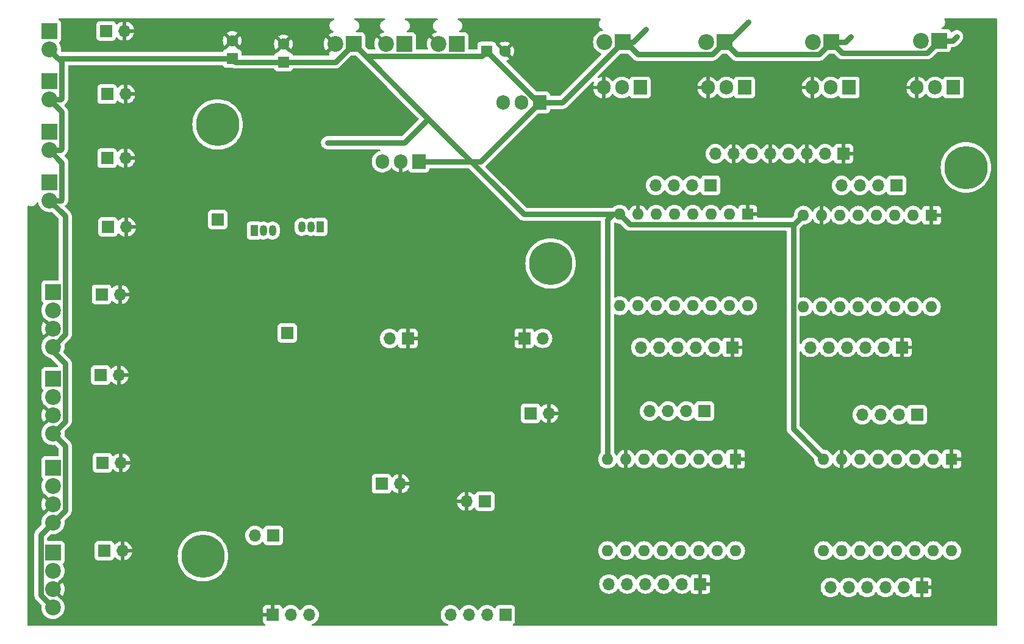
<source format=gbr>
%TF.GenerationSoftware,KiCad,Pcbnew,8.0.3*%
%TF.CreationDate,2024-08-22T11:59:31+02:00*%
%TF.ProjectId,PCB_Banc,5043425f-4261-46e6-932e-6b696361645f,rev?*%
%TF.SameCoordinates,Original*%
%TF.FileFunction,Copper,L2,Bot*%
%TF.FilePolarity,Positive*%
%FSLAX46Y46*%
G04 Gerber Fmt 4.6, Leading zero omitted, Abs format (unit mm)*
G04 Created by KiCad (PCBNEW 8.0.3) date 2024-08-22 11:59:31*
%MOMM*%
%LPD*%
G01*
G04 APERTURE LIST*
%TA.AperFunction,ComponentPad*%
%ADD10R,1.700000X1.700000*%
%TD*%
%TA.AperFunction,ComponentPad*%
%ADD11O,1.700000X1.700000*%
%TD*%
%TA.AperFunction,ComponentPad*%
%ADD12R,2.200000X2.200000*%
%TD*%
%TA.AperFunction,ComponentPad*%
%ADD13C,2.200000*%
%TD*%
%TA.AperFunction,ComponentPad*%
%ADD14C,6.000000*%
%TD*%
%TA.AperFunction,ComponentPad*%
%ADD15R,1.050000X1.500000*%
%TD*%
%TA.AperFunction,ComponentPad*%
%ADD16O,1.050000X1.500000*%
%TD*%
%TA.AperFunction,ComponentPad*%
%ADD17R,1.600000X1.600000*%
%TD*%
%TA.AperFunction,ComponentPad*%
%ADD18C,1.600000*%
%TD*%
%TA.AperFunction,ComponentPad*%
%ADD19R,1.905000X2.000000*%
%TD*%
%TA.AperFunction,ComponentPad*%
%ADD20O,1.905000X2.000000*%
%TD*%
%TA.AperFunction,ComponentPad*%
%ADD21O,1.600000X1.600000*%
%TD*%
%TA.AperFunction,ViaPad*%
%ADD22C,0.600000*%
%TD*%
%TA.AperFunction,Conductor*%
%ADD23C,0.800000*%
%TD*%
G04 APERTURE END LIST*
D10*
%TO.P,J20,1,Pin_1*%
%TO.N,GND*%
X103832000Y-94954000D03*
D11*
%TO.P,J20,2,Pin_2*%
%TO.N,Net-(J20-Pin_2)*%
X101292000Y-94954000D03*
%TD*%
D12*
%TO.P,J10,1,Pin_1*%
%TO.N,+24V*%
X162641000Y-53810000D03*
D13*
%TO.P,J10,2,Pin_2*%
%TO.N,Net-(D5-K)*%
X160101000Y-53810000D03*
%TD*%
D14*
%TO.P,H4,1*%
%TO.N,N/C*%
X75392000Y-125184000D03*
%TD*%
D12*
%TO.P,J33,1,Pin_1*%
%TO.N,Net-(J33-Pin_1)*%
X54096000Y-73258000D03*
D13*
%TO.P,J33,2,Pin_2*%
%TO.N,+24V*%
X54096000Y-75798000D03*
%TD*%
D10*
%TO.P,J17,1,Pin_1*%
%TO.N,Net-(J11-Pin_1)*%
X61168000Y-100038000D03*
D11*
%TO.P,J17,2,Pin_2*%
%TO.N,GND*%
X63708000Y-100038000D03*
%TD*%
D15*
%TO.P,Q5,1,E*%
%TO.N,Net-(Q5-E)*%
X91648000Y-79464000D03*
D16*
%TO.P,Q5,2,B*%
%TO.N,Net-(Q5-B)*%
X90378000Y-79464000D03*
%TO.P,Q5,3,C*%
%TO.N,Net-(Q5-C)*%
X89108000Y-79464000D03*
%TD*%
D15*
%TO.P,Q6,1,E*%
%TO.N,Net-(J32-Pin_1)*%
X82504000Y-79972000D03*
D16*
%TO.P,Q6,2,B*%
%TO.N,Net-(Q6-B)*%
X83774000Y-79972000D03*
%TO.P,Q6,3,C*%
%TO.N,Net-(Q6-C)*%
X85044000Y-79972000D03*
%TD*%
D17*
%TO.P,C20,1*%
%TO.N,+24V*%
X114792000Y-55060000D03*
D18*
%TO.P,C20,2*%
%TO.N,GND*%
X117292000Y-55060000D03*
%TD*%
D19*
%TO.P,U7,1,VI*%
%TO.N,+24V*%
X105364000Y-70391000D03*
D20*
%TO.P,U7,2,GND*%
%TO.N,GND*%
X102824000Y-70391000D03*
%TO.P,U7,3,VO*%
%TO.N,+12V*%
X100284000Y-70391000D03*
%TD*%
D19*
%TO.P,Q2,1,G*%
%TO.N,Net-(J9-Pin_6)*%
X150576000Y-60111000D03*
D20*
%TO.P,Q2,2,D*%
%TO.N,Net-(D3-K)*%
X148036000Y-60111000D03*
%TO.P,Q2,3,S*%
%TO.N,GND*%
X145496000Y-60111000D03*
%TD*%
D17*
%TO.P,A4,1,GND*%
%TO.N,GND*%
X149332000Y-111704000D03*
D21*
%TO.P,A4,2,VDD*%
%TO.N,+5V*%
X146792000Y-111704000D03*
%TO.P,A4,3,1B*%
%TO.N,Net-(A4-1B)*%
X144252000Y-111704000D03*
%TO.P,A4,4,1A*%
%TO.N,Net-(A4-1A)*%
X141712000Y-111704000D03*
%TO.P,A4,5,2A*%
%TO.N,Net-(A4-2A)*%
X139172000Y-111704000D03*
%TO.P,A4,6,2B*%
%TO.N,Net-(A4-2B)*%
X136632000Y-111704000D03*
%TO.P,A4,7,GND*%
%TO.N,GND*%
X134092000Y-111704000D03*
%TO.P,A4,8,VMOT*%
%TO.N,+24V*%
X131552000Y-111704000D03*
%TO.P,A4,9,~{ENABLE}*%
%TO.N,Net-(A4-~{ENABLE})*%
X131552000Y-124404000D03*
%TO.P,A4,10,MS1*%
%TO.N,Net-(A4-MS1)*%
X134092000Y-124404000D03*
%TO.P,A4,11,MS2*%
%TO.N,Net-(A4-MS2)*%
X136632000Y-124404000D03*
%TO.P,A4,12,MS3*%
%TO.N,Net-(A4-MS3)*%
X139172000Y-124404000D03*
%TO.P,A4,13,~{RESET}*%
X141712000Y-124404000D03*
%TO.P,A4,14,~{SLEEP}*%
X144252000Y-124404000D03*
%TO.P,A4,15,STEP*%
%TO.N,Net-(A4-STEP)*%
X146792000Y-124404000D03*
%TO.P,A4,16,DIR*%
%TO.N,Net-(A4-DIR)*%
X149332000Y-124404000D03*
%TD*%
D10*
%TO.P,J32,1,Pin_1*%
%TO.N,Net-(J32-Pin_1)*%
X77424000Y-78448000D03*
%TD*%
%TO.P,J9,1,Pin_1*%
%TO.N,GND*%
X164292000Y-69304000D03*
D11*
%TO.P,J9,2,Pin_2*%
%TO.N,Net-(J9-Pin_2)*%
X161752000Y-69304000D03*
%TO.P,J9,3,Pin_3*%
%TO.N,GND*%
X159212000Y-69304000D03*
%TO.P,J9,4,Pin_4*%
%TO.N,Net-(J9-Pin_4)*%
X156672000Y-69304000D03*
%TO.P,J9,5,Pin_5*%
%TO.N,GND*%
X154132000Y-69304000D03*
%TO.P,J9,6,Pin_6*%
%TO.N,Net-(J9-Pin_6)*%
X151592000Y-69304000D03*
%TO.P,J9,7,Pin_7*%
%TO.N,GND*%
X149052000Y-69304000D03*
%TO.P,J9,8,Pin_8*%
%TO.N,Net-(J9-Pin_8)*%
X146512000Y-69304000D03*
%TD*%
D17*
%TO.P,C2,1*%
%TO.N,+24V*%
X79456000Y-56096000D03*
D18*
%TO.P,C2,2*%
%TO.N,GND*%
X79456000Y-53596000D03*
%TD*%
D10*
%TO.P,J15,1,Pin_1*%
%TO.N,Net-(J15-Pin_1)*%
X114522000Y-117544000D03*
D11*
%TO.P,J15,2,Pin_2*%
%TO.N,GND*%
X111982000Y-117544000D03*
%TD*%
D10*
%TO.P,J45,1,Pin_1*%
%TO.N,GND*%
X85044000Y-133312000D03*
D11*
%TO.P,J45,2,Pin_2*%
%TO.N,Net-(J45-Pin_2)*%
X87584000Y-133312000D03*
%TO.P,J45,3,Pin_3*%
%TO.N,Net-(J45-Pin_3)*%
X90124000Y-133312000D03*
%TD*%
D19*
%TO.P,U1,1,IN*%
%TO.N,+24V*%
X122128000Y-62192000D03*
D20*
%TO.P,U1,2,GND*%
%TO.N,GND*%
X119588000Y-62192000D03*
%TO.P,U1,3,OUT*%
%TO.N,+5V*%
X117048000Y-62192000D03*
%TD*%
D10*
%TO.P,J22,1,Pin_1*%
%TO.N,GND*%
X175189000Y-129527000D03*
D11*
%TO.P,J22,2,Pin_2*%
%TO.N,Net-(A1-MS2)*%
X172649000Y-129527000D03*
%TO.P,J22,3,Pin_3*%
%TO.N,Net-(A1-MS1)*%
X170109000Y-129527000D03*
%TO.P,J22,4,Pin_4*%
%TO.N,Net-(A1-DIR)*%
X167569000Y-129527000D03*
%TO.P,J22,5,Pin_5*%
%TO.N,Net-(A1-STEP)*%
X165029000Y-129527000D03*
%TO.P,J22,6,Pin_6*%
%TO.N,Net-(A1-~{ENABLE})*%
X162489000Y-129527000D03*
%TD*%
D10*
%TO.P,J42,1,Pin_1*%
%TO.N,Net-(J35-Pin_1)*%
X62077000Y-69914000D03*
D11*
%TO.P,J42,2,Pin_2*%
%TO.N,GND*%
X64617000Y-69914000D03*
%TD*%
D10*
%TO.P,J21,1,Pin_1*%
%TO.N,GND*%
X172402000Y-96184000D03*
D11*
%TO.P,J21,2,Pin_2*%
%TO.N,Net-(A2-MS2)*%
X169862000Y-96184000D03*
%TO.P,J21,3,Pin_3*%
%TO.N,Net-(A2-MS1)*%
X167322000Y-96184000D03*
%TO.P,J21,4,Pin_4*%
%TO.N,Net-(A2-DIR)*%
X164782000Y-96184000D03*
%TO.P,J21,5,Pin_5*%
%TO.N,Net-(A2-STEP)*%
X162242000Y-96184000D03*
%TO.P,J21,6,Pin_6*%
%TO.N,Net-(A2-~{ENABLE})*%
X159702000Y-96184000D03*
%TD*%
D12*
%TO.P,J35,1,Pin_1*%
%TO.N,Net-(J35-Pin_1)*%
X54056000Y-66258000D03*
D13*
%TO.P,J35,2,Pin_2*%
%TO.N,+24V*%
X54056000Y-68798000D03*
%TD*%
D12*
%TO.P,J2,1,Pin_1*%
%TO.N,Net-(J2-Pin_1)*%
X54056000Y-59258000D03*
D13*
%TO.P,J2,2,Pin_2*%
%TO.N,+24V*%
X54056000Y-61798000D03*
%TD*%
D10*
%TO.P,J43,1,Pin_1*%
%TO.N,Net-(J14-Pin_1)*%
X61442000Y-112205000D03*
D11*
%TO.P,J43,2,Pin_2*%
%TO.N,GND*%
X63982000Y-112205000D03*
%TD*%
D12*
%TO.P,J3,1,Pin_1*%
%TO.N,+24V*%
X133685000Y-53810000D03*
D13*
%TO.P,J3,2,Pin_2*%
%TO.N,Net-(D1-K)*%
X131145000Y-53810000D03*
%TD*%
D17*
%TO.P,A2,1,GND*%
%TO.N,GND*%
X176522000Y-77844000D03*
D21*
%TO.P,A2,2,VDD*%
%TO.N,+5V*%
X173982000Y-77844000D03*
%TO.P,A2,3,1B*%
%TO.N,Net-(A2-1B)*%
X171442000Y-77844000D03*
%TO.P,A2,4,1A*%
%TO.N,Net-(A2-1A)*%
X168902000Y-77844000D03*
%TO.P,A2,5,2A*%
%TO.N,Net-(A2-2A)*%
X166362000Y-77844000D03*
%TO.P,A2,6,2B*%
%TO.N,Net-(A2-2B)*%
X163822000Y-77844000D03*
%TO.P,A2,7,GND*%
%TO.N,GND*%
X161282000Y-77844000D03*
%TO.P,A2,8,VMOT*%
%TO.N,+24V*%
X158742000Y-77844000D03*
%TO.P,A2,9,~{ENABLE}*%
%TO.N,Net-(A2-~{ENABLE})*%
X158742000Y-90544000D03*
%TO.P,A2,10,MS1*%
%TO.N,Net-(A2-MS1)*%
X161282000Y-90544000D03*
%TO.P,A2,11,MS2*%
%TO.N,Net-(A2-MS2)*%
X163822000Y-90544000D03*
%TO.P,A2,12,MS3*%
%TO.N,Net-(A2-MS3)*%
X166362000Y-90544000D03*
%TO.P,A2,13,~{RESET}*%
X168902000Y-90544000D03*
%TO.P,A2,14,~{SLEEP}*%
X171442000Y-90544000D03*
%TO.P,A2,15,STEP*%
%TO.N,Net-(A2-STEP)*%
X173982000Y-90544000D03*
%TO.P,A2,16,DIR*%
%TO.N,Net-(A2-DIR)*%
X176522000Y-90544000D03*
%TD*%
D10*
%TO.P,J40,1,Pin_1*%
%TO.N,Net-(J40-Pin_1)*%
X61950000Y-52261000D03*
D11*
%TO.P,J40,2,Pin_2*%
%TO.N,GND*%
X64490000Y-52261000D03*
%TD*%
D10*
%TO.P,J41,1,Pin_1*%
%TO.N,Net-(J33-Pin_1)*%
X62184000Y-79464000D03*
D11*
%TO.P,J41,2,Pin_2*%
%TO.N,GND*%
X64724000Y-79464000D03*
%TD*%
D12*
%TO.P,J37,1,Pin_1*%
%TO.N,+12V*%
X103332000Y-54064000D03*
D13*
%TO.P,J37,2,Pin_2*%
%TO.N,GND*%
X100792000Y-54064000D03*
%TD*%
D10*
%TO.P,J13,1,Pin_1*%
%TO.N,Net-(A3-1B)*%
X145862000Y-73684000D03*
D11*
%TO.P,J13,2,Pin_2*%
%TO.N,Net-(A3-1A)*%
X143322000Y-73684000D03*
%TO.P,J13,3,Pin_3*%
%TO.N,Net-(A3-2A)*%
X140782000Y-73684000D03*
%TO.P,J13,4,Pin_4*%
%TO.N,Net-(A3-2B)*%
X138242000Y-73684000D03*
%TD*%
D12*
%TO.P,J1,1,Pin_1*%
%TO.N,+24V*%
X96292000Y-54064000D03*
D13*
%TO.P,J1,2,Pin_2*%
%TO.N,GND*%
X93752000Y-54064000D03*
%TD*%
D19*
%TO.P,Q3,1,G*%
%TO.N,Net-(J9-Pin_4)*%
X165076000Y-60111000D03*
D20*
%TO.P,Q3,2,D*%
%TO.N,Net-(D5-K)*%
X162536000Y-60111000D03*
%TO.P,Q3,3,S*%
%TO.N,GND*%
X159996000Y-60111000D03*
%TD*%
D10*
%TO.P,J39,1,Pin_1*%
%TO.N,Net-(J2-Pin_1)*%
X62077000Y-61024000D03*
D11*
%TO.P,J39,2,Pin_2*%
%TO.N,GND*%
X64617000Y-61024000D03*
%TD*%
D17*
%TO.P,C1,1*%
%TO.N,+24V*%
X86568000Y-56564000D03*
D18*
%TO.P,C1,2*%
%TO.N,GND*%
X86568000Y-54064000D03*
%TD*%
D10*
%TO.P,J23,1,Pin_1*%
%TO.N,GND*%
X119987000Y-94929000D03*
D11*
%TO.P,J23,2,Pin_2*%
%TO.N,Net-(J23-Pin_2)*%
X122527000Y-94929000D03*
%TD*%
D10*
%TO.P,J8,1,Pin_1*%
%TO.N,Net-(A2-1B)*%
X171662000Y-73709000D03*
D11*
%TO.P,J8,2,Pin_2*%
%TO.N,Net-(A2-1A)*%
X169122000Y-73709000D03*
%TO.P,J8,3,Pin_3*%
%TO.N,Net-(A2-2A)*%
X166582000Y-73709000D03*
%TO.P,J8,4,Pin_4*%
%TO.N,Net-(A2-2B)*%
X164042000Y-73709000D03*
%TD*%
D14*
%TO.P,H1,1*%
%TO.N,N/C*%
X181310000Y-71209000D03*
%TD*%
D19*
%TO.P,Q4,1,G*%
%TO.N,Net-(J9-Pin_2)*%
X179576000Y-60111000D03*
D20*
%TO.P,Q4,2,D*%
%TO.N,Net-(D7-K)*%
X177036000Y-60111000D03*
%TO.P,Q4,3,S*%
%TO.N,GND*%
X174496000Y-60111000D03*
%TD*%
D12*
%TO.P,J5,1,Pin_1*%
%TO.N,+5V*%
X110626000Y-54064000D03*
D13*
%TO.P,J5,2,Pin_2*%
%TO.N,GND*%
X108086000Y-54064000D03*
%TD*%
D10*
%TO.P,J26,1,Pin_1*%
%TO.N,Net-(J26-Pin_1)*%
X120878000Y-105347000D03*
D11*
%TO.P,J26,2,Pin_2*%
%TO.N,GND*%
X123418000Y-105347000D03*
%TD*%
D14*
%TO.P,H3,1*%
%TO.N,N/C*%
X77424000Y-65240000D03*
%TD*%
D10*
%TO.P,J16,1,Pin_1*%
%TO.N,Net-(A1-1B)*%
X174522000Y-105544000D03*
D11*
%TO.P,J16,2,Pin_2*%
%TO.N,Net-(A1-1A)*%
X171982000Y-105544000D03*
%TO.P,J16,3,Pin_3*%
%TO.N,Net-(A1-2A)*%
X169442000Y-105544000D03*
%TO.P,J16,4,Pin_4*%
%TO.N,Net-(A1-2B)*%
X166902000Y-105544000D03*
%TD*%
D12*
%TO.P,J7,1,Pin_1*%
%TO.N,Net-(J40-Pin_1)*%
X54056000Y-52286000D03*
D13*
%TO.P,J7,2,Pin_2*%
%TO.N,+24V*%
X54056000Y-54826000D03*
%TD*%
D12*
%TO.P,J14,1,Pin_1*%
%TO.N,Net-(J14-Pin_1)*%
X54564000Y-112901000D03*
D13*
%TO.P,J14,2,Pin_2*%
%TO.N,Net-(J14-Pin_2)*%
X54564000Y-115441000D03*
%TO.P,J14,3,Pin_3*%
%TO.N,GND*%
X54564000Y-117981000D03*
%TO.P,J14,4,Pin_4*%
%TO.N,+24V*%
X54564000Y-120521000D03*
%TD*%
D10*
%TO.P,J30,1,Pin_1*%
%TO.N,Net-(A4-1B)*%
X145022000Y-105044000D03*
D11*
%TO.P,J30,2,Pin_2*%
%TO.N,Net-(A4-1A)*%
X142482000Y-105044000D03*
%TO.P,J30,3,Pin_3*%
%TO.N,Net-(A4-2A)*%
X139942000Y-105044000D03*
%TO.P,J30,4,Pin_4*%
%TO.N,Net-(A4-2B)*%
X137402000Y-105044000D03*
%TD*%
D17*
%TO.P,A1,1,GND*%
%TO.N,GND*%
X179332000Y-111704000D03*
D21*
%TO.P,A1,2,VDD*%
%TO.N,+5V*%
X176792000Y-111704000D03*
%TO.P,A1,3,1B*%
%TO.N,Net-(A1-1B)*%
X174252000Y-111704000D03*
%TO.P,A1,4,1A*%
%TO.N,Net-(A1-1A)*%
X171712000Y-111704000D03*
%TO.P,A1,5,2A*%
%TO.N,Net-(A1-2A)*%
X169172000Y-111704000D03*
%TO.P,A1,6,2B*%
%TO.N,Net-(A1-2B)*%
X166632000Y-111704000D03*
%TO.P,A1,7,GND*%
%TO.N,GND*%
X164092000Y-111704000D03*
%TO.P,A1,8,VMOT*%
%TO.N,+24V*%
X161552000Y-111704000D03*
%TO.P,A1,9,~{ENABLE}*%
%TO.N,Net-(A1-~{ENABLE})*%
X161552000Y-124404000D03*
%TO.P,A1,10,MS1*%
%TO.N,Net-(A1-MS1)*%
X164092000Y-124404000D03*
%TO.P,A1,11,MS2*%
%TO.N,Net-(A1-MS2)*%
X166632000Y-124404000D03*
%TO.P,A1,12,MS3*%
%TO.N,Net-(A1-MS3)*%
X169172000Y-124404000D03*
%TO.P,A1,13,~{RESET}*%
X171712000Y-124404000D03*
%TO.P,A1,14,~{SLEEP}*%
X174252000Y-124404000D03*
%TO.P,A1,15,STEP*%
%TO.N,Net-(A1-STEP)*%
X176792000Y-124404000D03*
%TO.P,A1,16,DIR*%
%TO.N,Net-(A1-DIR)*%
X179332000Y-124404000D03*
%TD*%
D17*
%TO.P,A3,1,GND*%
%TO.N,GND*%
X151022000Y-77704000D03*
D21*
%TO.P,A3,2,VDD*%
%TO.N,+5V*%
X148482000Y-77704000D03*
%TO.P,A3,3,1B*%
%TO.N,Net-(A3-1B)*%
X145942000Y-77704000D03*
%TO.P,A3,4,1A*%
%TO.N,Net-(A3-1A)*%
X143402000Y-77704000D03*
%TO.P,A3,5,2A*%
%TO.N,Net-(A3-2A)*%
X140862000Y-77704000D03*
%TO.P,A3,6,2B*%
%TO.N,Net-(A3-2B)*%
X138322000Y-77704000D03*
%TO.P,A3,7,GND*%
%TO.N,GND*%
X135782000Y-77704000D03*
%TO.P,A3,8,VMOT*%
%TO.N,+24V*%
X133242000Y-77704000D03*
%TO.P,A3,9,~{ENABLE}*%
%TO.N,Net-(A3-~{ENABLE})*%
X133242000Y-90404000D03*
%TO.P,A3,10,MS1*%
%TO.N,Net-(A3-MS1)*%
X135782000Y-90404000D03*
%TO.P,A3,11,MS2*%
%TO.N,Net-(A3-MS2)*%
X138322000Y-90404000D03*
%TO.P,A3,12,MS3*%
%TO.N,Net-(A3-MS3)*%
X140862000Y-90404000D03*
%TO.P,A3,13,~{RESET}*%
X143402000Y-90404000D03*
%TO.P,A3,14,~{SLEEP}*%
X145942000Y-90404000D03*
%TO.P,A3,15,STEP*%
%TO.N,Net-(A3-STEP)*%
X148482000Y-90404000D03*
%TO.P,A3,16,DIR*%
%TO.N,Net-(A3-DIR)*%
X151022000Y-90404000D03*
%TD*%
D10*
%TO.P,J19,1,Pin_1*%
%TO.N,Net-(J19-Pin_1)*%
X87076000Y-94196000D03*
%TD*%
%TO.P,J18,1,Pin_1*%
%TO.N,Net-(J18-Pin_1)*%
X61676000Y-124422000D03*
D11*
%TO.P,J18,2,Pin_2*%
%TO.N,GND*%
X64216000Y-124422000D03*
%TD*%
D19*
%TO.P,Q1,1,G*%
%TO.N,Net-(J9-Pin_8)*%
X136076000Y-60111000D03*
D20*
%TO.P,Q1,2,D*%
%TO.N,Net-(D1-K)*%
X133536000Y-60111000D03*
%TO.P,Q1,3,S*%
%TO.N,GND*%
X130996000Y-60111000D03*
%TD*%
D10*
%TO.P,J28,1,Pin_1*%
%TO.N,GND*%
X144442000Y-129044000D03*
D11*
%TO.P,J28,2,Pin_2*%
%TO.N,Net-(A4-MS2)*%
X141902000Y-129044000D03*
%TO.P,J28,3,Pin_3*%
%TO.N,Net-(A4-MS1)*%
X139362000Y-129044000D03*
%TO.P,J28,4,Pin_4*%
%TO.N,Net-(A4-DIR)*%
X136822000Y-129044000D03*
%TO.P,J28,5,Pin_5*%
%TO.N,Net-(A4-STEP)*%
X134282000Y-129044000D03*
%TO.P,J28,6,Pin_6*%
%TO.N,Net-(A4-~{ENABLE})*%
X131742000Y-129044000D03*
%TD*%
D12*
%TO.P,J31,1,Pin_1*%
%TO.N,Net-(J18-Pin_1)*%
X54564000Y-124676000D03*
D13*
%TO.P,J31,2,Pin_2*%
%TO.N,Net-(J31-Pin_2)*%
X54564000Y-127216000D03*
%TO.P,J31,3,Pin_3*%
%TO.N,GND*%
X54564000Y-129756000D03*
%TO.P,J31,4,Pin_4*%
%TO.N,+24V*%
X54564000Y-132296000D03*
%TD*%
D10*
%TO.P,J25,1,Pin_1*%
%TO.N,Net-(J25-Pin_1)*%
X100177000Y-115126000D03*
D11*
%TO.P,J25,2,Pin_2*%
%TO.N,GND*%
X102717000Y-115126000D03*
%TD*%
D10*
%TO.P,J44,1,Pin_1*%
%TO.N,Net-(J29-Pin_1)*%
X61315000Y-88837000D03*
D11*
%TO.P,J44,2,Pin_2*%
%TO.N,GND*%
X63855000Y-88837000D03*
%TD*%
D14*
%TO.P,H2,1*%
%TO.N,N/C*%
X123652000Y-84544000D03*
%TD*%
D12*
%TO.P,J6,1,Pin_1*%
%TO.N,+24V*%
X147782000Y-53810000D03*
D13*
%TO.P,J6,2,Pin_2*%
%TO.N,Net-(D3-K)*%
X145242000Y-53810000D03*
%TD*%
D10*
%TO.P,J27,1,Pin_1*%
%TO.N,GND*%
X148862000Y-96184000D03*
D11*
%TO.P,J27,2,Pin_2*%
%TO.N,Net-(A3-MS2)*%
X146322000Y-96184000D03*
%TO.P,J27,3,Pin_3*%
%TO.N,Net-(A3-MS1)*%
X143782000Y-96184000D03*
%TO.P,J27,4,Pin_4*%
%TO.N,Net-(A3-DIR)*%
X141242000Y-96184000D03*
%TO.P,J27,5,Pin_5*%
%TO.N,Net-(A3-STEP)*%
X138702000Y-96184000D03*
%TO.P,J27,6,Pin_6*%
%TO.N,Net-(A3-~{ENABLE})*%
X136162000Y-96184000D03*
%TD*%
D10*
%TO.P,J4,1,Pin_1*%
%TO.N,Net-(J4-Pin_1)*%
X117362000Y-133312000D03*
D11*
%TO.P,J4,2,Pin_2*%
%TO.N,Net-(J4-Pin_2)*%
X114822000Y-133312000D03*
%TO.P,J4,3,Pin_3*%
%TO.N,Net-(J4-Pin_3)*%
X112282000Y-133312000D03*
%TO.P,J4,4,Pin_4*%
%TO.N,Net-(J4-Pin_4)*%
X109742000Y-133312000D03*
%TD*%
D12*
%TO.P,J12,1,Pin_1*%
%TO.N,+24V*%
X177616000Y-53596000D03*
D13*
%TO.P,J12,2,Pin_2*%
%TO.N,Net-(D7-K)*%
X175076000Y-53596000D03*
%TD*%
D12*
%TO.P,J11,1,Pin_1*%
%TO.N,Net-(J11-Pin_1)*%
X54564000Y-100521000D03*
D13*
%TO.P,J11,2,Pin_2*%
%TO.N,Net-(J11-Pin_2)*%
X54564000Y-103061000D03*
%TO.P,J11,3,Pin_3*%
%TO.N,GND*%
X54564000Y-105601000D03*
%TO.P,J11,4,Pin_4*%
%TO.N,+24V*%
X54564000Y-108141000D03*
%TD*%
D10*
%TO.P,J24,1,Pin_1*%
%TO.N,Net-(J24-Pin_1)*%
X85130000Y-122297000D03*
D11*
%TO.P,J24,2,Pin_2*%
%TO.N,Net-(J24-Pin_2)*%
X82590000Y-122297000D03*
%TD*%
D12*
%TO.P,J29,1,Pin_1*%
%TO.N,Net-(J29-Pin_1)*%
X54564000Y-88481000D03*
D13*
%TO.P,J29,2,Pin_2*%
%TO.N,Net-(J29-Pin_2)*%
X54564000Y-91021000D03*
%TO.P,J29,3,Pin_3*%
%TO.N,GND*%
X54564000Y-93561000D03*
%TO.P,J29,4,Pin_4*%
%TO.N,+24V*%
X54564000Y-96101000D03*
%TD*%
D22*
%TO.N,+24V*%
X165308000Y-53048000D03*
X92664000Y-67780000D03*
X180040000Y-53048000D03*
X151084000Y-51016000D03*
X136860000Y-52032000D03*
%TO.N,GND*%
X183088000Y-109944000D03*
X174960000Y-127216000D03*
X151084000Y-107912000D03*
X153624000Y-75400000D03*
X147528000Y-93180000D03*
X180548000Y-78956000D03*
X144480000Y-126708000D03*
X172420000Y-94196000D03*
%TD*%
D23*
%TO.N,+24V*%
X157342000Y-107494000D02*
X161552000Y-111704000D01*
X122128000Y-62192000D02*
X113929000Y-70391000D01*
X96292000Y-54064000D02*
X93792000Y-56564000D01*
X157342000Y-79244000D02*
X157342000Y-107494000D01*
X133685000Y-53810000D02*
X125303000Y-62192000D01*
X56264000Y-109841000D02*
X56264000Y-118821000D01*
X55756000Y-56526000D02*
X55756000Y-61653634D01*
X54096000Y-75798000D02*
X56264000Y-77966000D01*
X121924000Y-62192000D02*
X122128000Y-62192000D01*
X55756000Y-63498000D02*
X55756000Y-68653634D01*
X103332000Y-67780000D02*
X106670000Y-64442000D01*
X96292000Y-54064000D02*
X106670000Y-64442000D01*
X146082000Y-55510000D02*
X147782000Y-53810000D01*
X54564000Y-120521000D02*
X52864000Y-122221000D01*
X132288000Y-77704000D02*
X133242000Y-77704000D01*
X162641000Y-53810000D02*
X164546000Y-53810000D01*
X56264000Y-94401000D02*
X54564000Y-96101000D01*
X114088000Y-55764000D02*
X114792000Y-55060000D01*
X133685000Y-53810000D02*
X135082000Y-53810000D01*
X92664000Y-67780000D02*
X103332000Y-67780000D01*
X131552000Y-78440000D02*
X131552000Y-111704000D01*
X55796000Y-70538000D02*
X55796000Y-75653634D01*
X179492000Y-53596000D02*
X180040000Y-53048000D01*
X149482000Y-55510000D02*
X160941000Y-55510000D01*
X125303000Y-62192000D02*
X122128000Y-62192000D01*
X132288000Y-77704000D02*
X131552000Y-78440000D01*
X79456000Y-56096000D02*
X55326000Y-56096000D01*
X148290000Y-53810000D02*
X151084000Y-51016000D01*
X55756000Y-61653634D02*
X55611634Y-61798000D01*
X55326000Y-56096000D02*
X54945000Y-55715000D01*
X55611634Y-68798000D02*
X54056000Y-68798000D01*
X52864000Y-130596000D02*
X54564000Y-132296000D01*
X134066000Y-53810000D02*
X135766000Y-55510000D01*
X175916000Y-55296000D02*
X177616000Y-53596000D01*
X147782000Y-53810000D02*
X149482000Y-55510000D01*
X54564000Y-96101000D02*
X54564000Y-96736000D01*
X177616000Y-53596000D02*
X179492000Y-53596000D01*
X54056000Y-61798000D02*
X55756000Y-63498000D01*
X55651634Y-75798000D02*
X54096000Y-75798000D01*
X106670000Y-64442000D02*
X119932000Y-77704000D01*
X158742000Y-77844000D02*
X157342000Y-79244000D01*
X56264000Y-106441000D02*
X54564000Y-108141000D01*
X164546000Y-53810000D02*
X165308000Y-53048000D01*
X164127000Y-55296000D02*
X175916000Y-55296000D01*
X56264000Y-98436000D02*
X56264000Y-106441000D01*
X54945000Y-55715000D02*
X55756000Y-56526000D01*
X147782000Y-53810000D02*
X148290000Y-53810000D01*
X133242000Y-77704000D02*
X134642000Y-79104000D01*
X113929000Y-70391000D02*
X105364000Y-70391000D01*
X55796000Y-75653634D02*
X55651634Y-75798000D01*
X86568000Y-56564000D02*
X79924000Y-56564000D01*
X54564000Y-96736000D02*
X56264000Y-98436000D01*
X134642000Y-79104000D02*
X157482000Y-79104000D01*
X54564000Y-108141000D02*
X56264000Y-109841000D01*
X52864000Y-122221000D02*
X52864000Y-130596000D01*
X162641000Y-53810000D02*
X164127000Y-55296000D01*
X97992000Y-55764000D02*
X114088000Y-55764000D01*
X114792000Y-55060000D02*
X121924000Y-62192000D01*
X79924000Y-56564000D02*
X79456000Y-56096000D01*
X93792000Y-56564000D02*
X86568000Y-56564000D01*
X56264000Y-77966000D02*
X56264000Y-94401000D01*
X55611634Y-61798000D02*
X54056000Y-61798000D01*
X96292000Y-54064000D02*
X97992000Y-55764000D01*
X56264000Y-118821000D02*
X54564000Y-120521000D01*
X54056000Y-68798000D02*
X55796000Y-70538000D01*
X119932000Y-77704000D02*
X132288000Y-77704000D01*
X55756000Y-68653634D02*
X55611634Y-68798000D01*
X133685000Y-53810000D02*
X134066000Y-53810000D01*
X135082000Y-53810000D02*
X136860000Y-52032000D01*
X135766000Y-55510000D02*
X146082000Y-55510000D01*
X160941000Y-55510000D02*
X162641000Y-53810000D01*
X54056000Y-54826000D02*
X54945000Y-55715000D01*
X157482000Y-79104000D02*
X158742000Y-77844000D01*
%TD*%
%TA.AperFunction,Conductor*%
%TO.N,GND*%
G36*
X185578539Y-50520185D02*
G01*
X185624294Y-50572989D01*
X185635500Y-50624500D01*
X185635500Y-134083597D01*
X185635498Y-134084335D01*
X185632372Y-134609604D01*
X185631713Y-134720238D01*
X185611630Y-134787159D01*
X185558554Y-134832599D01*
X185507715Y-134843500D01*
X118504309Y-134843500D01*
X118437270Y-134823815D01*
X118391515Y-134771011D01*
X118381571Y-134701853D01*
X118410596Y-134638297D01*
X118447848Y-134612432D01*
X118446546Y-134610047D01*
X118454326Y-134605797D01*
X118454331Y-134605796D01*
X118569546Y-134519546D01*
X118655796Y-134404331D01*
X118706091Y-134269483D01*
X118712500Y-134209873D01*
X118712499Y-132414128D01*
X118706091Y-132354517D01*
X118704810Y-132351083D01*
X118655797Y-132219671D01*
X118655793Y-132219664D01*
X118569547Y-132104455D01*
X118569544Y-132104452D01*
X118454335Y-132018206D01*
X118454328Y-132018202D01*
X118319482Y-131967908D01*
X118319483Y-131967908D01*
X118259883Y-131961501D01*
X118259881Y-131961500D01*
X118259873Y-131961500D01*
X118259864Y-131961500D01*
X116464129Y-131961500D01*
X116464123Y-131961501D01*
X116404516Y-131967908D01*
X116269671Y-132018202D01*
X116269664Y-132018206D01*
X116154455Y-132104452D01*
X116154452Y-132104455D01*
X116068206Y-132219664D01*
X116068203Y-132219669D01*
X116019189Y-132351083D01*
X115977317Y-132407016D01*
X115911853Y-132431433D01*
X115843580Y-132416581D01*
X115815326Y-132395430D01*
X115693402Y-132273506D01*
X115693395Y-132273501D01*
X115499834Y-132137967D01*
X115499830Y-132137965D01*
X115428727Y-132104809D01*
X115285663Y-132038097D01*
X115285659Y-132038096D01*
X115285655Y-132038094D01*
X115057413Y-131976938D01*
X115057403Y-131976936D01*
X114822001Y-131956341D01*
X114821999Y-131956341D01*
X114586596Y-131976936D01*
X114586586Y-131976938D01*
X114358344Y-132038094D01*
X114358335Y-132038098D01*
X114144171Y-132137964D01*
X114144169Y-132137965D01*
X113950597Y-132273505D01*
X113783505Y-132440597D01*
X113653575Y-132626158D01*
X113598998Y-132669783D01*
X113529500Y-132676977D01*
X113467145Y-132645454D01*
X113450425Y-132626158D01*
X113320494Y-132440597D01*
X113153402Y-132273506D01*
X113153395Y-132273501D01*
X112959834Y-132137967D01*
X112959830Y-132137965D01*
X112888727Y-132104809D01*
X112745663Y-132038097D01*
X112745659Y-132038096D01*
X112745655Y-132038094D01*
X112517413Y-131976938D01*
X112517403Y-131976936D01*
X112282001Y-131956341D01*
X112281999Y-131956341D01*
X112046596Y-131976936D01*
X112046586Y-131976938D01*
X111818344Y-132038094D01*
X111818335Y-132038098D01*
X111604171Y-132137964D01*
X111604169Y-132137965D01*
X111410597Y-132273505D01*
X111243505Y-132440597D01*
X111113575Y-132626158D01*
X111058998Y-132669783D01*
X110989500Y-132676977D01*
X110927145Y-132645454D01*
X110910425Y-132626158D01*
X110780494Y-132440597D01*
X110613402Y-132273506D01*
X110613395Y-132273501D01*
X110419834Y-132137967D01*
X110419830Y-132137965D01*
X110348727Y-132104809D01*
X110205663Y-132038097D01*
X110205659Y-132038096D01*
X110205655Y-132038094D01*
X109977413Y-131976938D01*
X109977403Y-131976936D01*
X109742001Y-131956341D01*
X109741999Y-131956341D01*
X109506596Y-131976936D01*
X109506586Y-131976938D01*
X109278344Y-132038094D01*
X109278335Y-132038098D01*
X109064171Y-132137964D01*
X109064169Y-132137965D01*
X108870597Y-132273505D01*
X108703505Y-132440597D01*
X108567965Y-132634169D01*
X108567964Y-132634171D01*
X108468098Y-132848335D01*
X108468094Y-132848344D01*
X108406938Y-133076586D01*
X108406936Y-133076596D01*
X108386341Y-133311999D01*
X108386341Y-133312000D01*
X108406936Y-133547403D01*
X108406938Y-133547413D01*
X108468094Y-133775655D01*
X108468096Y-133775659D01*
X108468097Y-133775663D01*
X108517535Y-133881682D01*
X108567965Y-133989830D01*
X108567967Y-133989834D01*
X108633621Y-134083597D01*
X108703505Y-134183401D01*
X108870599Y-134350495D01*
X108967384Y-134418265D01*
X109064165Y-134486032D01*
X109064167Y-134486033D01*
X109064170Y-134486035D01*
X109278337Y-134585903D01*
X109278343Y-134585904D01*
X109278344Y-134585905D01*
X109329921Y-134599725D01*
X109389582Y-134636090D01*
X109420111Y-134698937D01*
X109411816Y-134768312D01*
X109367331Y-134822190D01*
X109300779Y-134843465D01*
X109297828Y-134843500D01*
X90568172Y-134843500D01*
X90501133Y-134823815D01*
X90455378Y-134771011D01*
X90445434Y-134701853D01*
X90474459Y-134638297D01*
X90533237Y-134600523D01*
X90536079Y-134599725D01*
X90570038Y-134590625D01*
X90587663Y-134585903D01*
X90801830Y-134486035D01*
X90995401Y-134350495D01*
X91162495Y-134183401D01*
X91298035Y-133989830D01*
X91397903Y-133775663D01*
X91459063Y-133547408D01*
X91479659Y-133312000D01*
X91459063Y-133076592D01*
X91397903Y-132848337D01*
X91298035Y-132634171D01*
X91292425Y-132626158D01*
X91162494Y-132440597D01*
X90995402Y-132273506D01*
X90995395Y-132273501D01*
X90801834Y-132137967D01*
X90801830Y-132137965D01*
X90730727Y-132104809D01*
X90587663Y-132038097D01*
X90587659Y-132038096D01*
X90587655Y-132038094D01*
X90359413Y-131976938D01*
X90359403Y-131976936D01*
X90124001Y-131956341D01*
X90123999Y-131956341D01*
X89888596Y-131976936D01*
X89888586Y-131976938D01*
X89660344Y-132038094D01*
X89660335Y-132038098D01*
X89446171Y-132137964D01*
X89446169Y-132137965D01*
X89252597Y-132273505D01*
X89085505Y-132440597D01*
X88955575Y-132626158D01*
X88900998Y-132669783D01*
X88831500Y-132676977D01*
X88769145Y-132645454D01*
X88752425Y-132626158D01*
X88622494Y-132440597D01*
X88455402Y-132273506D01*
X88455395Y-132273501D01*
X88261834Y-132137967D01*
X88261830Y-132137965D01*
X88190727Y-132104809D01*
X88047663Y-132038097D01*
X88047659Y-132038096D01*
X88047655Y-132038094D01*
X87819413Y-131976938D01*
X87819403Y-131976936D01*
X87584001Y-131956341D01*
X87583999Y-131956341D01*
X87348596Y-131976936D01*
X87348586Y-131976938D01*
X87120344Y-132038094D01*
X87120335Y-132038098D01*
X86906171Y-132137964D01*
X86906169Y-132137965D01*
X86712600Y-132273503D01*
X86590284Y-132395819D01*
X86528961Y-132429303D01*
X86459269Y-132424319D01*
X86403336Y-132382447D01*
X86386421Y-132351470D01*
X86337354Y-132219913D01*
X86337350Y-132219906D01*
X86251190Y-132104812D01*
X86251187Y-132104809D01*
X86136093Y-132018649D01*
X86136086Y-132018645D01*
X86001379Y-131968403D01*
X86001372Y-131968401D01*
X85941844Y-131962000D01*
X85294000Y-131962000D01*
X85294000Y-132878988D01*
X85236993Y-132846075D01*
X85109826Y-132812000D01*
X84978174Y-132812000D01*
X84851007Y-132846075D01*
X84794000Y-132878988D01*
X84794000Y-131962000D01*
X84146155Y-131962000D01*
X84086627Y-131968401D01*
X84086620Y-131968403D01*
X83951913Y-132018645D01*
X83951906Y-132018649D01*
X83836812Y-132104809D01*
X83836809Y-132104812D01*
X83750649Y-132219906D01*
X83750645Y-132219913D01*
X83700403Y-132354620D01*
X83700401Y-132354627D01*
X83694000Y-132414155D01*
X83694000Y-133062000D01*
X84610988Y-133062000D01*
X84578075Y-133119007D01*
X84544000Y-133246174D01*
X84544000Y-133377826D01*
X84578075Y-133504993D01*
X84610988Y-133562000D01*
X83694000Y-133562000D01*
X83694000Y-134209844D01*
X83700401Y-134269372D01*
X83700403Y-134269379D01*
X83750645Y-134404086D01*
X83750649Y-134404093D01*
X83836809Y-134519187D01*
X83836812Y-134519190D01*
X83951906Y-134605350D01*
X83959696Y-134609604D01*
X83958289Y-134612179D01*
X84002386Y-134645186D01*
X84026805Y-134710650D01*
X84011955Y-134778923D01*
X83962552Y-134828330D01*
X83903121Y-134843500D01*
X52995703Y-134843500D01*
X52995235Y-134843499D01*
X51130790Y-134836463D01*
X51063825Y-134816526D01*
X51018270Y-134763549D01*
X51007260Y-134713211D01*
X51006850Y-134645189D01*
X51000502Y-133591332D01*
X51000500Y-133590585D01*
X51000500Y-76619938D01*
X51020185Y-76552899D01*
X51072989Y-76507144D01*
X51142147Y-76497200D01*
X51171953Y-76505377D01*
X51176818Y-76507392D01*
X51176821Y-76507394D01*
X51322503Y-76567737D01*
X51477153Y-76598499D01*
X51477156Y-76598500D01*
X51477158Y-76598500D01*
X51634844Y-76598500D01*
X51634845Y-76598499D01*
X51789497Y-76567737D01*
X51935179Y-76507394D01*
X52066289Y-76419789D01*
X52177789Y-76308289D01*
X52265394Y-76177179D01*
X52265395Y-76177176D01*
X52265397Y-76177173D01*
X52293862Y-76108451D01*
X52337702Y-76054047D01*
X52403996Y-76031982D01*
X52471696Y-76049261D01*
X52519307Y-76100398D01*
X52528997Y-76126956D01*
X52569126Y-76294110D01*
X52665533Y-76526859D01*
X52797160Y-76741653D01*
X52797161Y-76741656D01*
X52844105Y-76796620D01*
X52960776Y-76933224D01*
X53099283Y-77051520D01*
X53152343Y-77096838D01*
X53152346Y-77096839D01*
X53367140Y-77228466D01*
X53437245Y-77257504D01*
X53599889Y-77324873D01*
X53844852Y-77383683D01*
X54096000Y-77403449D01*
X54346744Y-77383714D01*
X54415118Y-77398078D01*
X54444151Y-77419651D01*
X55327181Y-78302681D01*
X55360666Y-78364004D01*
X55363500Y-78390362D01*
X55363500Y-86756500D01*
X55343815Y-86823539D01*
X55291011Y-86869294D01*
X55239500Y-86880500D01*
X53416129Y-86880500D01*
X53416123Y-86880501D01*
X53356516Y-86886908D01*
X53221671Y-86937202D01*
X53221664Y-86937206D01*
X53106455Y-87023452D01*
X53106452Y-87023455D01*
X53020206Y-87138664D01*
X53020202Y-87138671D01*
X52969908Y-87273517D01*
X52963501Y-87333116D01*
X52963500Y-87333135D01*
X52963500Y-89628870D01*
X52963501Y-89628876D01*
X52969908Y-89688483D01*
X53020202Y-89823328D01*
X53020206Y-89823335D01*
X53106452Y-89938544D01*
X53106455Y-89938547D01*
X53183104Y-89995927D01*
X53224975Y-90051861D01*
X53229959Y-90121552D01*
X53214520Y-90159983D01*
X53133533Y-90292140D01*
X53037126Y-90524889D01*
X52978317Y-90769848D01*
X52958551Y-91021000D01*
X52978317Y-91272151D01*
X53037126Y-91517110D01*
X53133533Y-91749859D01*
X53265160Y-91964653D01*
X53265161Y-91964656D01*
X53265164Y-91964659D01*
X53428776Y-92156224D01*
X53620341Y-92319836D01*
X53752586Y-92400876D01*
X53775472Y-92418919D01*
X54393765Y-93037212D01*
X54351708Y-93048482D01*
X54226292Y-93120890D01*
X54123890Y-93223292D01*
X54051482Y-93348708D01*
X54040212Y-93390765D01*
X53266266Y-92616819D01*
X53265567Y-92617637D01*
X53133980Y-92832368D01*
X53037603Y-93065043D01*
X52978812Y-93309927D01*
X52959052Y-93561000D01*
X52978812Y-93812072D01*
X53037603Y-94056956D01*
X53133980Y-94289631D01*
X53265568Y-94504362D01*
X53266266Y-94505179D01*
X54040212Y-93731234D01*
X54051482Y-93773292D01*
X54123890Y-93898708D01*
X54226292Y-94001110D01*
X54351708Y-94073518D01*
X54393763Y-94084787D01*
X53775471Y-94703080D01*
X53752581Y-94721126D01*
X53620338Y-94802166D01*
X53428776Y-94965776D01*
X53265161Y-95157343D01*
X53265160Y-95157346D01*
X53133533Y-95372140D01*
X53037126Y-95604889D01*
X52978317Y-95849848D01*
X52958551Y-96101000D01*
X52978317Y-96352151D01*
X53037126Y-96597110D01*
X53133533Y-96829859D01*
X53265160Y-97044653D01*
X53265161Y-97044656D01*
X53274339Y-97055402D01*
X53428776Y-97236224D01*
X53475457Y-97276093D01*
X53620343Y-97399838D01*
X53620346Y-97399839D01*
X53835140Y-97531466D01*
X54067889Y-97627873D01*
X54184536Y-97655877D01*
X54243270Y-97688770D01*
X55263319Y-98708819D01*
X55296804Y-98770142D01*
X55291820Y-98839834D01*
X55249948Y-98895767D01*
X55184484Y-98920184D01*
X55175638Y-98920500D01*
X53416129Y-98920500D01*
X53416123Y-98920501D01*
X53356516Y-98926908D01*
X53221671Y-98977202D01*
X53221664Y-98977206D01*
X53106455Y-99063452D01*
X53106452Y-99063455D01*
X53020206Y-99178664D01*
X53020202Y-99178671D01*
X52969908Y-99313517D01*
X52963501Y-99373116D01*
X52963500Y-99373135D01*
X52963500Y-101668870D01*
X52963501Y-101668876D01*
X52969908Y-101728483D01*
X53020202Y-101863328D01*
X53020206Y-101863335D01*
X53106452Y-101978544D01*
X53106455Y-101978547D01*
X53183104Y-102035927D01*
X53224975Y-102091861D01*
X53229959Y-102161552D01*
X53214520Y-102199983D01*
X53133533Y-102332140D01*
X53037126Y-102564889D01*
X52978317Y-102809848D01*
X52958551Y-103061000D01*
X52978317Y-103312151D01*
X53037126Y-103557110D01*
X53133533Y-103789859D01*
X53265160Y-104004653D01*
X53265161Y-104004656D01*
X53265887Y-104005506D01*
X53428776Y-104196224D01*
X53620341Y-104359836D01*
X53752586Y-104440876D01*
X53775472Y-104458919D01*
X54393765Y-105077212D01*
X54351708Y-105088482D01*
X54226292Y-105160890D01*
X54123890Y-105263292D01*
X54051482Y-105388708D01*
X54040212Y-105430765D01*
X53266266Y-104656819D01*
X53265567Y-104657637D01*
X53133980Y-104872368D01*
X53037603Y-105105043D01*
X52978812Y-105349927D01*
X52959052Y-105601000D01*
X52978812Y-105852072D01*
X53037603Y-106096956D01*
X53133980Y-106329631D01*
X53265568Y-106544362D01*
X53266266Y-106545179D01*
X54040212Y-105771234D01*
X54051482Y-105813292D01*
X54123890Y-105938708D01*
X54226292Y-106041110D01*
X54351708Y-106113518D01*
X54393763Y-106124787D01*
X53775471Y-106743080D01*
X53752581Y-106761126D01*
X53620338Y-106842166D01*
X53428776Y-107005776D01*
X53265161Y-107197343D01*
X53265160Y-107197346D01*
X53133533Y-107412140D01*
X53037126Y-107644889D01*
X52978317Y-107889848D01*
X52958551Y-108141000D01*
X52978317Y-108392151D01*
X53037126Y-108637110D01*
X53133533Y-108869859D01*
X53265160Y-109084653D01*
X53265161Y-109084656D01*
X53265164Y-109084659D01*
X53428776Y-109276224D01*
X53577066Y-109402875D01*
X53620343Y-109439838D01*
X53620346Y-109439839D01*
X53835140Y-109571466D01*
X54067889Y-109667873D01*
X54312852Y-109726683D01*
X54564000Y-109746449D01*
X54814744Y-109726714D01*
X54883118Y-109741078D01*
X54912151Y-109762651D01*
X55327181Y-110177681D01*
X55360666Y-110239004D01*
X55363500Y-110265362D01*
X55363500Y-111176500D01*
X55343815Y-111243539D01*
X55291011Y-111289294D01*
X55239500Y-111300500D01*
X53416129Y-111300500D01*
X53416123Y-111300501D01*
X53356516Y-111306908D01*
X53221671Y-111357202D01*
X53221664Y-111357206D01*
X53106455Y-111443452D01*
X53106452Y-111443455D01*
X53020206Y-111558664D01*
X53020202Y-111558671D01*
X52969908Y-111693517D01*
X52963501Y-111753116D01*
X52963500Y-111753135D01*
X52963500Y-114048870D01*
X52963501Y-114048876D01*
X52969908Y-114108483D01*
X53020202Y-114243328D01*
X53020206Y-114243335D01*
X53106452Y-114358544D01*
X53106455Y-114358547D01*
X53183104Y-114415927D01*
X53224975Y-114471861D01*
X53229959Y-114541552D01*
X53214520Y-114579983D01*
X53133533Y-114712140D01*
X53037126Y-114944889D01*
X52978317Y-115189848D01*
X52958551Y-115441000D01*
X52978317Y-115692151D01*
X53037126Y-115937110D01*
X53133533Y-116169859D01*
X53265160Y-116384653D01*
X53265161Y-116384656D01*
X53320604Y-116449571D01*
X53428776Y-116576224D01*
X53620341Y-116739836D01*
X53752586Y-116820876D01*
X53775472Y-116838919D01*
X54393765Y-117457212D01*
X54351708Y-117468482D01*
X54226292Y-117540890D01*
X54123890Y-117643292D01*
X54051482Y-117768708D01*
X54040212Y-117810765D01*
X53266266Y-117036819D01*
X53265567Y-117037637D01*
X53133980Y-117252368D01*
X53037603Y-117485043D01*
X52978812Y-117729927D01*
X52959052Y-117981000D01*
X52978812Y-118232072D01*
X53037603Y-118476956D01*
X53133980Y-118709631D01*
X53265568Y-118924362D01*
X53266266Y-118925179D01*
X54040212Y-118151234D01*
X54051482Y-118193292D01*
X54123890Y-118318708D01*
X54226292Y-118421110D01*
X54351708Y-118493518D01*
X54393763Y-118504787D01*
X53775471Y-119123080D01*
X53752581Y-119141126D01*
X53620338Y-119222166D01*
X53428776Y-119385776D01*
X53265161Y-119577343D01*
X53265160Y-119577346D01*
X53133533Y-119792140D01*
X53037126Y-120024889D01*
X52978317Y-120269848D01*
X52958551Y-120521000D01*
X52978285Y-120771740D01*
X52963921Y-120840117D01*
X52942348Y-120869150D01*
X52164535Y-121646964D01*
X52164533Y-121646966D01*
X52143336Y-121678693D01*
X52143334Y-121678696D01*
X52065988Y-121794449D01*
X52049881Y-121833337D01*
X51998105Y-121958333D01*
X51998103Y-121958341D01*
X51963500Y-122132303D01*
X51963500Y-130684696D01*
X51998103Y-130858658D01*
X51998105Y-130858666D01*
X52032046Y-130940606D01*
X52032046Y-130940607D01*
X52065984Y-131022542D01*
X52065985Y-131022544D01*
X52125063Y-131110960D01*
X52125064Y-131110961D01*
X52164534Y-131170034D01*
X52942347Y-131947847D01*
X52975832Y-132009170D01*
X52978284Y-132045256D01*
X52958551Y-132295999D01*
X52978317Y-132547151D01*
X53037126Y-132792110D01*
X53133533Y-133024859D01*
X53265160Y-133239653D01*
X53265161Y-133239656D01*
X53265164Y-133239659D01*
X53428776Y-133431224D01*
X53577066Y-133557875D01*
X53620343Y-133594838D01*
X53620346Y-133594839D01*
X53835140Y-133726466D01*
X53974118Y-133784032D01*
X54067889Y-133822873D01*
X54312852Y-133881683D01*
X54564000Y-133901449D01*
X54815148Y-133881683D01*
X55060111Y-133822873D01*
X55292859Y-133726466D01*
X55507659Y-133594836D01*
X55699224Y-133431224D01*
X55862836Y-133239659D01*
X55994466Y-133024859D01*
X56090873Y-132792111D01*
X56149683Y-132547148D01*
X56169449Y-132296000D01*
X56149683Y-132044852D01*
X56090873Y-131799889D01*
X55994466Y-131567141D01*
X55994466Y-131567140D01*
X55862839Y-131352346D01*
X55862838Y-131352343D01*
X55825875Y-131309066D01*
X55699224Y-131160776D01*
X55537373Y-131022542D01*
X55507656Y-130997161D01*
X55507653Y-130997160D01*
X55375417Y-130916125D01*
X55352526Y-130898079D01*
X54734234Y-130279787D01*
X54776292Y-130268518D01*
X54901708Y-130196110D01*
X55004110Y-130093708D01*
X55076518Y-129968292D01*
X55087787Y-129926234D01*
X55861732Y-130700180D01*
X55862430Y-130699363D01*
X55862432Y-130699361D01*
X55994019Y-130484631D01*
X56090396Y-130251956D01*
X56149187Y-130007072D01*
X56168947Y-129756000D01*
X56149187Y-129504927D01*
X56090396Y-129260043D01*
X56000908Y-129043999D01*
X130386341Y-129043999D01*
X130386341Y-129044000D01*
X130406936Y-129279403D01*
X130406938Y-129279413D01*
X130468094Y-129507655D01*
X130468096Y-129507659D01*
X130468097Y-129507663D01*
X130543012Y-129668319D01*
X130567965Y-129721830D01*
X130567967Y-129721834D01*
X130606595Y-129777000D01*
X130703505Y-129915401D01*
X130870599Y-130082495D01*
X130886613Y-130093708D01*
X131064165Y-130218032D01*
X131064167Y-130218033D01*
X131064170Y-130218035D01*
X131278337Y-130317903D01*
X131506592Y-130379063D01*
X131677319Y-130394000D01*
X131741999Y-130399659D01*
X131742000Y-130399659D01*
X131742001Y-130399659D01*
X131806681Y-130394000D01*
X131977408Y-130379063D01*
X132205663Y-130317903D01*
X132419830Y-130218035D01*
X132613401Y-130082495D01*
X132780495Y-129915401D01*
X132910425Y-129729842D01*
X132965002Y-129686217D01*
X133034500Y-129679023D01*
X133096855Y-129710546D01*
X133113575Y-129729842D01*
X133243500Y-129915395D01*
X133243505Y-129915401D01*
X133410599Y-130082495D01*
X133426613Y-130093708D01*
X133604165Y-130218032D01*
X133604167Y-130218033D01*
X133604170Y-130218035D01*
X133818337Y-130317903D01*
X134046592Y-130379063D01*
X134217319Y-130394000D01*
X134281999Y-130399659D01*
X134282000Y-130399659D01*
X134282001Y-130399659D01*
X134346681Y-130394000D01*
X134517408Y-130379063D01*
X134745663Y-130317903D01*
X134959830Y-130218035D01*
X135153401Y-130082495D01*
X135320495Y-129915401D01*
X135450425Y-129729842D01*
X135505002Y-129686217D01*
X135574500Y-129679023D01*
X135636855Y-129710546D01*
X135653575Y-129729842D01*
X135783500Y-129915395D01*
X135783505Y-129915401D01*
X135950599Y-130082495D01*
X135966613Y-130093708D01*
X136144165Y-130218032D01*
X136144167Y-130218033D01*
X136144170Y-130218035D01*
X136358337Y-130317903D01*
X136586592Y-130379063D01*
X136757319Y-130394000D01*
X136821999Y-130399659D01*
X136822000Y-130399659D01*
X136822001Y-130399659D01*
X136886681Y-130394000D01*
X137057408Y-130379063D01*
X137285663Y-130317903D01*
X137499830Y-130218035D01*
X137693401Y-130082495D01*
X137860495Y-129915401D01*
X137990425Y-129729842D01*
X138045002Y-129686217D01*
X138114500Y-129679023D01*
X138176855Y-129710546D01*
X138193575Y-129729842D01*
X138323500Y-129915395D01*
X138323505Y-129915401D01*
X138490599Y-130082495D01*
X138506613Y-130093708D01*
X138684165Y-130218032D01*
X138684167Y-130218033D01*
X138684170Y-130218035D01*
X138898337Y-130317903D01*
X139126592Y-130379063D01*
X139297319Y-130394000D01*
X139361999Y-130399659D01*
X139362000Y-130399659D01*
X139362001Y-130399659D01*
X139426681Y-130394000D01*
X139597408Y-130379063D01*
X139825663Y-130317903D01*
X140039830Y-130218035D01*
X140233401Y-130082495D01*
X140400495Y-129915401D01*
X140530425Y-129729842D01*
X140585002Y-129686217D01*
X140654500Y-129679023D01*
X140716855Y-129710546D01*
X140733575Y-129729842D01*
X140863500Y-129915395D01*
X140863505Y-129915401D01*
X141030599Y-130082495D01*
X141046613Y-130093708D01*
X141224165Y-130218032D01*
X141224167Y-130218033D01*
X141224170Y-130218035D01*
X141438337Y-130317903D01*
X141666592Y-130379063D01*
X141837319Y-130394000D01*
X141901999Y-130399659D01*
X141902000Y-130399659D01*
X141902001Y-130399659D01*
X141966681Y-130394000D01*
X142137408Y-130379063D01*
X142365663Y-130317903D01*
X142579830Y-130218035D01*
X142773401Y-130082495D01*
X142895717Y-129960178D01*
X142957036Y-129926696D01*
X143026728Y-129931680D01*
X143082662Y-129973551D01*
X143099577Y-130004528D01*
X143148646Y-130136088D01*
X143148649Y-130136093D01*
X143234809Y-130251187D01*
X143234812Y-130251190D01*
X143349906Y-130337350D01*
X143349913Y-130337354D01*
X143484620Y-130387596D01*
X143484627Y-130387598D01*
X143544155Y-130393999D01*
X143544172Y-130394000D01*
X144192000Y-130394000D01*
X144192000Y-129477012D01*
X144249007Y-129509925D01*
X144376174Y-129544000D01*
X144507826Y-129544000D01*
X144634993Y-129509925D01*
X144692000Y-129477012D01*
X144692000Y-130394000D01*
X145339828Y-130394000D01*
X145339844Y-130393999D01*
X145399372Y-130387598D01*
X145399379Y-130387596D01*
X145534086Y-130337354D01*
X145534093Y-130337350D01*
X145649187Y-130251190D01*
X145649190Y-130251187D01*
X145735350Y-130136093D01*
X145735354Y-130136086D01*
X145785596Y-130001379D01*
X145785598Y-130001372D01*
X145791999Y-129941844D01*
X145792000Y-129941827D01*
X145792000Y-129526999D01*
X161133341Y-129526999D01*
X161133341Y-129527000D01*
X161153936Y-129762403D01*
X161153938Y-129762413D01*
X161215094Y-129990655D01*
X161215096Y-129990659D01*
X161215097Y-129990663D01*
X161263148Y-130093708D01*
X161314965Y-130204830D01*
X161314967Y-130204834D01*
X161407759Y-130337354D01*
X161450505Y-130398401D01*
X161617599Y-130565495D01*
X161694135Y-130619086D01*
X161811165Y-130701032D01*
X161811167Y-130701033D01*
X161811170Y-130701035D01*
X162025337Y-130800903D01*
X162253592Y-130862063D01*
X162424319Y-130877000D01*
X162488999Y-130882659D01*
X162489000Y-130882659D01*
X162489001Y-130882659D01*
X162553681Y-130877000D01*
X162724408Y-130862063D01*
X162952663Y-130800903D01*
X163166830Y-130701035D01*
X163360401Y-130565495D01*
X163527495Y-130398401D01*
X163653789Y-130218035D01*
X163657425Y-130212842D01*
X163712002Y-130169217D01*
X163781500Y-130162023D01*
X163843855Y-130193546D01*
X163860575Y-130212842D01*
X163990500Y-130398395D01*
X163990505Y-130398401D01*
X164157599Y-130565495D01*
X164234135Y-130619086D01*
X164351165Y-130701032D01*
X164351167Y-130701033D01*
X164351170Y-130701035D01*
X164565337Y-130800903D01*
X164793592Y-130862063D01*
X164964319Y-130877000D01*
X165028999Y-130882659D01*
X165029000Y-130882659D01*
X165029001Y-130882659D01*
X165093681Y-130877000D01*
X165264408Y-130862063D01*
X165492663Y-130800903D01*
X165706830Y-130701035D01*
X165900401Y-130565495D01*
X166067495Y-130398401D01*
X166193789Y-130218035D01*
X166197425Y-130212842D01*
X166252002Y-130169217D01*
X166321500Y-130162023D01*
X166383855Y-130193546D01*
X166400575Y-130212842D01*
X166530500Y-130398395D01*
X166530505Y-130398401D01*
X166697599Y-130565495D01*
X166774135Y-130619086D01*
X166891165Y-130701032D01*
X166891167Y-130701033D01*
X166891170Y-130701035D01*
X167105337Y-130800903D01*
X167333592Y-130862063D01*
X167504319Y-130877000D01*
X167568999Y-130882659D01*
X167569000Y-130882659D01*
X167569001Y-130882659D01*
X167633681Y-130877000D01*
X167804408Y-130862063D01*
X168032663Y-130800903D01*
X168246830Y-130701035D01*
X168440401Y-130565495D01*
X168607495Y-130398401D01*
X168733789Y-130218035D01*
X168737425Y-130212842D01*
X168792002Y-130169217D01*
X168861500Y-130162023D01*
X168923855Y-130193546D01*
X168940575Y-130212842D01*
X169070500Y-130398395D01*
X169070505Y-130398401D01*
X169237599Y-130565495D01*
X169314135Y-130619086D01*
X169431165Y-130701032D01*
X169431167Y-130701033D01*
X169431170Y-130701035D01*
X169645337Y-130800903D01*
X169873592Y-130862063D01*
X170044319Y-130877000D01*
X170108999Y-130882659D01*
X170109000Y-130882659D01*
X170109001Y-130882659D01*
X170173681Y-130877000D01*
X170344408Y-130862063D01*
X170572663Y-130800903D01*
X170786830Y-130701035D01*
X170980401Y-130565495D01*
X171147495Y-130398401D01*
X171273789Y-130218035D01*
X171277425Y-130212842D01*
X171332002Y-130169217D01*
X171401500Y-130162023D01*
X171463855Y-130193546D01*
X171480575Y-130212842D01*
X171610500Y-130398395D01*
X171610505Y-130398401D01*
X171777599Y-130565495D01*
X171854135Y-130619086D01*
X171971165Y-130701032D01*
X171971167Y-130701033D01*
X171971170Y-130701035D01*
X172185337Y-130800903D01*
X172413592Y-130862063D01*
X172584319Y-130877000D01*
X172648999Y-130882659D01*
X172649000Y-130882659D01*
X172649001Y-130882659D01*
X172713681Y-130877000D01*
X172884408Y-130862063D01*
X173112663Y-130800903D01*
X173326830Y-130701035D01*
X173520401Y-130565495D01*
X173642717Y-130443178D01*
X173704036Y-130409696D01*
X173773728Y-130414680D01*
X173829662Y-130456551D01*
X173846577Y-130487528D01*
X173895646Y-130619088D01*
X173895649Y-130619093D01*
X173981809Y-130734187D01*
X173981812Y-130734190D01*
X174096906Y-130820350D01*
X174096913Y-130820354D01*
X174231620Y-130870596D01*
X174231627Y-130870598D01*
X174291155Y-130876999D01*
X174291172Y-130877000D01*
X174939000Y-130877000D01*
X174939000Y-129960012D01*
X174996007Y-129992925D01*
X175123174Y-130027000D01*
X175254826Y-130027000D01*
X175381993Y-129992925D01*
X175439000Y-129960012D01*
X175439000Y-130877000D01*
X176086828Y-130877000D01*
X176086844Y-130876999D01*
X176146372Y-130870598D01*
X176146379Y-130870596D01*
X176281086Y-130820354D01*
X176281093Y-130820350D01*
X176396187Y-130734190D01*
X176396190Y-130734187D01*
X176482350Y-130619093D01*
X176482354Y-130619086D01*
X176532596Y-130484379D01*
X176532598Y-130484372D01*
X176538999Y-130424844D01*
X176539000Y-130424827D01*
X176539000Y-129777000D01*
X175622012Y-129777000D01*
X175654925Y-129719993D01*
X175689000Y-129592826D01*
X175689000Y-129461174D01*
X175654925Y-129334007D01*
X175622012Y-129277000D01*
X176539000Y-129277000D01*
X176539000Y-128629172D01*
X176538999Y-128629155D01*
X176532598Y-128569627D01*
X176532596Y-128569620D01*
X176482354Y-128434913D01*
X176482350Y-128434906D01*
X176396190Y-128319812D01*
X176396187Y-128319809D01*
X176281093Y-128233649D01*
X176281086Y-128233645D01*
X176146379Y-128183403D01*
X176146372Y-128183401D01*
X176086844Y-128177000D01*
X175439000Y-128177000D01*
X175439000Y-129093988D01*
X175381993Y-129061075D01*
X175254826Y-129027000D01*
X175123174Y-129027000D01*
X174996007Y-129061075D01*
X174939000Y-129093988D01*
X174939000Y-128177000D01*
X174291155Y-128177000D01*
X174231627Y-128183401D01*
X174231620Y-128183403D01*
X174096913Y-128233645D01*
X174096906Y-128233649D01*
X173981812Y-128319809D01*
X173981809Y-128319812D01*
X173895649Y-128434906D01*
X173895645Y-128434913D01*
X173846578Y-128566470D01*
X173804707Y-128622404D01*
X173739242Y-128646821D01*
X173670969Y-128631969D01*
X173642715Y-128610819D01*
X173598366Y-128566470D01*
X173520401Y-128488505D01*
X173520397Y-128488502D01*
X173520396Y-128488501D01*
X173326834Y-128352967D01*
X173326830Y-128352965D01*
X173255727Y-128319809D01*
X173112663Y-128253097D01*
X173112659Y-128253096D01*
X173112655Y-128253094D01*
X172884413Y-128191938D01*
X172884403Y-128191936D01*
X172649001Y-128171341D01*
X172648999Y-128171341D01*
X172413596Y-128191936D01*
X172413586Y-128191938D01*
X172185344Y-128253094D01*
X172185335Y-128253098D01*
X171971171Y-128352964D01*
X171971169Y-128352965D01*
X171777597Y-128488505D01*
X171610505Y-128655597D01*
X171480575Y-128841158D01*
X171425998Y-128884783D01*
X171356500Y-128891977D01*
X171294145Y-128860454D01*
X171277425Y-128841158D01*
X171147494Y-128655597D01*
X170980402Y-128488506D01*
X170980395Y-128488501D01*
X170786834Y-128352967D01*
X170786830Y-128352965D01*
X170715727Y-128319809D01*
X170572663Y-128253097D01*
X170572659Y-128253096D01*
X170572655Y-128253094D01*
X170344413Y-128191938D01*
X170344403Y-128191936D01*
X170109001Y-128171341D01*
X170108999Y-128171341D01*
X169873596Y-128191936D01*
X169873586Y-128191938D01*
X169645344Y-128253094D01*
X169645335Y-128253098D01*
X169431171Y-128352964D01*
X169431169Y-128352965D01*
X169237597Y-128488505D01*
X169070505Y-128655597D01*
X168940575Y-128841158D01*
X168885998Y-128884783D01*
X168816500Y-128891977D01*
X168754145Y-128860454D01*
X168737425Y-128841158D01*
X168607494Y-128655597D01*
X168440402Y-128488506D01*
X168440395Y-128488501D01*
X168246834Y-128352967D01*
X168246830Y-128352965D01*
X168175727Y-128319809D01*
X168032663Y-128253097D01*
X168032659Y-128253096D01*
X168032655Y-128253094D01*
X167804413Y-128191938D01*
X167804403Y-128191936D01*
X167569001Y-128171341D01*
X167568999Y-128171341D01*
X167333596Y-128191936D01*
X167333586Y-128191938D01*
X167105344Y-128253094D01*
X167105335Y-128253098D01*
X166891171Y-128352964D01*
X166891169Y-128352965D01*
X166697597Y-128488505D01*
X166530505Y-128655597D01*
X166400575Y-128841158D01*
X166345998Y-128884783D01*
X166276500Y-128891977D01*
X166214145Y-128860454D01*
X166197425Y-128841158D01*
X166067494Y-128655597D01*
X165900402Y-128488506D01*
X165900395Y-128488501D01*
X165706834Y-128352967D01*
X165706830Y-128352965D01*
X165635727Y-128319809D01*
X165492663Y-128253097D01*
X165492659Y-128253096D01*
X165492655Y-128253094D01*
X165264413Y-128191938D01*
X165264403Y-128191936D01*
X165029001Y-128171341D01*
X165028999Y-128171341D01*
X164793596Y-128191936D01*
X164793586Y-128191938D01*
X164565344Y-128253094D01*
X164565335Y-128253098D01*
X164351171Y-128352964D01*
X164351169Y-128352965D01*
X164157597Y-128488505D01*
X163990505Y-128655597D01*
X163860575Y-128841158D01*
X163805998Y-128884783D01*
X163736500Y-128891977D01*
X163674145Y-128860454D01*
X163657425Y-128841158D01*
X163527494Y-128655597D01*
X163360402Y-128488506D01*
X163360395Y-128488501D01*
X163166834Y-128352967D01*
X163166830Y-128352965D01*
X163095727Y-128319809D01*
X162952663Y-128253097D01*
X162952659Y-128253096D01*
X162952655Y-128253094D01*
X162724413Y-128191938D01*
X162724403Y-128191936D01*
X162489001Y-128171341D01*
X162488999Y-128171341D01*
X162253596Y-128191936D01*
X162253586Y-128191938D01*
X162025344Y-128253094D01*
X162025335Y-128253098D01*
X161811171Y-128352964D01*
X161811169Y-128352965D01*
X161617597Y-128488505D01*
X161450505Y-128655597D01*
X161314965Y-128849169D01*
X161314964Y-128849171D01*
X161215098Y-129063335D01*
X161215094Y-129063344D01*
X161153938Y-129291586D01*
X161153936Y-129291596D01*
X161133341Y-129526999D01*
X145792000Y-129526999D01*
X145792000Y-129294000D01*
X144875012Y-129294000D01*
X144907925Y-129236993D01*
X144942000Y-129109826D01*
X144942000Y-128978174D01*
X144907925Y-128851007D01*
X144875012Y-128794000D01*
X145792000Y-128794000D01*
X145792000Y-128146172D01*
X145791999Y-128146155D01*
X145785598Y-128086627D01*
X145785596Y-128086620D01*
X145735354Y-127951913D01*
X145735350Y-127951906D01*
X145649190Y-127836812D01*
X145649187Y-127836809D01*
X145534093Y-127750649D01*
X145534086Y-127750645D01*
X145399379Y-127700403D01*
X145399372Y-127700401D01*
X145339844Y-127694000D01*
X144692000Y-127694000D01*
X144692000Y-128610988D01*
X144634993Y-128578075D01*
X144507826Y-128544000D01*
X144376174Y-128544000D01*
X144249007Y-128578075D01*
X144192000Y-128610988D01*
X144192000Y-127694000D01*
X143544155Y-127694000D01*
X143484627Y-127700401D01*
X143484620Y-127700403D01*
X143349913Y-127750645D01*
X143349906Y-127750649D01*
X143234812Y-127836809D01*
X143234809Y-127836812D01*
X143148649Y-127951906D01*
X143148645Y-127951913D01*
X143099578Y-128083470D01*
X143057707Y-128139404D01*
X142992242Y-128163821D01*
X142923969Y-128148969D01*
X142895715Y-128127819D01*
X142851366Y-128083470D01*
X142773401Y-128005505D01*
X142773397Y-128005502D01*
X142773396Y-128005501D01*
X142579834Y-127869967D01*
X142579830Y-127869965D01*
X142508727Y-127836809D01*
X142365663Y-127770097D01*
X142365659Y-127770096D01*
X142365655Y-127770094D01*
X142137413Y-127708938D01*
X142137403Y-127708936D01*
X141902001Y-127688341D01*
X141901999Y-127688341D01*
X141666596Y-127708936D01*
X141666586Y-127708938D01*
X141438344Y-127770094D01*
X141438335Y-127770098D01*
X141224171Y-127869964D01*
X141224169Y-127869965D01*
X141030597Y-128005505D01*
X140863505Y-128172597D01*
X140733575Y-128358158D01*
X140678998Y-128401783D01*
X140609500Y-128408977D01*
X140547145Y-128377454D01*
X140530425Y-128358158D01*
X140400494Y-128172597D01*
X140233402Y-128005506D01*
X140233395Y-128005501D01*
X140039834Y-127869967D01*
X140039830Y-127869965D01*
X139968727Y-127836809D01*
X139825663Y-127770097D01*
X139825659Y-127770096D01*
X139825655Y-127770094D01*
X139597413Y-127708938D01*
X139597403Y-127708936D01*
X139362001Y-127688341D01*
X139361999Y-127688341D01*
X139126596Y-127708936D01*
X139126586Y-127708938D01*
X138898344Y-127770094D01*
X138898335Y-127770098D01*
X138684171Y-127869964D01*
X138684169Y-127869965D01*
X138490597Y-128005505D01*
X138323505Y-128172597D01*
X138193575Y-128358158D01*
X138138998Y-128401783D01*
X138069500Y-128408977D01*
X138007145Y-128377454D01*
X137990425Y-128358158D01*
X137860494Y-128172597D01*
X137693402Y-128005506D01*
X137693395Y-128005501D01*
X137499834Y-127869967D01*
X137499830Y-127869965D01*
X137428727Y-127836809D01*
X137285663Y-127770097D01*
X137285659Y-127770096D01*
X137285655Y-127770094D01*
X137057413Y-127708938D01*
X137057403Y-127708936D01*
X136822001Y-127688341D01*
X136821999Y-127688341D01*
X136586596Y-127708936D01*
X136586586Y-127708938D01*
X136358344Y-127770094D01*
X136358335Y-127770098D01*
X136144171Y-127869964D01*
X136144169Y-127869965D01*
X135950597Y-128005505D01*
X135783505Y-128172597D01*
X135653575Y-128358158D01*
X135598998Y-128401783D01*
X135529500Y-128408977D01*
X135467145Y-128377454D01*
X135450425Y-128358158D01*
X135320494Y-128172597D01*
X135153402Y-128005506D01*
X135153395Y-128005501D01*
X134959834Y-127869967D01*
X134959830Y-127869965D01*
X134888727Y-127836809D01*
X134745663Y-127770097D01*
X134745659Y-127770096D01*
X134745655Y-127770094D01*
X134517413Y-127708938D01*
X134517403Y-127708936D01*
X134282001Y-127688341D01*
X134281999Y-127688341D01*
X134046596Y-127708936D01*
X134046586Y-127708938D01*
X133818344Y-127770094D01*
X133818335Y-127770098D01*
X133604171Y-127869964D01*
X133604169Y-127869965D01*
X133410597Y-128005505D01*
X133243505Y-128172597D01*
X133113575Y-128358158D01*
X133058998Y-128401783D01*
X132989500Y-128408977D01*
X132927145Y-128377454D01*
X132910425Y-128358158D01*
X132780494Y-128172597D01*
X132613402Y-128005506D01*
X132613395Y-128005501D01*
X132419834Y-127869967D01*
X132419830Y-127869965D01*
X132348727Y-127836809D01*
X132205663Y-127770097D01*
X132205659Y-127770096D01*
X132205655Y-127770094D01*
X131977413Y-127708938D01*
X131977403Y-127708936D01*
X131742001Y-127688341D01*
X131741999Y-127688341D01*
X131506596Y-127708936D01*
X131506586Y-127708938D01*
X131278344Y-127770094D01*
X131278335Y-127770098D01*
X131064171Y-127869964D01*
X131064169Y-127869965D01*
X130870597Y-128005505D01*
X130703505Y-128172597D01*
X130567965Y-128366169D01*
X130567964Y-128366171D01*
X130468098Y-128580335D01*
X130468094Y-128580344D01*
X130406938Y-128808586D01*
X130406936Y-128808596D01*
X130386341Y-129043999D01*
X56000908Y-129043999D01*
X55994019Y-129027368D01*
X55862429Y-128812634D01*
X55861733Y-128811819D01*
X55861732Y-128811819D01*
X55087787Y-129585764D01*
X55076518Y-129543708D01*
X55004110Y-129418292D01*
X54901708Y-129315890D01*
X54776292Y-129243482D01*
X54734234Y-129232212D01*
X55352526Y-128613919D01*
X55375408Y-128595879D01*
X55507659Y-128514836D01*
X55699224Y-128351224D01*
X55862836Y-128159659D01*
X55994466Y-127944859D01*
X56090873Y-127712111D01*
X56149683Y-127467148D01*
X56169449Y-127216000D01*
X56149683Y-126964852D01*
X56090873Y-126719889D01*
X56045248Y-126609739D01*
X55994466Y-126487140D01*
X55913479Y-126354983D01*
X55895234Y-126287538D01*
X55916350Y-126220935D01*
X55944891Y-126190929D01*
X56021546Y-126133546D01*
X56107796Y-126018331D01*
X56158091Y-125883483D01*
X56164500Y-125823873D01*
X56164499Y-123528128D01*
X56164070Y-123524135D01*
X60325500Y-123524135D01*
X60325500Y-125319870D01*
X60325501Y-125319876D01*
X60331908Y-125379483D01*
X60382202Y-125514328D01*
X60382206Y-125514335D01*
X60468452Y-125629544D01*
X60468455Y-125629547D01*
X60583664Y-125715793D01*
X60583671Y-125715797D01*
X60718517Y-125766091D01*
X60718516Y-125766091D01*
X60725444Y-125766835D01*
X60778127Y-125772500D01*
X62573872Y-125772499D01*
X62633483Y-125766091D01*
X62768331Y-125715796D01*
X62883546Y-125629546D01*
X62969796Y-125514331D01*
X63019002Y-125382401D01*
X63060872Y-125326468D01*
X63126337Y-125302050D01*
X63194610Y-125316901D01*
X63222865Y-125338053D01*
X63344917Y-125460105D01*
X63538421Y-125595600D01*
X63752507Y-125695429D01*
X63752516Y-125695433D01*
X63966000Y-125752634D01*
X63966000Y-124855012D01*
X64023007Y-124887925D01*
X64150174Y-124922000D01*
X64281826Y-124922000D01*
X64408993Y-124887925D01*
X64466000Y-124855012D01*
X64466000Y-125752633D01*
X64679483Y-125695433D01*
X64679492Y-125695429D01*
X64893578Y-125595600D01*
X65087082Y-125460105D01*
X65254105Y-125293082D01*
X65330487Y-125183999D01*
X71886696Y-125183999D01*
X71886696Y-125184000D01*
X71905898Y-125550405D01*
X71963294Y-125912788D01*
X71963294Y-125912790D01*
X72058260Y-126267206D01*
X72189746Y-126609739D01*
X72356320Y-126936656D01*
X72556147Y-127244364D01*
X72556149Y-127244366D01*
X72787051Y-127529506D01*
X73046494Y-127788949D01*
X73046498Y-127788952D01*
X73331635Y-128019852D01*
X73639343Y-128219679D01*
X73639348Y-128219682D01*
X73966264Y-128386255D01*
X74232625Y-128488501D01*
X74301230Y-128514836D01*
X74308801Y-128517742D01*
X74663206Y-128612705D01*
X75025596Y-128670102D01*
X75371734Y-128688241D01*
X75391999Y-128689304D01*
X75392000Y-128689304D01*
X75392001Y-128689304D01*
X75411203Y-128688297D01*
X75758404Y-128670102D01*
X76120794Y-128612705D01*
X76475199Y-128517742D01*
X76817736Y-128386255D01*
X77144652Y-128219682D01*
X77452366Y-128019851D01*
X77737506Y-127788949D01*
X77996949Y-127529506D01*
X78227851Y-127244366D01*
X78427682Y-126936652D01*
X78594255Y-126609736D01*
X78725742Y-126267199D01*
X78820705Y-125912794D01*
X78878102Y-125550404D01*
X78897304Y-125184000D01*
X78878102Y-124817596D01*
X78820705Y-124455206D01*
X78806984Y-124403998D01*
X130246532Y-124403998D01*
X130246532Y-124404001D01*
X130266364Y-124630686D01*
X130266366Y-124630697D01*
X130325258Y-124850488D01*
X130325261Y-124850497D01*
X130421431Y-125056732D01*
X130421432Y-125056734D01*
X130551954Y-125243141D01*
X130712858Y-125404045D01*
X130712861Y-125404047D01*
X130899266Y-125534568D01*
X131105504Y-125630739D01*
X131325308Y-125689635D01*
X131487230Y-125703801D01*
X131551998Y-125709468D01*
X131552000Y-125709468D01*
X131552002Y-125709468D01*
X131608673Y-125704509D01*
X131778692Y-125689635D01*
X131998496Y-125630739D01*
X132204734Y-125534568D01*
X132391139Y-125404047D01*
X132552047Y-125243139D01*
X132682568Y-125056734D01*
X132709618Y-124998724D01*
X132755790Y-124946285D01*
X132822983Y-124927133D01*
X132889865Y-124947348D01*
X132934382Y-124998725D01*
X132961429Y-125056728D01*
X132961432Y-125056734D01*
X133091954Y-125243141D01*
X133252858Y-125404045D01*
X133252861Y-125404047D01*
X133439266Y-125534568D01*
X133645504Y-125630739D01*
X133865308Y-125689635D01*
X134027230Y-125703801D01*
X134091998Y-125709468D01*
X134092000Y-125709468D01*
X134092002Y-125709468D01*
X134148673Y-125704509D01*
X134318692Y-125689635D01*
X134538496Y-125630739D01*
X134744734Y-125534568D01*
X134931139Y-125404047D01*
X135092047Y-125243139D01*
X135222568Y-125056734D01*
X135249618Y-124998724D01*
X135295790Y-124946285D01*
X135362983Y-124927133D01*
X135429865Y-124947348D01*
X135474382Y-124998725D01*
X135501429Y-125056728D01*
X135501432Y-125056734D01*
X135631954Y-125243141D01*
X135792858Y-125404045D01*
X135792861Y-125404047D01*
X135979266Y-125534568D01*
X136185504Y-125630739D01*
X136405308Y-125689635D01*
X136567230Y-125703801D01*
X136631998Y-125709468D01*
X136632000Y-125709468D01*
X136632002Y-125709468D01*
X136688673Y-125704509D01*
X136858692Y-125689635D01*
X137078496Y-125630739D01*
X137284734Y-125534568D01*
X137471139Y-125404047D01*
X137632047Y-125243139D01*
X137762568Y-125056734D01*
X137789618Y-124998724D01*
X137835790Y-124946285D01*
X137902983Y-124927133D01*
X137969865Y-124947348D01*
X138014382Y-124998725D01*
X138041429Y-125056728D01*
X138041432Y-125056734D01*
X138171954Y-125243141D01*
X138332858Y-125404045D01*
X138332861Y-125404047D01*
X138519266Y-125534568D01*
X138725504Y-125630739D01*
X138945308Y-125689635D01*
X139107230Y-125703801D01*
X139171998Y-125709468D01*
X139172000Y-125709468D01*
X139172002Y-125709468D01*
X139228673Y-125704509D01*
X139398692Y-125689635D01*
X139618496Y-125630739D01*
X139824734Y-125534568D01*
X140011139Y-125404047D01*
X140172047Y-125243139D01*
X140302568Y-125056734D01*
X140329618Y-124998724D01*
X140375790Y-124946285D01*
X140442983Y-124927133D01*
X140509865Y-124947348D01*
X140554382Y-124998725D01*
X140581429Y-125056728D01*
X140581432Y-125056734D01*
X140711954Y-125243141D01*
X140872858Y-125404045D01*
X140872861Y-125404047D01*
X141059266Y-125534568D01*
X141265504Y-125630739D01*
X141485308Y-125689635D01*
X141647230Y-125703801D01*
X141711998Y-125709468D01*
X141712000Y-125709468D01*
X141712002Y-125709468D01*
X141768673Y-125704509D01*
X141938692Y-125689635D01*
X142158496Y-125630739D01*
X142364734Y-125534568D01*
X142551139Y-125404047D01*
X142712047Y-125243139D01*
X142842568Y-125056734D01*
X142869618Y-124998724D01*
X142915790Y-124946285D01*
X142982983Y-124927133D01*
X143049865Y-124947348D01*
X143094382Y-124998725D01*
X143121429Y-125056728D01*
X143121432Y-125056734D01*
X143251954Y-125243141D01*
X143412858Y-125404045D01*
X143412861Y-125404047D01*
X143599266Y-125534568D01*
X143805504Y-125630739D01*
X144025308Y-125689635D01*
X144187230Y-125703801D01*
X144251998Y-125709468D01*
X144252000Y-125709468D01*
X144252002Y-125709468D01*
X144308673Y-125704509D01*
X144478692Y-125689635D01*
X144698496Y-125630739D01*
X144904734Y-125534568D01*
X145091139Y-125404047D01*
X145252047Y-125243139D01*
X145382568Y-125056734D01*
X145409618Y-124998724D01*
X145455790Y-124946285D01*
X145522983Y-124927133D01*
X145589865Y-124947348D01*
X145634382Y-124998725D01*
X145661429Y-125056728D01*
X145661432Y-125056734D01*
X145791954Y-125243141D01*
X145952858Y-125404045D01*
X145952861Y-125404047D01*
X146139266Y-125534568D01*
X146345504Y-125630739D01*
X146565308Y-125689635D01*
X146727230Y-125703801D01*
X146791998Y-125709468D01*
X146792000Y-125709468D01*
X146792002Y-125709468D01*
X146848673Y-125704509D01*
X147018692Y-125689635D01*
X147238496Y-125630739D01*
X147444734Y-125534568D01*
X147631139Y-125404047D01*
X147792047Y-125243139D01*
X147922568Y-125056734D01*
X147949618Y-124998724D01*
X147995790Y-124946285D01*
X148062983Y-124927133D01*
X148129865Y-124947348D01*
X148174382Y-124998725D01*
X148201429Y-125056728D01*
X148201432Y-125056734D01*
X148331954Y-125243141D01*
X148492858Y-125404045D01*
X148492861Y-125404047D01*
X148679266Y-125534568D01*
X148885504Y-125630739D01*
X149105308Y-125689635D01*
X149267230Y-125703801D01*
X149331998Y-125709468D01*
X149332000Y-125709468D01*
X149332002Y-125709468D01*
X149388673Y-125704509D01*
X149558692Y-125689635D01*
X149778496Y-125630739D01*
X149984734Y-125534568D01*
X150171139Y-125404047D01*
X150332047Y-125243139D01*
X150462568Y-125056734D01*
X150558739Y-124850496D01*
X150617635Y-124630692D01*
X150637468Y-124404000D01*
X150637468Y-124403998D01*
X160246532Y-124403998D01*
X160246532Y-124404001D01*
X160266364Y-124630686D01*
X160266366Y-124630697D01*
X160325258Y-124850488D01*
X160325261Y-124850497D01*
X160421431Y-125056732D01*
X160421432Y-125056734D01*
X160551954Y-125243141D01*
X160712858Y-125404045D01*
X160712861Y-125404047D01*
X160899266Y-125534568D01*
X161105504Y-125630739D01*
X161325308Y-125689635D01*
X161487230Y-125703801D01*
X161551998Y-125709468D01*
X161552000Y-125709468D01*
X161552002Y-125709468D01*
X161608673Y-125704509D01*
X161778692Y-125689635D01*
X161998496Y-125630739D01*
X162204734Y-125534568D01*
X162391139Y-125404047D01*
X162552047Y-125243139D01*
X162682568Y-125056734D01*
X162709618Y-124998724D01*
X162755790Y-124946285D01*
X162822983Y-124927133D01*
X162889865Y-124947348D01*
X162934382Y-124998725D01*
X162961429Y-125056728D01*
X162961432Y-125056734D01*
X163091954Y-125243141D01*
X163252858Y-125404045D01*
X163252861Y-125404047D01*
X163439266Y-125534568D01*
X163645504Y-125630739D01*
X163865308Y-125689635D01*
X164027230Y-125703801D01*
X164091998Y-125709468D01*
X164092000Y-125709468D01*
X164092002Y-125709468D01*
X164148673Y-125704509D01*
X164318692Y-125689635D01*
X164538496Y-125630739D01*
X164744734Y-125534568D01*
X164931139Y-125404047D01*
X165092047Y-125243139D01*
X165222568Y-125056734D01*
X165249618Y-124998724D01*
X165295790Y-124946285D01*
X165362983Y-124927133D01*
X165429865Y-124947348D01*
X165474382Y-124998725D01*
X165501429Y-125056728D01*
X165501432Y-125056734D01*
X165631954Y-125243141D01*
X165792858Y-125404045D01*
X165792861Y-125404047D01*
X165979266Y-125534568D01*
X166185504Y-125630739D01*
X166405308Y-125689635D01*
X166567230Y-125703801D01*
X166631998Y-125709468D01*
X166632000Y-125709468D01*
X166632002Y-125709468D01*
X166688673Y-125704509D01*
X166858692Y-125689635D01*
X167078496Y-125630739D01*
X167284734Y-125534568D01*
X167471139Y-125404047D01*
X167632047Y-125243139D01*
X167762568Y-125056734D01*
X167789618Y-124998724D01*
X167835790Y-124946285D01*
X167902983Y-124927133D01*
X167969865Y-124947348D01*
X168014382Y-124998725D01*
X168041429Y-125056728D01*
X168041432Y-125056734D01*
X168171954Y-125243141D01*
X168332858Y-125404045D01*
X168332861Y-125404047D01*
X168519266Y-125534568D01*
X168725504Y-125630739D01*
X168945308Y-125689635D01*
X169107230Y-125703801D01*
X169171998Y-125709468D01*
X169172000Y-125709468D01*
X169172002Y-125709468D01*
X169228673Y-125704509D01*
X169398692Y-125689635D01*
X169618496Y-125630739D01*
X169824734Y-125534568D01*
X170011139Y-125404047D01*
X170172047Y-125243139D01*
X170302568Y-125056734D01*
X170329618Y-124998724D01*
X170375790Y-124946285D01*
X170442983Y-124927133D01*
X170509865Y-124947348D01*
X170554382Y-124998725D01*
X170581429Y-125056728D01*
X170581432Y-125056734D01*
X170711954Y-125243141D01*
X170872858Y-125404045D01*
X170872861Y-125404047D01*
X171059266Y-125534568D01*
X171265504Y-125630739D01*
X171485308Y-125689635D01*
X171647230Y-125703801D01*
X171711998Y-125709468D01*
X171712000Y-125709468D01*
X171712002Y-125709468D01*
X171768673Y-125704509D01*
X171938692Y-125689635D01*
X172158496Y-125630739D01*
X172364734Y-125534568D01*
X172551139Y-125404047D01*
X172712047Y-125243139D01*
X172842568Y-125056734D01*
X172869618Y-124998724D01*
X172915790Y-124946285D01*
X172982983Y-124927133D01*
X173049865Y-124947348D01*
X173094382Y-124998725D01*
X173121429Y-125056728D01*
X173121432Y-125056734D01*
X173251954Y-125243141D01*
X173412858Y-125404045D01*
X173412861Y-125404047D01*
X173599266Y-125534568D01*
X173805504Y-125630739D01*
X174025308Y-125689635D01*
X174187230Y-125703801D01*
X174251998Y-125709468D01*
X174252000Y-125709468D01*
X174252002Y-125709468D01*
X174308673Y-125704509D01*
X174478692Y-125689635D01*
X174698496Y-125630739D01*
X174904734Y-125534568D01*
X175091139Y-125404047D01*
X175252047Y-125243139D01*
X175382568Y-125056734D01*
X175409618Y-124998724D01*
X175455790Y-124946285D01*
X175522983Y-124927133D01*
X175589865Y-124947348D01*
X175634382Y-124998725D01*
X175661429Y-125056728D01*
X175661432Y-125056734D01*
X175791954Y-125243141D01*
X175952858Y-125404045D01*
X175952861Y-125404047D01*
X176139266Y-125534568D01*
X176345504Y-125630739D01*
X176565308Y-125689635D01*
X176727230Y-125703801D01*
X176791998Y-125709468D01*
X176792000Y-125709468D01*
X176792002Y-125709468D01*
X176848673Y-125704509D01*
X177018692Y-125689635D01*
X177238496Y-125630739D01*
X177444734Y-125534568D01*
X177631139Y-125404047D01*
X177792047Y-125243139D01*
X177922568Y-125056734D01*
X177949618Y-124998724D01*
X177995790Y-124946285D01*
X178062983Y-124927133D01*
X178129865Y-124947348D01*
X178174382Y-124998725D01*
X178201429Y-125056728D01*
X178201432Y-125056734D01*
X178331954Y-125243141D01*
X178492858Y-125404045D01*
X178492861Y-125404047D01*
X178679266Y-125534568D01*
X178885504Y-125630739D01*
X179105308Y-125689635D01*
X179267230Y-125703801D01*
X179331998Y-125709468D01*
X179332000Y-125709468D01*
X179332002Y-125709468D01*
X179388673Y-125704509D01*
X179558692Y-125689635D01*
X179778496Y-125630739D01*
X179984734Y-125534568D01*
X180171139Y-125404047D01*
X180332047Y-125243139D01*
X180462568Y-125056734D01*
X180558739Y-124850496D01*
X180617635Y-124630692D01*
X180637468Y-124404000D01*
X180617635Y-124177308D01*
X180558739Y-123957504D01*
X180462568Y-123751266D01*
X180332047Y-123564861D01*
X180332045Y-123564858D01*
X180171141Y-123403954D01*
X179984734Y-123273432D01*
X179984732Y-123273431D01*
X179778497Y-123177261D01*
X179778488Y-123177258D01*
X179558697Y-123118366D01*
X179558693Y-123118365D01*
X179558692Y-123118365D01*
X179558691Y-123118364D01*
X179558686Y-123118364D01*
X179332002Y-123098532D01*
X179331998Y-123098532D01*
X179105313Y-123118364D01*
X179105302Y-123118366D01*
X178885511Y-123177258D01*
X178885502Y-123177261D01*
X178679267Y-123273431D01*
X178679265Y-123273432D01*
X178492858Y-123403954D01*
X178331954Y-123564858D01*
X178201432Y-123751265D01*
X178201431Y-123751267D01*
X178174382Y-123809275D01*
X178128209Y-123861714D01*
X178061016Y-123880866D01*
X177994135Y-123860650D01*
X177949618Y-123809275D01*
X177922568Y-123751267D01*
X177922567Y-123751265D01*
X177849909Y-123647498D01*
X177792047Y-123564861D01*
X177792045Y-123564858D01*
X177631141Y-123403954D01*
X177444734Y-123273432D01*
X177444732Y-123273431D01*
X177238497Y-123177261D01*
X177238488Y-123177258D01*
X177018697Y-123118366D01*
X177018693Y-123118365D01*
X177018692Y-123118365D01*
X177018691Y-123118364D01*
X177018686Y-123118364D01*
X176792002Y-123098532D01*
X176791998Y-123098532D01*
X176565313Y-123118364D01*
X176565302Y-123118366D01*
X176345511Y-123177258D01*
X176345502Y-123177261D01*
X176139267Y-123273431D01*
X176139265Y-123273432D01*
X175952858Y-123403954D01*
X175791954Y-123564858D01*
X175661432Y-123751265D01*
X175661431Y-123751267D01*
X175634382Y-123809275D01*
X175588209Y-123861714D01*
X175521016Y-123880866D01*
X175454135Y-123860650D01*
X175409618Y-123809275D01*
X175382568Y-123751267D01*
X175382567Y-123751265D01*
X175309909Y-123647498D01*
X175252047Y-123564861D01*
X175252045Y-123564858D01*
X175091141Y-123403954D01*
X174904734Y-123273432D01*
X174904732Y-123273431D01*
X174698497Y-123177261D01*
X174698488Y-123177258D01*
X174478697Y-123118366D01*
X174478693Y-123118365D01*
X174478692Y-123118365D01*
X174478691Y-123118364D01*
X174478686Y-123118364D01*
X174252002Y-123098532D01*
X174251998Y-123098532D01*
X174025313Y-123118364D01*
X174025302Y-123118366D01*
X173805511Y-123177258D01*
X173805502Y-123177261D01*
X173599267Y-123273431D01*
X173599265Y-123273432D01*
X173412858Y-123403954D01*
X173251954Y-123564858D01*
X173121432Y-123751265D01*
X173121431Y-123751267D01*
X173094382Y-123809275D01*
X173048209Y-123861714D01*
X172981016Y-123880866D01*
X172914135Y-123860650D01*
X172869618Y-123809275D01*
X172842568Y-123751267D01*
X172842567Y-123751265D01*
X172769909Y-123647498D01*
X172712047Y-123564861D01*
X172712045Y-123564858D01*
X172551141Y-123403954D01*
X172364734Y-123273432D01*
X172364732Y-123273431D01*
X172158497Y-123177261D01*
X172158488Y-123177258D01*
X171938697Y-123118366D01*
X171938693Y-123118365D01*
X171938692Y-123118365D01*
X171938691Y-123118364D01*
X171938686Y-123118364D01*
X171712002Y-123098532D01*
X171711998Y-123098532D01*
X171485313Y-123118364D01*
X171485302Y-123118366D01*
X171265511Y-123177258D01*
X171265502Y-123177261D01*
X171059267Y-123273431D01*
X171059265Y-123273432D01*
X170872858Y-123403954D01*
X170711954Y-123564858D01*
X170581432Y-123751265D01*
X170581431Y-123751267D01*
X170554382Y-123809275D01*
X170508209Y-123861714D01*
X170441016Y-123880866D01*
X170374135Y-123860650D01*
X170329618Y-123809275D01*
X170302568Y-123751267D01*
X170302567Y-123751265D01*
X170229909Y-123647498D01*
X170172047Y-123564861D01*
X170172045Y-123564858D01*
X170011141Y-123403954D01*
X169824734Y-123273432D01*
X169824732Y-123273431D01*
X169618497Y-123177261D01*
X169618488Y-123177258D01*
X169398697Y-123118366D01*
X169398693Y-123118365D01*
X169398692Y-123118365D01*
X169398691Y-123118364D01*
X169398686Y-123118364D01*
X169172002Y-123098532D01*
X169171998Y-123098532D01*
X168945313Y-123118364D01*
X168945302Y-123118366D01*
X168725511Y-123177258D01*
X168725502Y-123177261D01*
X168519267Y-123273431D01*
X168519265Y-123273432D01*
X168332858Y-123403954D01*
X168171954Y-123564858D01*
X168041432Y-123751265D01*
X168041431Y-123751267D01*
X168014382Y-123809275D01*
X167968209Y-123861714D01*
X167901016Y-123880866D01*
X167834135Y-123860650D01*
X167789618Y-123809275D01*
X167762568Y-123751267D01*
X167762567Y-123751265D01*
X167689909Y-123647498D01*
X167632047Y-123564861D01*
X167632045Y-123564858D01*
X167471141Y-123403954D01*
X167284734Y-123273432D01*
X167284732Y-123273431D01*
X167078497Y-123177261D01*
X167078488Y-123177258D01*
X166858697Y-123118366D01*
X166858693Y-123118365D01*
X166858692Y-123118365D01*
X166858691Y-123118364D01*
X166858686Y-123118364D01*
X166632002Y-123098532D01*
X166631998Y-123098532D01*
X166405313Y-123118364D01*
X166405302Y-123118366D01*
X166185511Y-123177258D01*
X166185502Y-123177261D01*
X165979267Y-123273431D01*
X165979265Y-123273432D01*
X165792858Y-123403954D01*
X165631954Y-123564858D01*
X165501432Y-123751265D01*
X165501431Y-123751267D01*
X165474382Y-123809275D01*
X165428209Y-123861714D01*
X165361016Y-123880866D01*
X165294135Y-123860650D01*
X165249618Y-123809275D01*
X165222568Y-123751267D01*
X165222567Y-123751265D01*
X165149909Y-123647498D01*
X165092047Y-123564861D01*
X165092045Y-123564858D01*
X164931141Y-123403954D01*
X164744734Y-123273432D01*
X164744732Y-123273431D01*
X164538497Y-123177261D01*
X164538488Y-123177258D01*
X164318697Y-123118366D01*
X164318693Y-123118365D01*
X164318692Y-123118365D01*
X164318691Y-123118364D01*
X164318686Y-123118364D01*
X164092002Y-123098532D01*
X164091998Y-123098532D01*
X163865313Y-123118364D01*
X163865302Y-123118366D01*
X163645511Y-123177258D01*
X163645502Y-123177261D01*
X163439267Y-123273431D01*
X163439265Y-123273432D01*
X163252858Y-123403954D01*
X163091954Y-123564858D01*
X162961432Y-123751265D01*
X162961431Y-123751267D01*
X162934382Y-123809275D01*
X162888209Y-123861714D01*
X162821016Y-123880866D01*
X162754135Y-123860650D01*
X162709618Y-123809275D01*
X162682568Y-123751267D01*
X162682567Y-123751265D01*
X162609909Y-123647498D01*
X162552047Y-123564861D01*
X162552045Y-123564858D01*
X162391141Y-123403954D01*
X162204734Y-123273432D01*
X162204732Y-123273431D01*
X161998497Y-123177261D01*
X161998488Y-123177258D01*
X161778697Y-123118366D01*
X161778693Y-123118365D01*
X161778692Y-123118365D01*
X161778691Y-123118364D01*
X161778686Y-123118364D01*
X161552002Y-123098532D01*
X161551998Y-123098532D01*
X161325313Y-123118364D01*
X161325302Y-123118366D01*
X161105511Y-123177258D01*
X161105502Y-123177261D01*
X160899267Y-123273431D01*
X160899265Y-123273432D01*
X160712858Y-123403954D01*
X160551954Y-123564858D01*
X160421432Y-123751265D01*
X160421431Y-123751267D01*
X160325261Y-123957502D01*
X160325258Y-123957511D01*
X160266366Y-124177302D01*
X160266364Y-124177313D01*
X160246532Y-124403998D01*
X150637468Y-124403998D01*
X150617635Y-124177308D01*
X150558739Y-123957504D01*
X150462568Y-123751266D01*
X150332047Y-123564861D01*
X150332045Y-123564858D01*
X150171141Y-123403954D01*
X149984734Y-123273432D01*
X149984732Y-123273431D01*
X149778497Y-123177261D01*
X149778488Y-123177258D01*
X149558697Y-123118366D01*
X149558693Y-123118365D01*
X149558692Y-123118365D01*
X149558691Y-123118364D01*
X149558686Y-123118364D01*
X149332002Y-123098532D01*
X149331998Y-123098532D01*
X149105313Y-123118364D01*
X149105302Y-123118366D01*
X148885511Y-123177258D01*
X148885502Y-123177261D01*
X148679267Y-123273431D01*
X148679265Y-123273432D01*
X148492858Y-123403954D01*
X148331954Y-123564858D01*
X148201432Y-123751265D01*
X148201431Y-123751267D01*
X148174382Y-123809275D01*
X148128209Y-123861714D01*
X148061016Y-123880866D01*
X147994135Y-123860650D01*
X147949618Y-123809275D01*
X147922568Y-123751267D01*
X147922567Y-123751265D01*
X147849909Y-123647498D01*
X147792047Y-123564861D01*
X147792045Y-123564858D01*
X147631141Y-123403954D01*
X147444734Y-123273432D01*
X147444732Y-123273431D01*
X147238497Y-123177261D01*
X147238488Y-123177258D01*
X147018697Y-123118366D01*
X147018693Y-123118365D01*
X147018692Y-123118365D01*
X147018691Y-123118364D01*
X147018686Y-123118364D01*
X146792002Y-123098532D01*
X146791998Y-123098532D01*
X146565313Y-123118364D01*
X146565302Y-123118366D01*
X146345511Y-123177258D01*
X146345502Y-123177261D01*
X146139267Y-123273431D01*
X146139265Y-123273432D01*
X145952858Y-123403954D01*
X145791954Y-123564858D01*
X145661432Y-123751265D01*
X145661431Y-123751267D01*
X145634382Y-123809275D01*
X145588209Y-123861714D01*
X145521016Y-123880866D01*
X145454135Y-123860650D01*
X145409618Y-123809275D01*
X145382568Y-123751267D01*
X145382567Y-123751265D01*
X145309909Y-123647498D01*
X145252047Y-123564861D01*
X145252045Y-123564858D01*
X145091141Y-123403954D01*
X144904734Y-123273432D01*
X144904732Y-123273431D01*
X144698497Y-123177261D01*
X144698488Y-123177258D01*
X144478697Y-123118366D01*
X144478693Y-123118365D01*
X144478692Y-123118365D01*
X144478691Y-123118364D01*
X144478686Y-123118364D01*
X144252002Y-123098532D01*
X144251998Y-123098532D01*
X144025313Y-123118364D01*
X144025302Y-123118366D01*
X143805511Y-123177258D01*
X143805502Y-123177261D01*
X143599267Y-123273431D01*
X143599265Y-123273432D01*
X143412858Y-123403954D01*
X143251954Y-123564858D01*
X143121432Y-123751265D01*
X143121431Y-123751267D01*
X143094382Y-123809275D01*
X143048209Y-123861714D01*
X142981016Y-123880866D01*
X142914135Y-123860650D01*
X142869618Y-123809275D01*
X142842568Y-123751267D01*
X142842567Y-123751265D01*
X142769909Y-123647498D01*
X142712047Y-123564861D01*
X142712045Y-123564858D01*
X142551141Y-123403954D01*
X142364734Y-123273432D01*
X142364732Y-123273431D01*
X142158497Y-123177261D01*
X142158488Y-123177258D01*
X141938697Y-123118366D01*
X141938693Y-123118365D01*
X141938692Y-123118365D01*
X141938691Y-123118364D01*
X141938686Y-123118364D01*
X141712002Y-123098532D01*
X141711998Y-123098532D01*
X141485313Y-123118364D01*
X141485302Y-123118366D01*
X141265511Y-123177258D01*
X141265502Y-123177261D01*
X141059267Y-123273431D01*
X141059265Y-123273432D01*
X140872858Y-123403954D01*
X140711954Y-123564858D01*
X140581432Y-123751265D01*
X140581431Y-123751267D01*
X140554382Y-123809275D01*
X140508209Y-123861714D01*
X140441016Y-123880866D01*
X140374135Y-123860650D01*
X140329618Y-123809275D01*
X140302568Y-123751267D01*
X140302567Y-123751265D01*
X140229909Y-123647498D01*
X140172047Y-123564861D01*
X140172045Y-123564858D01*
X140011141Y-123403954D01*
X139824734Y-123273432D01*
X139824732Y-123273431D01*
X139618497Y-123177261D01*
X139618488Y-123177258D01*
X139398697Y-123118366D01*
X139398693Y-123118365D01*
X139398692Y-123118365D01*
X139398691Y-123118364D01*
X139398686Y-123118364D01*
X139172002Y-123098532D01*
X139171998Y-123098532D01*
X138945313Y-123118364D01*
X138945302Y-123118366D01*
X138725511Y-123177258D01*
X138725502Y-123177261D01*
X138519267Y-123273431D01*
X138519265Y-123273432D01*
X138332858Y-123403954D01*
X138171954Y-123564858D01*
X138041432Y-123751265D01*
X138041431Y-123751267D01*
X138014382Y-123809275D01*
X137968209Y-123861714D01*
X137901016Y-123880866D01*
X137834135Y-123860650D01*
X137789618Y-123809275D01*
X137762568Y-123751267D01*
X137762567Y-123751265D01*
X137689909Y-123647498D01*
X137632047Y-123564861D01*
X137632045Y-123564858D01*
X137471141Y-123403954D01*
X137284734Y-123273432D01*
X137284732Y-123273431D01*
X137078497Y-123177261D01*
X137078488Y-123177258D01*
X136858697Y-123118366D01*
X136858693Y-123118365D01*
X136858692Y-123118365D01*
X136858691Y-123118364D01*
X136858686Y-123118364D01*
X136632002Y-123098532D01*
X136631998Y-123098532D01*
X136405313Y-123118364D01*
X136405302Y-123118366D01*
X136185511Y-123177258D01*
X136185502Y-123177261D01*
X135979267Y-123273431D01*
X135979265Y-123273432D01*
X135792858Y-123403954D01*
X135631954Y-123564858D01*
X135501432Y-123751265D01*
X135501431Y-123751267D01*
X135474382Y-123809275D01*
X135428209Y-123861714D01*
X135361016Y-123880866D01*
X135294135Y-123860650D01*
X135249618Y-123809275D01*
X135222568Y-123751267D01*
X135222567Y-123751265D01*
X135149909Y-123647498D01*
X135092047Y-123564861D01*
X135092045Y-123564858D01*
X134931141Y-123403954D01*
X134744734Y-123273432D01*
X134744732Y-123273431D01*
X134538497Y-123177261D01*
X134538488Y-123177258D01*
X134318697Y-123118366D01*
X134318693Y-123118365D01*
X134318692Y-123118365D01*
X134318691Y-123118364D01*
X134318686Y-123118364D01*
X134092002Y-123098532D01*
X134091998Y-123098532D01*
X133865313Y-123118364D01*
X133865302Y-123118366D01*
X133645511Y-123177258D01*
X133645502Y-123177261D01*
X133439267Y-123273431D01*
X133439265Y-123273432D01*
X133252858Y-123403954D01*
X133091954Y-123564858D01*
X132961432Y-123751265D01*
X132961431Y-123751267D01*
X132934382Y-123809275D01*
X132888209Y-123861714D01*
X132821016Y-123880866D01*
X132754135Y-123860650D01*
X132709618Y-123809275D01*
X132682568Y-123751267D01*
X132682567Y-123751265D01*
X132609909Y-123647498D01*
X132552047Y-123564861D01*
X132552045Y-123564858D01*
X132391141Y-123403954D01*
X132204734Y-123273432D01*
X132204732Y-123273431D01*
X131998497Y-123177261D01*
X131998488Y-123177258D01*
X131778697Y-123118366D01*
X131778693Y-123118365D01*
X131778692Y-123118365D01*
X131778691Y-123118364D01*
X131778686Y-123118364D01*
X131552002Y-123098532D01*
X131551998Y-123098532D01*
X131325313Y-123118364D01*
X131325302Y-123118366D01*
X131105511Y-123177258D01*
X131105502Y-123177261D01*
X130899267Y-123273431D01*
X130899265Y-123273432D01*
X130712858Y-123403954D01*
X130551954Y-123564858D01*
X130421432Y-123751265D01*
X130421431Y-123751267D01*
X130325261Y-123957502D01*
X130325258Y-123957511D01*
X130266366Y-124177302D01*
X130266364Y-124177313D01*
X130246532Y-124403998D01*
X78806984Y-124403998D01*
X78725742Y-124100801D01*
X78594255Y-123758264D01*
X78427682Y-123431348D01*
X78365435Y-123335495D01*
X78227852Y-123123635D01*
X78107352Y-122974830D01*
X77996949Y-122838494D01*
X77737506Y-122579051D01*
X77452366Y-122348149D01*
X77452364Y-122348147D01*
X77373603Y-122296999D01*
X81234341Y-122296999D01*
X81234341Y-122297000D01*
X81254936Y-122532403D01*
X81254938Y-122532413D01*
X81316094Y-122760655D01*
X81316096Y-122760659D01*
X81316097Y-122760663D01*
X81400499Y-122941663D01*
X81415965Y-122974830D01*
X81415967Y-122974834D01*
X81497563Y-123091364D01*
X81551505Y-123168401D01*
X81718599Y-123335495D01*
X81815384Y-123403265D01*
X81912165Y-123471032D01*
X81912167Y-123471033D01*
X81912170Y-123471035D01*
X82126337Y-123570903D01*
X82354592Y-123632063D01*
X82531034Y-123647500D01*
X82589999Y-123652659D01*
X82590000Y-123652659D01*
X82590001Y-123652659D01*
X82648966Y-123647500D01*
X82825408Y-123632063D01*
X83053663Y-123570903D01*
X83267830Y-123471035D01*
X83461401Y-123335495D01*
X83583329Y-123213566D01*
X83644648Y-123180084D01*
X83714340Y-123185068D01*
X83770274Y-123226939D01*
X83787189Y-123257917D01*
X83836202Y-123389328D01*
X83836206Y-123389335D01*
X83922452Y-123504544D01*
X83922455Y-123504547D01*
X84037664Y-123590793D01*
X84037671Y-123590797D01*
X84172517Y-123641091D01*
X84172516Y-123641091D01*
X84179444Y-123641835D01*
X84232127Y-123647500D01*
X86027872Y-123647499D01*
X86087483Y-123641091D01*
X86222331Y-123590796D01*
X86337546Y-123504546D01*
X86423796Y-123389331D01*
X86474091Y-123254483D01*
X86480500Y-123194873D01*
X86480499Y-121399128D01*
X86474091Y-121339517D01*
X86472810Y-121336083D01*
X86423797Y-121204671D01*
X86423793Y-121204664D01*
X86337547Y-121089455D01*
X86337544Y-121089452D01*
X86222335Y-121003206D01*
X86222328Y-121003202D01*
X86087482Y-120952908D01*
X86087483Y-120952908D01*
X86027883Y-120946501D01*
X86027881Y-120946500D01*
X86027873Y-120946500D01*
X86027864Y-120946500D01*
X84232129Y-120946500D01*
X84232123Y-120946501D01*
X84172516Y-120952908D01*
X84037671Y-121003202D01*
X84037664Y-121003206D01*
X83922455Y-121089452D01*
X83922452Y-121089455D01*
X83836206Y-121204664D01*
X83836203Y-121204669D01*
X83787189Y-121336083D01*
X83745317Y-121392016D01*
X83679853Y-121416433D01*
X83611580Y-121401581D01*
X83583326Y-121380430D01*
X83461402Y-121258506D01*
X83461395Y-121258501D01*
X83267834Y-121122967D01*
X83267830Y-121122965D01*
X83267828Y-121122964D01*
X83053663Y-121023097D01*
X83053659Y-121023096D01*
X83053655Y-121023094D01*
X82825413Y-120961938D01*
X82825403Y-120961936D01*
X82590001Y-120941341D01*
X82589999Y-120941341D01*
X82354596Y-120961936D01*
X82354586Y-120961938D01*
X82126344Y-121023094D01*
X82126335Y-121023098D01*
X81912171Y-121122964D01*
X81912169Y-121122965D01*
X81718597Y-121258505D01*
X81551505Y-121425597D01*
X81415965Y-121619169D01*
X81415964Y-121619171D01*
X81316098Y-121833335D01*
X81316097Y-121833337D01*
X81254938Y-122061586D01*
X81254936Y-122061596D01*
X81234341Y-122296999D01*
X77373603Y-122296999D01*
X77144656Y-122148320D01*
X76817739Y-121981746D01*
X76475206Y-121850260D01*
X76412049Y-121833337D01*
X76120794Y-121755295D01*
X76120790Y-121755294D01*
X76120789Y-121755294D01*
X75758405Y-121697898D01*
X75392001Y-121678696D01*
X75391999Y-121678696D01*
X75025594Y-121697898D01*
X74663211Y-121755294D01*
X74663209Y-121755294D01*
X74308793Y-121850260D01*
X73966260Y-121981746D01*
X73639343Y-122148320D01*
X73331635Y-122348147D01*
X73046498Y-122579047D01*
X73046490Y-122579054D01*
X72787054Y-122838490D01*
X72787047Y-122838498D01*
X72556147Y-123123635D01*
X72356320Y-123431343D01*
X72189746Y-123758260D01*
X72058260Y-124100793D01*
X71963294Y-124455209D01*
X71963294Y-124455211D01*
X71905898Y-124817594D01*
X71886696Y-125183999D01*
X65330487Y-125183999D01*
X65389600Y-125099578D01*
X65489429Y-124885492D01*
X65489432Y-124885486D01*
X65546636Y-124672000D01*
X64649012Y-124672000D01*
X64681925Y-124614993D01*
X64716000Y-124487826D01*
X64716000Y-124356174D01*
X64681925Y-124229007D01*
X64649012Y-124172000D01*
X65546636Y-124172000D01*
X65546635Y-124171999D01*
X65489432Y-123958513D01*
X65489429Y-123958507D01*
X65389600Y-123744422D01*
X65389599Y-123744420D01*
X65254113Y-123550926D01*
X65254108Y-123550920D01*
X65087082Y-123383894D01*
X64893578Y-123248399D01*
X64679492Y-123148570D01*
X64679486Y-123148567D01*
X64466000Y-123091364D01*
X64466000Y-123988988D01*
X64408993Y-123956075D01*
X64281826Y-123922000D01*
X64150174Y-123922000D01*
X64023007Y-123956075D01*
X63966000Y-123988988D01*
X63966000Y-123091364D01*
X63965999Y-123091364D01*
X63752513Y-123148567D01*
X63752507Y-123148570D01*
X63538422Y-123248399D01*
X63538420Y-123248400D01*
X63344926Y-123383886D01*
X63222865Y-123505947D01*
X63161542Y-123539431D01*
X63091850Y-123534447D01*
X63035917Y-123492575D01*
X63019002Y-123461598D01*
X62969797Y-123329671D01*
X62969793Y-123329664D01*
X62883547Y-123214455D01*
X62883544Y-123214452D01*
X62768335Y-123128206D01*
X62768328Y-123128202D01*
X62633482Y-123077908D01*
X62633483Y-123077908D01*
X62573883Y-123071501D01*
X62573881Y-123071500D01*
X62573873Y-123071500D01*
X62573864Y-123071500D01*
X60778129Y-123071500D01*
X60778123Y-123071501D01*
X60718516Y-123077908D01*
X60583671Y-123128202D01*
X60583664Y-123128206D01*
X60468455Y-123214452D01*
X60468452Y-123214455D01*
X60382206Y-123329664D01*
X60382202Y-123329671D01*
X60331908Y-123464517D01*
X60325501Y-123524116D01*
X60325500Y-123524135D01*
X56164070Y-123524135D01*
X56158091Y-123468517D01*
X56155510Y-123461598D01*
X56107797Y-123333671D01*
X56107793Y-123333664D01*
X56021547Y-123218455D01*
X56021544Y-123218452D01*
X55906335Y-123132206D01*
X55906328Y-123132202D01*
X55771482Y-123081908D01*
X55771483Y-123081908D01*
X55711883Y-123075501D01*
X55711881Y-123075500D01*
X55711873Y-123075500D01*
X55711865Y-123075500D01*
X53888500Y-123075500D01*
X53821461Y-123055815D01*
X53775706Y-123003011D01*
X53764500Y-122951500D01*
X53764500Y-122645361D01*
X53784185Y-122578322D01*
X53800815Y-122557684D01*
X54215849Y-122142649D01*
X54277170Y-122109166D01*
X54313251Y-122106714D01*
X54564000Y-122126449D01*
X54815148Y-122106683D01*
X55060111Y-122047873D01*
X55292859Y-121951466D01*
X55507659Y-121819836D01*
X55699224Y-121656224D01*
X55862836Y-121464659D01*
X55994466Y-121249859D01*
X56090873Y-121017111D01*
X56149683Y-120772148D01*
X56169449Y-120521000D01*
X56149714Y-120270253D01*
X56164078Y-120201880D01*
X56185647Y-120172851D01*
X56963464Y-119395036D01*
X57002936Y-119335959D01*
X57062013Y-119247547D01*
X57095953Y-119165606D01*
X57129895Y-119083666D01*
X57164500Y-118909692D01*
X57164500Y-118732308D01*
X57164500Y-117293999D01*
X110651364Y-117293999D01*
X110651364Y-117294000D01*
X111548988Y-117294000D01*
X111516075Y-117351007D01*
X111482000Y-117478174D01*
X111482000Y-117609826D01*
X111516075Y-117736993D01*
X111548988Y-117794000D01*
X110651364Y-117794000D01*
X110708567Y-118007486D01*
X110708570Y-118007492D01*
X110808399Y-118221578D01*
X110943894Y-118415082D01*
X111110917Y-118582105D01*
X111304421Y-118717600D01*
X111518507Y-118817429D01*
X111518516Y-118817433D01*
X111732000Y-118874634D01*
X111732000Y-117977012D01*
X111789007Y-118009925D01*
X111916174Y-118044000D01*
X112047826Y-118044000D01*
X112174993Y-118009925D01*
X112232000Y-117977012D01*
X112232000Y-118874633D01*
X112445483Y-118817433D01*
X112445492Y-118817429D01*
X112659578Y-118717600D01*
X112853078Y-118582108D01*
X112975133Y-118460053D01*
X113036456Y-118426568D01*
X113106148Y-118431552D01*
X113162082Y-118473423D01*
X113178997Y-118504401D01*
X113228202Y-118636328D01*
X113228206Y-118636335D01*
X113314452Y-118751544D01*
X113314455Y-118751547D01*
X113429664Y-118837793D01*
X113429671Y-118837797D01*
X113564517Y-118888091D01*
X113564516Y-118888091D01*
X113571444Y-118888835D01*
X113624127Y-118894500D01*
X115419872Y-118894499D01*
X115479483Y-118888091D01*
X115614331Y-118837796D01*
X115729546Y-118751546D01*
X115815796Y-118636331D01*
X115866091Y-118501483D01*
X115872500Y-118441873D01*
X115872499Y-116646128D01*
X115866091Y-116586517D01*
X115865002Y-116583598D01*
X115815797Y-116451671D01*
X115815793Y-116451664D01*
X115729547Y-116336455D01*
X115729544Y-116336452D01*
X115614335Y-116250206D01*
X115614328Y-116250202D01*
X115479482Y-116199908D01*
X115479483Y-116199908D01*
X115419883Y-116193501D01*
X115419881Y-116193500D01*
X115419873Y-116193500D01*
X115419864Y-116193500D01*
X113624129Y-116193500D01*
X113624123Y-116193501D01*
X113564516Y-116199908D01*
X113429671Y-116250202D01*
X113429664Y-116250206D01*
X113314455Y-116336452D01*
X113314452Y-116336455D01*
X113228206Y-116451664D01*
X113228202Y-116451671D01*
X113178997Y-116583598D01*
X113137126Y-116639532D01*
X113071661Y-116663949D01*
X113003388Y-116649097D01*
X112975134Y-116627946D01*
X112853082Y-116505894D01*
X112659578Y-116370399D01*
X112445492Y-116270570D01*
X112445486Y-116270567D01*
X112232000Y-116213364D01*
X112232000Y-117110988D01*
X112174993Y-117078075D01*
X112047826Y-117044000D01*
X111916174Y-117044000D01*
X111789007Y-117078075D01*
X111732000Y-117110988D01*
X111732000Y-116213364D01*
X111731999Y-116213364D01*
X111518513Y-116270567D01*
X111518507Y-116270570D01*
X111304422Y-116370399D01*
X111304420Y-116370400D01*
X111110926Y-116505886D01*
X111110920Y-116505891D01*
X110943891Y-116672920D01*
X110943886Y-116672926D01*
X110808400Y-116866420D01*
X110808399Y-116866422D01*
X110708570Y-117080507D01*
X110708567Y-117080513D01*
X110651364Y-117293999D01*
X57164500Y-117293999D01*
X57164500Y-114228135D01*
X98826500Y-114228135D01*
X98826500Y-116023870D01*
X98826501Y-116023876D01*
X98832908Y-116083483D01*
X98883202Y-116218328D01*
X98883206Y-116218335D01*
X98969452Y-116333544D01*
X98969455Y-116333547D01*
X99084664Y-116419793D01*
X99084671Y-116419797D01*
X99219517Y-116470091D01*
X99219516Y-116470091D01*
X99226444Y-116470835D01*
X99279127Y-116476500D01*
X101074872Y-116476499D01*
X101134483Y-116470091D01*
X101269331Y-116419796D01*
X101384546Y-116333546D01*
X101470796Y-116218331D01*
X101520002Y-116086401D01*
X101561872Y-116030468D01*
X101627337Y-116006050D01*
X101695610Y-116020901D01*
X101723865Y-116042053D01*
X101845917Y-116164105D01*
X102039421Y-116299600D01*
X102253507Y-116399429D01*
X102253516Y-116399433D01*
X102467000Y-116456634D01*
X102467000Y-115559012D01*
X102524007Y-115591925D01*
X102651174Y-115626000D01*
X102782826Y-115626000D01*
X102909993Y-115591925D01*
X102967000Y-115559012D01*
X102967000Y-116456633D01*
X103180483Y-116399433D01*
X103180492Y-116399429D01*
X103394578Y-116299600D01*
X103588082Y-116164105D01*
X103755105Y-115997082D01*
X103890600Y-115803578D01*
X103990429Y-115589492D01*
X103990432Y-115589486D01*
X104047636Y-115376000D01*
X103150012Y-115376000D01*
X103182925Y-115318993D01*
X103217000Y-115191826D01*
X103217000Y-115060174D01*
X103182925Y-114933007D01*
X103150012Y-114876000D01*
X104047636Y-114876000D01*
X104047635Y-114875999D01*
X103990432Y-114662513D01*
X103990429Y-114662507D01*
X103890600Y-114448422D01*
X103890599Y-114448420D01*
X103755113Y-114254926D01*
X103755108Y-114254920D01*
X103588082Y-114087894D01*
X103394578Y-113952399D01*
X103180492Y-113852570D01*
X103180486Y-113852567D01*
X102967000Y-113795364D01*
X102967000Y-114692988D01*
X102909993Y-114660075D01*
X102782826Y-114626000D01*
X102651174Y-114626000D01*
X102524007Y-114660075D01*
X102467000Y-114692988D01*
X102467000Y-113795364D01*
X102466999Y-113795364D01*
X102253513Y-113852567D01*
X102253507Y-113852570D01*
X102039422Y-113952399D01*
X102039420Y-113952400D01*
X101845926Y-114087886D01*
X101723865Y-114209947D01*
X101662542Y-114243431D01*
X101592850Y-114238447D01*
X101536917Y-114196575D01*
X101520002Y-114165598D01*
X101470797Y-114033671D01*
X101470793Y-114033664D01*
X101384547Y-113918455D01*
X101384544Y-113918452D01*
X101269335Y-113832206D01*
X101269328Y-113832202D01*
X101134482Y-113781908D01*
X101134483Y-113781908D01*
X101074883Y-113775501D01*
X101074881Y-113775500D01*
X101074873Y-113775500D01*
X101074864Y-113775500D01*
X99279129Y-113775500D01*
X99279123Y-113775501D01*
X99219516Y-113781908D01*
X99084671Y-113832202D01*
X99084664Y-113832206D01*
X98969455Y-113918452D01*
X98969452Y-113918455D01*
X98883206Y-114033664D01*
X98883202Y-114033671D01*
X98832908Y-114168517D01*
X98826501Y-114228116D01*
X98826500Y-114228135D01*
X57164500Y-114228135D01*
X57164500Y-111307135D01*
X60091500Y-111307135D01*
X60091500Y-113102870D01*
X60091501Y-113102876D01*
X60097908Y-113162483D01*
X60148202Y-113297328D01*
X60148206Y-113297335D01*
X60234452Y-113412544D01*
X60234455Y-113412547D01*
X60349664Y-113498793D01*
X60349671Y-113498797D01*
X60484517Y-113549091D01*
X60484516Y-113549091D01*
X60491444Y-113549835D01*
X60544127Y-113555500D01*
X62339872Y-113555499D01*
X62399483Y-113549091D01*
X62534331Y-113498796D01*
X62649546Y-113412546D01*
X62735796Y-113297331D01*
X62785002Y-113165401D01*
X62826872Y-113109468D01*
X62892337Y-113085050D01*
X62960610Y-113099901D01*
X62988865Y-113121053D01*
X63110917Y-113243105D01*
X63304421Y-113378600D01*
X63518507Y-113478429D01*
X63518516Y-113478433D01*
X63732000Y-113535634D01*
X63732000Y-112638012D01*
X63789007Y-112670925D01*
X63916174Y-112705000D01*
X64047826Y-112705000D01*
X64174993Y-112670925D01*
X64232000Y-112638012D01*
X64232000Y-113535633D01*
X64445483Y-113478433D01*
X64445492Y-113478429D01*
X64659578Y-113378600D01*
X64853082Y-113243105D01*
X65020105Y-113076082D01*
X65155600Y-112882578D01*
X65255429Y-112668492D01*
X65255432Y-112668486D01*
X65312636Y-112455000D01*
X64415012Y-112455000D01*
X64447925Y-112397993D01*
X64482000Y-112270826D01*
X64482000Y-112139174D01*
X64447925Y-112012007D01*
X64415012Y-111955000D01*
X65312636Y-111955000D01*
X65312635Y-111954999D01*
X65255432Y-111741513D01*
X65255429Y-111741507D01*
X65155600Y-111527422D01*
X65155599Y-111527420D01*
X65020113Y-111333926D01*
X65020108Y-111333920D01*
X64853082Y-111166894D01*
X64659578Y-111031399D01*
X64445492Y-110931570D01*
X64445486Y-110931567D01*
X64232000Y-110874364D01*
X64232000Y-111771988D01*
X64174993Y-111739075D01*
X64047826Y-111705000D01*
X63916174Y-111705000D01*
X63789007Y-111739075D01*
X63732000Y-111771988D01*
X63732000Y-110874364D01*
X63731999Y-110874364D01*
X63518513Y-110931567D01*
X63518507Y-110931570D01*
X63304422Y-111031399D01*
X63304420Y-111031400D01*
X63110926Y-111166886D01*
X62988865Y-111288947D01*
X62927542Y-111322431D01*
X62857850Y-111317447D01*
X62801917Y-111275575D01*
X62785002Y-111244598D01*
X62735797Y-111112671D01*
X62735793Y-111112664D01*
X62649547Y-110997455D01*
X62649544Y-110997452D01*
X62534335Y-110911206D01*
X62534328Y-110911202D01*
X62399482Y-110860908D01*
X62399483Y-110860908D01*
X62339883Y-110854501D01*
X62339881Y-110854500D01*
X62339873Y-110854500D01*
X62339864Y-110854500D01*
X60544129Y-110854500D01*
X60544123Y-110854501D01*
X60484516Y-110860908D01*
X60349671Y-110911202D01*
X60349664Y-110911206D01*
X60234455Y-110997452D01*
X60234452Y-110997455D01*
X60148206Y-111112664D01*
X60148202Y-111112671D01*
X60097908Y-111247517D01*
X60091501Y-111307116D01*
X60091500Y-111307135D01*
X57164500Y-111307135D01*
X57164500Y-109752309D01*
X57164500Y-109752308D01*
X57129895Y-109578334D01*
X57095953Y-109496393D01*
X57062013Y-109414453D01*
X56969651Y-109276224D01*
X56969650Y-109276222D01*
X56963466Y-109266966D01*
X56185651Y-108489151D01*
X56152166Y-108427828D01*
X56149714Y-108391748D01*
X56169449Y-108141000D01*
X56149714Y-107890253D01*
X56164078Y-107821880D01*
X56185647Y-107792851D01*
X56963464Y-107015036D01*
X57002936Y-106955959D01*
X57062013Y-106867547D01*
X57110062Y-106751546D01*
X57129895Y-106703666D01*
X57164500Y-106529692D01*
X57164500Y-106352308D01*
X57164500Y-104449135D01*
X119527500Y-104449135D01*
X119527500Y-106244870D01*
X119527501Y-106244876D01*
X119533908Y-106304483D01*
X119584202Y-106439328D01*
X119584206Y-106439335D01*
X119670452Y-106554544D01*
X119670455Y-106554547D01*
X119785664Y-106640793D01*
X119785671Y-106640797D01*
X119920517Y-106691091D01*
X119920516Y-106691091D01*
X119927444Y-106691835D01*
X119980127Y-106697500D01*
X121775872Y-106697499D01*
X121835483Y-106691091D01*
X121970331Y-106640796D01*
X122085546Y-106554546D01*
X122171796Y-106439331D01*
X122221002Y-106307401D01*
X122262872Y-106251468D01*
X122328337Y-106227050D01*
X122396610Y-106241901D01*
X122424865Y-106263053D01*
X122546917Y-106385105D01*
X122740421Y-106520600D01*
X122954507Y-106620429D01*
X122954516Y-106620433D01*
X123168000Y-106677634D01*
X123168000Y-105780012D01*
X123225007Y-105812925D01*
X123352174Y-105847000D01*
X123483826Y-105847000D01*
X123610993Y-105812925D01*
X123668000Y-105780012D01*
X123668000Y-106677633D01*
X123881483Y-106620433D01*
X123881492Y-106620429D01*
X124095578Y-106520600D01*
X124289082Y-106385105D01*
X124456105Y-106218082D01*
X124591600Y-106024578D01*
X124691429Y-105810492D01*
X124691432Y-105810486D01*
X124748636Y-105597000D01*
X123851012Y-105597000D01*
X123883925Y-105539993D01*
X123918000Y-105412826D01*
X123918000Y-105281174D01*
X123883925Y-105154007D01*
X123851012Y-105097000D01*
X124748636Y-105097000D01*
X124748635Y-105096999D01*
X124691432Y-104883513D01*
X124691429Y-104883507D01*
X124591600Y-104669422D01*
X124591599Y-104669420D01*
X124456113Y-104475926D01*
X124456108Y-104475920D01*
X124289082Y-104308894D01*
X124095578Y-104173399D01*
X123881492Y-104073570D01*
X123881486Y-104073567D01*
X123668000Y-104016364D01*
X123668000Y-104913988D01*
X123610993Y-104881075D01*
X123483826Y-104847000D01*
X123352174Y-104847000D01*
X123225007Y-104881075D01*
X123168000Y-104913988D01*
X123168000Y-104016364D01*
X123167999Y-104016364D01*
X122954513Y-104073567D01*
X122954507Y-104073570D01*
X122740422Y-104173399D01*
X122740420Y-104173400D01*
X122546926Y-104308886D01*
X122424865Y-104430947D01*
X122363542Y-104464431D01*
X122293850Y-104459447D01*
X122237917Y-104417575D01*
X122221002Y-104386598D01*
X122214798Y-104369965D01*
X122171796Y-104254669D01*
X122171795Y-104254668D01*
X122171793Y-104254664D01*
X122085547Y-104139455D01*
X122085544Y-104139452D01*
X121970335Y-104053206D01*
X121970328Y-104053202D01*
X121835482Y-104002908D01*
X121835483Y-104002908D01*
X121775883Y-103996501D01*
X121775881Y-103996500D01*
X121775873Y-103996500D01*
X121775864Y-103996500D01*
X119980129Y-103996500D01*
X119980123Y-103996501D01*
X119920516Y-104002908D01*
X119785671Y-104053202D01*
X119785664Y-104053206D01*
X119670455Y-104139452D01*
X119670452Y-104139455D01*
X119584206Y-104254664D01*
X119584202Y-104254671D01*
X119533908Y-104389517D01*
X119527501Y-104449116D01*
X119527500Y-104449135D01*
X57164500Y-104449135D01*
X57164500Y-99140135D01*
X59817500Y-99140135D01*
X59817500Y-100935870D01*
X59817501Y-100935876D01*
X59823908Y-100995483D01*
X59874202Y-101130328D01*
X59874206Y-101130335D01*
X59960452Y-101245544D01*
X59960455Y-101245547D01*
X60075664Y-101331793D01*
X60075671Y-101331797D01*
X60210517Y-101382091D01*
X60210516Y-101382091D01*
X60217444Y-101382835D01*
X60270127Y-101388500D01*
X62065872Y-101388499D01*
X62125483Y-101382091D01*
X62260331Y-101331796D01*
X62375546Y-101245546D01*
X62461796Y-101130331D01*
X62511002Y-100998401D01*
X62552872Y-100942468D01*
X62618337Y-100918050D01*
X62686610Y-100932901D01*
X62714865Y-100954053D01*
X62836917Y-101076105D01*
X63030421Y-101211600D01*
X63244507Y-101311429D01*
X63244516Y-101311433D01*
X63458000Y-101368634D01*
X63458000Y-100471012D01*
X63515007Y-100503925D01*
X63642174Y-100538000D01*
X63773826Y-100538000D01*
X63900993Y-100503925D01*
X63958000Y-100471012D01*
X63958000Y-101368633D01*
X64171483Y-101311433D01*
X64171492Y-101311429D01*
X64385578Y-101211600D01*
X64579082Y-101076105D01*
X64746105Y-100909082D01*
X64881600Y-100715578D01*
X64981429Y-100501492D01*
X64981432Y-100501486D01*
X65038636Y-100288000D01*
X64141012Y-100288000D01*
X64173925Y-100230993D01*
X64208000Y-100103826D01*
X64208000Y-99972174D01*
X64173925Y-99845007D01*
X64141012Y-99788000D01*
X65038636Y-99788000D01*
X65038635Y-99787999D01*
X64981432Y-99574513D01*
X64981429Y-99574507D01*
X64881600Y-99360422D01*
X64881599Y-99360420D01*
X64746113Y-99166926D01*
X64746108Y-99166920D01*
X64579082Y-98999894D01*
X64385578Y-98864399D01*
X64171492Y-98764570D01*
X64171486Y-98764567D01*
X63958000Y-98707364D01*
X63958000Y-99604988D01*
X63900993Y-99572075D01*
X63773826Y-99538000D01*
X63642174Y-99538000D01*
X63515007Y-99572075D01*
X63458000Y-99604988D01*
X63458000Y-98707364D01*
X63457999Y-98707364D01*
X63244513Y-98764567D01*
X63244507Y-98764570D01*
X63030422Y-98864399D01*
X63030420Y-98864400D01*
X62836926Y-98999886D01*
X62714865Y-99121947D01*
X62653542Y-99155431D01*
X62583850Y-99150447D01*
X62527917Y-99108575D01*
X62511002Y-99077598D01*
X62461797Y-98945671D01*
X62461793Y-98945664D01*
X62375547Y-98830455D01*
X62375544Y-98830452D01*
X62260335Y-98744206D01*
X62260328Y-98744202D01*
X62125482Y-98693908D01*
X62125483Y-98693908D01*
X62065883Y-98687501D01*
X62065881Y-98687500D01*
X62065873Y-98687500D01*
X62065864Y-98687500D01*
X60270129Y-98687500D01*
X60270123Y-98687501D01*
X60210516Y-98693908D01*
X60075671Y-98744202D01*
X60075664Y-98744206D01*
X59960455Y-98830452D01*
X59960452Y-98830455D01*
X59874206Y-98945664D01*
X59874202Y-98945671D01*
X59823908Y-99080517D01*
X59817501Y-99140116D01*
X59817500Y-99140135D01*
X57164500Y-99140135D01*
X57164500Y-98347309D01*
X57164500Y-98347308D01*
X57129895Y-98173334D01*
X57095953Y-98091393D01*
X57062013Y-98009453D01*
X57062011Y-98009450D01*
X57002936Y-97921039D01*
X57002936Y-97921038D01*
X57002933Y-97921036D01*
X56963466Y-97861966D01*
X56034568Y-96933068D01*
X56001083Y-96871745D01*
X56006067Y-96802053D01*
X56007647Y-96798035D01*
X56090873Y-96597111D01*
X56149683Y-96352148D01*
X56169449Y-96101000D01*
X56149714Y-95850253D01*
X56164078Y-95781880D01*
X56185647Y-95752851D01*
X56963464Y-94975036D01*
X57006854Y-94910097D01*
X57062013Y-94827547D01*
X57107143Y-94718592D01*
X57129895Y-94663666D01*
X57164500Y-94489692D01*
X57164500Y-94312308D01*
X57164500Y-93298135D01*
X85725500Y-93298135D01*
X85725500Y-95093870D01*
X85725501Y-95093876D01*
X85731908Y-95153483D01*
X85782202Y-95288328D01*
X85782206Y-95288335D01*
X85868452Y-95403544D01*
X85868455Y-95403547D01*
X85983664Y-95489793D01*
X85983671Y-95489797D01*
X86118517Y-95540091D01*
X86118516Y-95540091D01*
X86125444Y-95540835D01*
X86178127Y-95546500D01*
X87973872Y-95546499D01*
X88033483Y-95540091D01*
X88168331Y-95489796D01*
X88283546Y-95403546D01*
X88369796Y-95288331D01*
X88420091Y-95153483D01*
X88426500Y-95093873D01*
X88426500Y-94953999D01*
X99936341Y-94953999D01*
X99936341Y-94954000D01*
X99956936Y-95189403D01*
X99956938Y-95189413D01*
X100018094Y-95417655D01*
X100018096Y-95417659D01*
X100018097Y-95417663D01*
X100078175Y-95546500D01*
X100117965Y-95631830D01*
X100117967Y-95631834D01*
X100178354Y-95718075D01*
X100253505Y-95825401D01*
X100420599Y-95992495D01*
X100497135Y-96046086D01*
X100614165Y-96128032D01*
X100614167Y-96128033D01*
X100614170Y-96128035D01*
X100828337Y-96227903D01*
X101056592Y-96289063D01*
X101227319Y-96304000D01*
X101291999Y-96309659D01*
X101292000Y-96309659D01*
X101292001Y-96309659D01*
X101356681Y-96304000D01*
X101527408Y-96289063D01*
X101755663Y-96227903D01*
X101969830Y-96128035D01*
X102163401Y-95992495D01*
X102285717Y-95870178D01*
X102347036Y-95836696D01*
X102416728Y-95841680D01*
X102472662Y-95883551D01*
X102489577Y-95914528D01*
X102538646Y-96046088D01*
X102538649Y-96046093D01*
X102624809Y-96161187D01*
X102624812Y-96161190D01*
X102739906Y-96247350D01*
X102739913Y-96247354D01*
X102874620Y-96297596D01*
X102874627Y-96297598D01*
X102934155Y-96303999D01*
X102934172Y-96304000D01*
X103582000Y-96304000D01*
X103582000Y-95387012D01*
X103639007Y-95419925D01*
X103766174Y-95454000D01*
X103897826Y-95454000D01*
X104024993Y-95419925D01*
X104082000Y-95387012D01*
X104082000Y-96304000D01*
X104729828Y-96304000D01*
X104729844Y-96303999D01*
X104789372Y-96297598D01*
X104789379Y-96297596D01*
X104924086Y-96247354D01*
X104924093Y-96247350D01*
X105039187Y-96161190D01*
X105039190Y-96161187D01*
X105125350Y-96046093D01*
X105125354Y-96046086D01*
X105175596Y-95911379D01*
X105175598Y-95911372D01*
X105181999Y-95851844D01*
X105182000Y-95851827D01*
X105182000Y-95204000D01*
X104265012Y-95204000D01*
X104297925Y-95146993D01*
X104332000Y-95019826D01*
X104332000Y-94888174D01*
X104297925Y-94761007D01*
X104265012Y-94704000D01*
X105182000Y-94704000D01*
X105182000Y-94056172D01*
X105181999Y-94056155D01*
X105179311Y-94031155D01*
X118637000Y-94031155D01*
X118637000Y-94679000D01*
X119553988Y-94679000D01*
X119521075Y-94736007D01*
X119487000Y-94863174D01*
X119487000Y-94994826D01*
X119521075Y-95121993D01*
X119553988Y-95179000D01*
X118637000Y-95179000D01*
X118637000Y-95826844D01*
X118643401Y-95886372D01*
X118643403Y-95886379D01*
X118693645Y-96021086D01*
X118693649Y-96021093D01*
X118779809Y-96136187D01*
X118779812Y-96136190D01*
X118894906Y-96222350D01*
X118894913Y-96222354D01*
X119029620Y-96272596D01*
X119029627Y-96272598D01*
X119089155Y-96278999D01*
X119089172Y-96279000D01*
X119737000Y-96279000D01*
X119737000Y-95362012D01*
X119794007Y-95394925D01*
X119921174Y-95429000D01*
X120052826Y-95429000D01*
X120179993Y-95394925D01*
X120237000Y-95362012D01*
X120237000Y-96279000D01*
X120884828Y-96279000D01*
X120884844Y-96278999D01*
X120944372Y-96272598D01*
X120944379Y-96272596D01*
X121079086Y-96222354D01*
X121079093Y-96222350D01*
X121194187Y-96136190D01*
X121194190Y-96136187D01*
X121280350Y-96021093D01*
X121280354Y-96021086D01*
X121329422Y-95889529D01*
X121371293Y-95833595D01*
X121436757Y-95809178D01*
X121505030Y-95824030D01*
X121533285Y-95845181D01*
X121655599Y-95967495D01*
X121689178Y-95991007D01*
X121849165Y-96103032D01*
X121849167Y-96103033D01*
X121849170Y-96103035D01*
X122063337Y-96202903D01*
X122291592Y-96264063D01*
X122462319Y-96279000D01*
X122526999Y-96284659D01*
X122527000Y-96284659D01*
X122527001Y-96284659D01*
X122591681Y-96279000D01*
X122762408Y-96264063D01*
X122990663Y-96202903D01*
X123204830Y-96103035D01*
X123398401Y-95967495D01*
X123565495Y-95800401D01*
X123701035Y-95606830D01*
X123800903Y-95392663D01*
X123862063Y-95164408D01*
X123882659Y-94929000D01*
X123862063Y-94693592D01*
X123800903Y-94465337D01*
X123701035Y-94251171D01*
X123583001Y-94082599D01*
X123565494Y-94057597D01*
X123398402Y-93890506D01*
X123398395Y-93890501D01*
X123204834Y-93754967D01*
X123204830Y-93754965D01*
X123133727Y-93721809D01*
X122990663Y-93655097D01*
X122990659Y-93655096D01*
X122990655Y-93655094D01*
X122762413Y-93593938D01*
X122762403Y-93593936D01*
X122527001Y-93573341D01*
X122526999Y-93573341D01*
X122291596Y-93593936D01*
X122291586Y-93593938D01*
X122063344Y-93655094D01*
X122063335Y-93655098D01*
X121849171Y-93754964D01*
X121849169Y-93754965D01*
X121655600Y-93890503D01*
X121533284Y-94012819D01*
X121471961Y-94046303D01*
X121402269Y-94041319D01*
X121346336Y-93999447D01*
X121329421Y-93968470D01*
X121280354Y-93836913D01*
X121280350Y-93836906D01*
X121194190Y-93721812D01*
X121194187Y-93721809D01*
X121079093Y-93635649D01*
X121079086Y-93635645D01*
X120944379Y-93585403D01*
X120944372Y-93585401D01*
X120884844Y-93579000D01*
X120237000Y-93579000D01*
X120237000Y-94495988D01*
X120179993Y-94463075D01*
X120052826Y-94429000D01*
X119921174Y-94429000D01*
X119794007Y-94463075D01*
X119737000Y-94495988D01*
X119737000Y-93579000D01*
X119089155Y-93579000D01*
X119029627Y-93585401D01*
X119029620Y-93585403D01*
X118894913Y-93635645D01*
X118894906Y-93635649D01*
X118779812Y-93721809D01*
X118779809Y-93721812D01*
X118693649Y-93836906D01*
X118693645Y-93836913D01*
X118643403Y-93971620D01*
X118643401Y-93971627D01*
X118637000Y-94031155D01*
X105179311Y-94031155D01*
X105175598Y-93996627D01*
X105175596Y-93996620D01*
X105125354Y-93861913D01*
X105125350Y-93861906D01*
X105039190Y-93746812D01*
X105039187Y-93746809D01*
X104924093Y-93660649D01*
X104924086Y-93660645D01*
X104789379Y-93610403D01*
X104789372Y-93610401D01*
X104729844Y-93604000D01*
X104082000Y-93604000D01*
X104082000Y-94520988D01*
X104024993Y-94488075D01*
X103897826Y-94454000D01*
X103766174Y-94454000D01*
X103639007Y-94488075D01*
X103582000Y-94520988D01*
X103582000Y-93604000D01*
X102934155Y-93604000D01*
X102874627Y-93610401D01*
X102874620Y-93610403D01*
X102739913Y-93660645D01*
X102739906Y-93660649D01*
X102624812Y-93746809D01*
X102624809Y-93746812D01*
X102538649Y-93861906D01*
X102538645Y-93861913D01*
X102489578Y-93993470D01*
X102447707Y-94049404D01*
X102382242Y-94073821D01*
X102313969Y-94058969D01*
X102285715Y-94037819D01*
X102241366Y-93993470D01*
X102163401Y-93915505D01*
X102163397Y-93915502D01*
X102163396Y-93915501D01*
X101969834Y-93779967D01*
X101969830Y-93779965D01*
X101955520Y-93773292D01*
X101755663Y-93680097D01*
X101755659Y-93680096D01*
X101755655Y-93680094D01*
X101527413Y-93618938D01*
X101527403Y-93618936D01*
X101292001Y-93598341D01*
X101291999Y-93598341D01*
X101056596Y-93618936D01*
X101056586Y-93618938D01*
X100828344Y-93680094D01*
X100828335Y-93680098D01*
X100614171Y-93779964D01*
X100614169Y-93779965D01*
X100420597Y-93915505D01*
X100253505Y-94082597D01*
X100117965Y-94276169D01*
X100117964Y-94276171D01*
X100018098Y-94490335D01*
X100018094Y-94490344D01*
X99956939Y-94718585D01*
X99956936Y-94718596D01*
X99936341Y-94953999D01*
X88426500Y-94953999D01*
X88426499Y-93298128D01*
X88420091Y-93238517D01*
X88414412Y-93223292D01*
X88369797Y-93103671D01*
X88369793Y-93103664D01*
X88283547Y-92988455D01*
X88283544Y-92988452D01*
X88168335Y-92902206D01*
X88168328Y-92902202D01*
X88033482Y-92851908D01*
X88033483Y-92851908D01*
X87973883Y-92845501D01*
X87973881Y-92845500D01*
X87973873Y-92845500D01*
X87973864Y-92845500D01*
X86178129Y-92845500D01*
X86178123Y-92845501D01*
X86118516Y-92851908D01*
X85983671Y-92902202D01*
X85983664Y-92902206D01*
X85868455Y-92988452D01*
X85868452Y-92988455D01*
X85782206Y-93103664D01*
X85782202Y-93103671D01*
X85731908Y-93238517D01*
X85725501Y-93298116D01*
X85725501Y-93298123D01*
X85725500Y-93298135D01*
X57164500Y-93298135D01*
X57164500Y-87939135D01*
X59964500Y-87939135D01*
X59964500Y-89734870D01*
X59964501Y-89734876D01*
X59970908Y-89794483D01*
X60021202Y-89929328D01*
X60021206Y-89929335D01*
X60107452Y-90044544D01*
X60107455Y-90044547D01*
X60222664Y-90130793D01*
X60222671Y-90130797D01*
X60357517Y-90181091D01*
X60357516Y-90181091D01*
X60364444Y-90181835D01*
X60417127Y-90187500D01*
X62212872Y-90187499D01*
X62272483Y-90181091D01*
X62407331Y-90130796D01*
X62522546Y-90044546D01*
X62608796Y-89929331D01*
X62658002Y-89797401D01*
X62699872Y-89741468D01*
X62765337Y-89717050D01*
X62833610Y-89731901D01*
X62861865Y-89753053D01*
X62983917Y-89875105D01*
X63177421Y-90010600D01*
X63391507Y-90110429D01*
X63391516Y-90110433D01*
X63605000Y-90167634D01*
X63605000Y-89270012D01*
X63662007Y-89302925D01*
X63789174Y-89337000D01*
X63920826Y-89337000D01*
X64047993Y-89302925D01*
X64105000Y-89270012D01*
X64105000Y-90167633D01*
X64318483Y-90110433D01*
X64318492Y-90110429D01*
X64532578Y-90010600D01*
X64726082Y-89875105D01*
X64893105Y-89708082D01*
X65028600Y-89514578D01*
X65128429Y-89300492D01*
X65128432Y-89300486D01*
X65185636Y-89087000D01*
X64288012Y-89087000D01*
X64320925Y-89029993D01*
X64355000Y-88902826D01*
X64355000Y-88771174D01*
X64320925Y-88644007D01*
X64288012Y-88587000D01*
X65185636Y-88587000D01*
X65185635Y-88586999D01*
X65128432Y-88373513D01*
X65128429Y-88373507D01*
X65028600Y-88159422D01*
X65028599Y-88159420D01*
X64893113Y-87965926D01*
X64893108Y-87965920D01*
X64726082Y-87798894D01*
X64532578Y-87663399D01*
X64318492Y-87563570D01*
X64318486Y-87563567D01*
X64105000Y-87506364D01*
X64105000Y-88403988D01*
X64047993Y-88371075D01*
X63920826Y-88337000D01*
X63789174Y-88337000D01*
X63662007Y-88371075D01*
X63605000Y-88403988D01*
X63605000Y-87506364D01*
X63604999Y-87506364D01*
X63391513Y-87563567D01*
X63391507Y-87563570D01*
X63177422Y-87663399D01*
X63177420Y-87663400D01*
X62983926Y-87798886D01*
X62861865Y-87920947D01*
X62800542Y-87954431D01*
X62730850Y-87949447D01*
X62674917Y-87907575D01*
X62658002Y-87876598D01*
X62608797Y-87744671D01*
X62608793Y-87744664D01*
X62522547Y-87629455D01*
X62522544Y-87629452D01*
X62407335Y-87543206D01*
X62407328Y-87543202D01*
X62272482Y-87492908D01*
X62272483Y-87492908D01*
X62212883Y-87486501D01*
X62212881Y-87486500D01*
X62212873Y-87486500D01*
X62212864Y-87486500D01*
X60417129Y-87486500D01*
X60417123Y-87486501D01*
X60357516Y-87492908D01*
X60222671Y-87543202D01*
X60222664Y-87543206D01*
X60107455Y-87629452D01*
X60107452Y-87629455D01*
X60021206Y-87744664D01*
X60021202Y-87744671D01*
X59970908Y-87879517D01*
X59964501Y-87939116D01*
X59964500Y-87939135D01*
X57164500Y-87939135D01*
X57164500Y-84543999D01*
X120146696Y-84543999D01*
X120146696Y-84544000D01*
X120165898Y-84910405D01*
X120223294Y-85272788D01*
X120223294Y-85272790D01*
X120318260Y-85627206D01*
X120449746Y-85969739D01*
X120616320Y-86296656D01*
X120816147Y-86604364D01*
X120816149Y-86604366D01*
X121047051Y-86889506D01*
X121306494Y-87148949D01*
X121306498Y-87148952D01*
X121591635Y-87379852D01*
X121899343Y-87579679D01*
X121899348Y-87579682D01*
X122063651Y-87663399D01*
X122223141Y-87744664D01*
X122226264Y-87746255D01*
X122568801Y-87877742D01*
X122923206Y-87972705D01*
X123285596Y-88030102D01*
X123631734Y-88048241D01*
X123651999Y-88049304D01*
X123652000Y-88049304D01*
X123652001Y-88049304D01*
X123671203Y-88048297D01*
X124018404Y-88030102D01*
X124380794Y-87972705D01*
X124735199Y-87877742D01*
X125077736Y-87746255D01*
X125404652Y-87579682D01*
X125712366Y-87379851D01*
X125997506Y-87148949D01*
X126256949Y-86889506D01*
X126487851Y-86604366D01*
X126687682Y-86296652D01*
X126854255Y-85969736D01*
X126985742Y-85627199D01*
X127080705Y-85272794D01*
X127138102Y-84910404D01*
X127157304Y-84544000D01*
X127138102Y-84177596D01*
X127080705Y-83815206D01*
X126985742Y-83460801D01*
X126854255Y-83118264D01*
X126687682Y-82791348D01*
X126487851Y-82483634D01*
X126256949Y-82198494D01*
X125997506Y-81939051D01*
X125712366Y-81708149D01*
X125712364Y-81708147D01*
X125404656Y-81508320D01*
X125077739Y-81341746D01*
X124735206Y-81210260D01*
X124735199Y-81210258D01*
X124380794Y-81115295D01*
X124380790Y-81115294D01*
X124380789Y-81115294D01*
X124018405Y-81057898D01*
X123652001Y-81038696D01*
X123651999Y-81038696D01*
X123285594Y-81057898D01*
X122923211Y-81115294D01*
X122923209Y-81115294D01*
X122568793Y-81210260D01*
X122226260Y-81341746D01*
X121899343Y-81508320D01*
X121591635Y-81708147D01*
X121306498Y-81939047D01*
X121306490Y-81939054D01*
X121047054Y-82198490D01*
X121047047Y-82198498D01*
X120816147Y-82483635D01*
X120616320Y-82791343D01*
X120449746Y-83118260D01*
X120318260Y-83460793D01*
X120223294Y-83815209D01*
X120223294Y-83815211D01*
X120165898Y-84177594D01*
X120146696Y-84543999D01*
X57164500Y-84543999D01*
X57164500Y-78566127D01*
X60833500Y-78566127D01*
X60833500Y-80361870D01*
X60833501Y-80361876D01*
X60839908Y-80421483D01*
X60890202Y-80556328D01*
X60890206Y-80556335D01*
X60976452Y-80671544D01*
X60976455Y-80671547D01*
X61091664Y-80757793D01*
X61091671Y-80757797D01*
X61226517Y-80808091D01*
X61226516Y-80808091D01*
X61233444Y-80808835D01*
X61286127Y-80814500D01*
X63081872Y-80814499D01*
X63141483Y-80808091D01*
X63276331Y-80757796D01*
X63391546Y-80671546D01*
X63477796Y-80556331D01*
X63527002Y-80424401D01*
X63568872Y-80368468D01*
X63634337Y-80344050D01*
X63702610Y-80358901D01*
X63730865Y-80380053D01*
X63852917Y-80502105D01*
X64046421Y-80637600D01*
X64260507Y-80737429D01*
X64260516Y-80737433D01*
X64474000Y-80794634D01*
X64474000Y-79897012D01*
X64531007Y-79929925D01*
X64658174Y-79964000D01*
X64789826Y-79964000D01*
X64916993Y-79929925D01*
X64974000Y-79897012D01*
X64974000Y-80794633D01*
X65187483Y-80737433D01*
X65187492Y-80737429D01*
X65401578Y-80637600D01*
X65595082Y-80502105D01*
X65762105Y-80335082D01*
X65897600Y-80141578D01*
X65997429Y-79927492D01*
X65997432Y-79927486D01*
X66054636Y-79714000D01*
X65157012Y-79714000D01*
X65189925Y-79656993D01*
X65224000Y-79529826D01*
X65224000Y-79398174D01*
X65189925Y-79271007D01*
X65157012Y-79214000D01*
X66054636Y-79214000D01*
X66054635Y-79213999D01*
X65997432Y-79000513D01*
X65997429Y-79000507D01*
X65897600Y-78786422D01*
X65897599Y-78786420D01*
X65762113Y-78592926D01*
X65762108Y-78592920D01*
X65595082Y-78425894D01*
X65401578Y-78290399D01*
X65187492Y-78190570D01*
X65187486Y-78190567D01*
X64974000Y-78133364D01*
X64974000Y-79030988D01*
X64916993Y-78998075D01*
X64789826Y-78964000D01*
X64658174Y-78964000D01*
X64531007Y-78998075D01*
X64474000Y-79030988D01*
X64474000Y-78133364D01*
X64473999Y-78133364D01*
X64260513Y-78190567D01*
X64260507Y-78190570D01*
X64046422Y-78290399D01*
X64046420Y-78290400D01*
X63852926Y-78425886D01*
X63730865Y-78547947D01*
X63669542Y-78581431D01*
X63599850Y-78576447D01*
X63543917Y-78534575D01*
X63527002Y-78503598D01*
X63526410Y-78502012D01*
X63483644Y-78387348D01*
X63477797Y-78371671D01*
X63477793Y-78371664D01*
X63391547Y-78256455D01*
X63391544Y-78256452D01*
X63276335Y-78170206D01*
X63276328Y-78170202D01*
X63141482Y-78119908D01*
X63141483Y-78119908D01*
X63081883Y-78113501D01*
X63081881Y-78113500D01*
X63081873Y-78113500D01*
X63081864Y-78113500D01*
X61286129Y-78113500D01*
X61286123Y-78113501D01*
X61226516Y-78119908D01*
X61091671Y-78170202D01*
X61091664Y-78170206D01*
X60976455Y-78256452D01*
X60976452Y-78256455D01*
X60890206Y-78371664D01*
X60890202Y-78371671D01*
X60839908Y-78506517D01*
X60833501Y-78566116D01*
X60833500Y-78566127D01*
X57164500Y-78566127D01*
X57164500Y-77877309D01*
X57162244Y-77865965D01*
X57129895Y-77703334D01*
X57079360Y-77581334D01*
X57066437Y-77550135D01*
X76073500Y-77550135D01*
X76073500Y-79345870D01*
X76073501Y-79345876D01*
X76079908Y-79405483D01*
X76130202Y-79540328D01*
X76130206Y-79540335D01*
X76216452Y-79655544D01*
X76216455Y-79655547D01*
X76331664Y-79741793D01*
X76331671Y-79741797D01*
X76466517Y-79792091D01*
X76466516Y-79792091D01*
X76473444Y-79792835D01*
X76526127Y-79798500D01*
X78321872Y-79798499D01*
X78381483Y-79792091D01*
X78516331Y-79741796D01*
X78631546Y-79655546D01*
X78717796Y-79540331D01*
X78768091Y-79405483D01*
X78774500Y-79345873D01*
X78774500Y-79174135D01*
X81478500Y-79174135D01*
X81478500Y-80769870D01*
X81478501Y-80769876D01*
X81484908Y-80829483D01*
X81535202Y-80964328D01*
X81535206Y-80964335D01*
X81621452Y-81079544D01*
X81621455Y-81079547D01*
X81736664Y-81165793D01*
X81736671Y-81165797D01*
X81871517Y-81216091D01*
X81871516Y-81216091D01*
X81878444Y-81216835D01*
X81931127Y-81222500D01*
X83076872Y-81222499D01*
X83136483Y-81216091D01*
X83271331Y-81165796D01*
X83272430Y-81164972D01*
X83273717Y-81164492D01*
X83279112Y-81161547D01*
X83279535Y-81162322D01*
X83337887Y-81140552D01*
X83394198Y-81149673D01*
X83474873Y-81183091D01*
X83640777Y-81216091D01*
X83672992Y-81222499D01*
X83672996Y-81222500D01*
X83672997Y-81222500D01*
X83875004Y-81222500D01*
X83875005Y-81222499D01*
X84073127Y-81183091D01*
X84259756Y-81105786D01*
X84340110Y-81052094D01*
X84406786Y-81031217D01*
X84474166Y-81049701D01*
X84477865Y-81052078D01*
X84558244Y-81105786D01*
X84558245Y-81105786D01*
X84558246Y-81105787D01*
X84598962Y-81122652D01*
X84744873Y-81183091D01*
X84910777Y-81216091D01*
X84942992Y-81222499D01*
X84942996Y-81222500D01*
X84942997Y-81222500D01*
X85145004Y-81222500D01*
X85145005Y-81222499D01*
X85343127Y-81183091D01*
X85529756Y-81105786D01*
X85697718Y-80993558D01*
X85840558Y-80850718D01*
X85952786Y-80682756D01*
X86030091Y-80496127D01*
X86069500Y-80298003D01*
X86069500Y-79645997D01*
X86030091Y-79447873D01*
X85952786Y-79261244D01*
X85952784Y-79261241D01*
X85952782Y-79261237D01*
X85870433Y-79137992D01*
X88082500Y-79137992D01*
X88082500Y-79790007D01*
X88121907Y-79988119D01*
X88121909Y-79988127D01*
X88199212Y-80174752D01*
X88199217Y-80174762D01*
X88311441Y-80342718D01*
X88454281Y-80485558D01*
X88622237Y-80597782D01*
X88622241Y-80597784D01*
X88622244Y-80597786D01*
X88808873Y-80675091D01*
X88974777Y-80708091D01*
X89006992Y-80714499D01*
X89006996Y-80714500D01*
X89006997Y-80714500D01*
X89209004Y-80714500D01*
X89209005Y-80714499D01*
X89407127Y-80675091D01*
X89593756Y-80597786D01*
X89674110Y-80544094D01*
X89740786Y-80523217D01*
X89808166Y-80541701D01*
X89811865Y-80544078D01*
X89892244Y-80597786D01*
X90078873Y-80675091D01*
X90244777Y-80708091D01*
X90276992Y-80714499D01*
X90276996Y-80714500D01*
X90276997Y-80714500D01*
X90479004Y-80714500D01*
X90479005Y-80714499D01*
X90677127Y-80675091D01*
X90757798Y-80641674D01*
X90827267Y-80634205D01*
X90872658Y-80653962D01*
X90872886Y-80653546D01*
X90877540Y-80656087D01*
X90879562Y-80656967D01*
X90880669Y-80657796D01*
X90880670Y-80657796D01*
X90880671Y-80657797D01*
X91015517Y-80708091D01*
X91015516Y-80708091D01*
X91022444Y-80708835D01*
X91075127Y-80714500D01*
X92220872Y-80714499D01*
X92280483Y-80708091D01*
X92415331Y-80657796D01*
X92530546Y-80571546D01*
X92616796Y-80456331D01*
X92667091Y-80321483D01*
X92673500Y-80261873D01*
X92673499Y-78666128D01*
X92667091Y-78606517D01*
X92659170Y-78585281D01*
X92616797Y-78471671D01*
X92616793Y-78471664D01*
X92530547Y-78356455D01*
X92530544Y-78356452D01*
X92415335Y-78270206D01*
X92415328Y-78270202D01*
X92280482Y-78219908D01*
X92280483Y-78219908D01*
X92220883Y-78213501D01*
X92220881Y-78213500D01*
X92220873Y-78213500D01*
X92220864Y-78213500D01*
X91075129Y-78213500D01*
X91075123Y-78213501D01*
X91015516Y-78219908D01*
X90880672Y-78270202D01*
X90880665Y-78270206D01*
X90879556Y-78271037D01*
X90878258Y-78271520D01*
X90872887Y-78274454D01*
X90872465Y-78273681D01*
X90814090Y-78295449D01*
X90757800Y-78286325D01*
X90677127Y-78252909D01*
X90677119Y-78252907D01*
X90479007Y-78213500D01*
X90479003Y-78213500D01*
X90276997Y-78213500D01*
X90276992Y-78213500D01*
X90078880Y-78252907D01*
X90078872Y-78252909D01*
X89892244Y-78330213D01*
X89811891Y-78383904D01*
X89745213Y-78404782D01*
X89677833Y-78386297D01*
X89674109Y-78383904D01*
X89593755Y-78330213D01*
X89407127Y-78252909D01*
X89407119Y-78252907D01*
X89209007Y-78213500D01*
X89209003Y-78213500D01*
X89006997Y-78213500D01*
X89006992Y-78213500D01*
X88808880Y-78252907D01*
X88808872Y-78252909D01*
X88622247Y-78330212D01*
X88622237Y-78330217D01*
X88454281Y-78442441D01*
X88311441Y-78585281D01*
X88199217Y-78753237D01*
X88199212Y-78753247D01*
X88121909Y-78939872D01*
X88121907Y-78939880D01*
X88082500Y-79137992D01*
X85870433Y-79137992D01*
X85840558Y-79093281D01*
X85697718Y-78950441D01*
X85529762Y-78838217D01*
X85529752Y-78838212D01*
X85343127Y-78760909D01*
X85343119Y-78760907D01*
X85145007Y-78721500D01*
X85145003Y-78721500D01*
X84942997Y-78721500D01*
X84942992Y-78721500D01*
X84744880Y-78760907D01*
X84744872Y-78760909D01*
X84558244Y-78838213D01*
X84477891Y-78891904D01*
X84411213Y-78912782D01*
X84343833Y-78894297D01*
X84340109Y-78891904D01*
X84259755Y-78838213D01*
X84073127Y-78760909D01*
X84073119Y-78760907D01*
X83875007Y-78721500D01*
X83875003Y-78721500D01*
X83672997Y-78721500D01*
X83672992Y-78721500D01*
X83474880Y-78760907D01*
X83474868Y-78760910D01*
X83394198Y-78794325D01*
X83324729Y-78801794D01*
X83279342Y-78782036D01*
X83279114Y-78782454D01*
X83274447Y-78779905D01*
X83272432Y-78779028D01*
X83271331Y-78778204D01*
X83271330Y-78778203D01*
X83271328Y-78778202D01*
X83136482Y-78727908D01*
X83136483Y-78727908D01*
X83076883Y-78721501D01*
X83076881Y-78721500D01*
X83076873Y-78721500D01*
X83076864Y-78721500D01*
X81931129Y-78721500D01*
X81931123Y-78721501D01*
X81871516Y-78727908D01*
X81736671Y-78778202D01*
X81736664Y-78778206D01*
X81621455Y-78864452D01*
X81621452Y-78864455D01*
X81535206Y-78979664D01*
X81535202Y-78979671D01*
X81484908Y-79114517D01*
X81478501Y-79174116D01*
X81478500Y-79174135D01*
X78774500Y-79174135D01*
X78774499Y-77550128D01*
X78768091Y-77490517D01*
X78763164Y-77477308D01*
X78717797Y-77355671D01*
X78717793Y-77355664D01*
X78631547Y-77240455D01*
X78631544Y-77240452D01*
X78516335Y-77154206D01*
X78516328Y-77154202D01*
X78381482Y-77103908D01*
X78381483Y-77103908D01*
X78321883Y-77097501D01*
X78321881Y-77097500D01*
X78321873Y-77097500D01*
X78321864Y-77097500D01*
X76526129Y-77097500D01*
X76526123Y-77097501D01*
X76466516Y-77103908D01*
X76331671Y-77154202D01*
X76331664Y-77154206D01*
X76216455Y-77240452D01*
X76216452Y-77240455D01*
X76130206Y-77355664D01*
X76130202Y-77355671D01*
X76079908Y-77490517D01*
X76074647Y-77539456D01*
X76073501Y-77550123D01*
X76073500Y-77550135D01*
X57066437Y-77550135D01*
X57062013Y-77539453D01*
X56980495Y-77417453D01*
X56963464Y-77391964D01*
X56963462Y-77391961D01*
X56963459Y-77391958D01*
X56234998Y-76663498D01*
X56201513Y-76602175D01*
X56206497Y-76532484D01*
X56234998Y-76488136D01*
X56495454Y-76227679D01*
X56495453Y-76227679D01*
X56495463Y-76227670D01*
X56497550Y-76224547D01*
X56594013Y-76080181D01*
X56661894Y-75916300D01*
X56669743Y-75876842D01*
X56696500Y-75742326D01*
X56696500Y-75564943D01*
X56696500Y-70449309D01*
X56683446Y-70383683D01*
X56682213Y-70377486D01*
X56661896Y-70275341D01*
X56661895Y-70275334D01*
X56596339Y-70117071D01*
X56594695Y-70112474D01*
X56584247Y-70096838D01*
X56495464Y-69963965D01*
X56370035Y-69838536D01*
X56299154Y-69767655D01*
X56194998Y-69663498D01*
X56161513Y-69602175D01*
X56166497Y-69532483D01*
X56194998Y-69488136D01*
X56455460Y-69227673D01*
X56455461Y-69227672D01*
X56455460Y-69227672D01*
X56455463Y-69227670D01*
X56470304Y-69205459D01*
X56554013Y-69080181D01*
X56580541Y-69016135D01*
X60726500Y-69016135D01*
X60726500Y-70811870D01*
X60726501Y-70811876D01*
X60732908Y-70871483D01*
X60783202Y-71006328D01*
X60783206Y-71006335D01*
X60869452Y-71121544D01*
X60869455Y-71121547D01*
X60984664Y-71207793D01*
X60984671Y-71207797D01*
X61119517Y-71258091D01*
X61119516Y-71258091D01*
X61126444Y-71258835D01*
X61179127Y-71264500D01*
X62974872Y-71264499D01*
X63034483Y-71258091D01*
X63169331Y-71207796D01*
X63284546Y-71121546D01*
X63370796Y-71006331D01*
X63420002Y-70874401D01*
X63461872Y-70818468D01*
X63527337Y-70794050D01*
X63595610Y-70808901D01*
X63623865Y-70830053D01*
X63745917Y-70952105D01*
X63939421Y-71087600D01*
X64153507Y-71187429D01*
X64153516Y-71187433D01*
X64367000Y-71244634D01*
X64367000Y-70347012D01*
X64424007Y-70379925D01*
X64551174Y-70414000D01*
X64682826Y-70414000D01*
X64809993Y-70379925D01*
X64867000Y-70347012D01*
X64867000Y-71244633D01*
X65080483Y-71187433D01*
X65080492Y-71187429D01*
X65294578Y-71087600D01*
X65488082Y-70952105D01*
X65655105Y-70785082D01*
X65790600Y-70591578D01*
X65890429Y-70377492D01*
X65890432Y-70377486D01*
X65947636Y-70164000D01*
X65050012Y-70164000D01*
X65082925Y-70106993D01*
X65117000Y-69979826D01*
X65117000Y-69848174D01*
X65082925Y-69721007D01*
X65050012Y-69664000D01*
X65947636Y-69664000D01*
X65947635Y-69663999D01*
X65890432Y-69450513D01*
X65890429Y-69450507D01*
X65790600Y-69236422D01*
X65790599Y-69236420D01*
X65655113Y-69042926D01*
X65655108Y-69042920D01*
X65488082Y-68875894D01*
X65294578Y-68740399D01*
X65080492Y-68640570D01*
X65080486Y-68640567D01*
X64867000Y-68583364D01*
X64867000Y-69480988D01*
X64809993Y-69448075D01*
X64682826Y-69414000D01*
X64551174Y-69414000D01*
X64424007Y-69448075D01*
X64367000Y-69480988D01*
X64367000Y-68583364D01*
X64366999Y-68583364D01*
X64153513Y-68640567D01*
X64153507Y-68640570D01*
X63939422Y-68740399D01*
X63939420Y-68740400D01*
X63745926Y-68875886D01*
X63623865Y-68997947D01*
X63562542Y-69031431D01*
X63492850Y-69026447D01*
X63436917Y-68984575D01*
X63420002Y-68953598D01*
X63417616Y-68947202D01*
X63373936Y-68830087D01*
X63370797Y-68821671D01*
X63370793Y-68821664D01*
X63284547Y-68706455D01*
X63284544Y-68706452D01*
X63169335Y-68620206D01*
X63169328Y-68620202D01*
X63034482Y-68569908D01*
X63034483Y-68569908D01*
X62974883Y-68563501D01*
X62974881Y-68563500D01*
X62974873Y-68563500D01*
X62974864Y-68563500D01*
X61179129Y-68563500D01*
X61179123Y-68563501D01*
X61119516Y-68569908D01*
X60984671Y-68620202D01*
X60984664Y-68620206D01*
X60869455Y-68706452D01*
X60869452Y-68706455D01*
X60783206Y-68821664D01*
X60783202Y-68821671D01*
X60732908Y-68956517D01*
X60726501Y-69016116D01*
X60726500Y-69016135D01*
X56580541Y-69016135D01*
X56621894Y-68916300D01*
X56624361Y-68903901D01*
X56639043Y-68830087D01*
X56639043Y-68830086D01*
X56656500Y-68742328D01*
X56656500Y-65239999D01*
X73918696Y-65239999D01*
X73918696Y-65240000D01*
X73937898Y-65606405D01*
X73995294Y-65968788D01*
X73995294Y-65968790D01*
X74090260Y-66323206D01*
X74221746Y-66665739D01*
X74388320Y-66992656D01*
X74588147Y-67300364D01*
X74673586Y-67405872D01*
X74819051Y-67585506D01*
X75078494Y-67844949D01*
X75206172Y-67948341D01*
X75363635Y-68075852D01*
X75671343Y-68275679D01*
X75671348Y-68275682D01*
X75998264Y-68442255D01*
X76180642Y-68512263D01*
X76314119Y-68563500D01*
X76340801Y-68573742D01*
X76695206Y-68668705D01*
X77057596Y-68726102D01*
X77403734Y-68744241D01*
X77423999Y-68745304D01*
X77424000Y-68745304D01*
X77424001Y-68745304D01*
X77443203Y-68744297D01*
X77790404Y-68726102D01*
X78152794Y-68668705D01*
X78507199Y-68573742D01*
X78849736Y-68442255D01*
X79176652Y-68275682D01*
X79484366Y-68075851D01*
X79769506Y-67844949D01*
X80028949Y-67585506D01*
X80259851Y-67300366D01*
X80459682Y-66992652D01*
X80626255Y-66665736D01*
X80757742Y-66323199D01*
X80852705Y-65968794D01*
X80910102Y-65606404D01*
X80929304Y-65240000D01*
X80910102Y-64873596D01*
X80852705Y-64511206D01*
X80757742Y-64156801D01*
X80626255Y-63814264D01*
X80459682Y-63487348D01*
X80456350Y-63482217D01*
X80259852Y-63179635D01*
X80106299Y-62990013D01*
X80028949Y-62894494D01*
X79769506Y-62635051D01*
X79688518Y-62569468D01*
X79484364Y-62404147D01*
X79176656Y-62204320D01*
X78849739Y-62037746D01*
X78507206Y-61906260D01*
X78507199Y-61906258D01*
X78152794Y-61811295D01*
X78152790Y-61811294D01*
X78152789Y-61811294D01*
X77790405Y-61753898D01*
X77424001Y-61734696D01*
X77423999Y-61734696D01*
X77057594Y-61753898D01*
X76695211Y-61811294D01*
X76695209Y-61811294D01*
X76340793Y-61906260D01*
X75998260Y-62037746D01*
X75671343Y-62204320D01*
X75363635Y-62404147D01*
X75078498Y-62635047D01*
X75078490Y-62635054D01*
X74819054Y-62894490D01*
X74819047Y-62894498D01*
X74588147Y-63179635D01*
X74388320Y-63487343D01*
X74221746Y-63814260D01*
X74090260Y-64156793D01*
X73995294Y-64511209D01*
X73995294Y-64511211D01*
X73937898Y-64873594D01*
X73918696Y-65239999D01*
X56656500Y-65239999D01*
X56656500Y-63409307D01*
X56656499Y-63409303D01*
X56634655Y-63299483D01*
X56621895Y-63235334D01*
X56587953Y-63153393D01*
X56554013Y-63071453D01*
X56461651Y-62933224D01*
X56461650Y-62933222D01*
X56455464Y-62923964D01*
X56194998Y-62663498D01*
X56161513Y-62602175D01*
X56166497Y-62532483D01*
X56194998Y-62488136D01*
X56455454Y-62227679D01*
X56455453Y-62227679D01*
X56455463Y-62227670D01*
X56457550Y-62224547D01*
X56554013Y-62080181D01*
X56621894Y-61916300D01*
X56623020Y-61910636D01*
X56623022Y-61910636D01*
X56623022Y-61910626D01*
X56656500Y-61742326D01*
X56656500Y-61564943D01*
X56656500Y-60126135D01*
X60726500Y-60126135D01*
X60726500Y-61921870D01*
X60726501Y-61921876D01*
X60732908Y-61981483D01*
X60783202Y-62116328D01*
X60783206Y-62116335D01*
X60869452Y-62231544D01*
X60869455Y-62231547D01*
X60984664Y-62317793D01*
X60984671Y-62317797D01*
X61119517Y-62368091D01*
X61119516Y-62368091D01*
X61126444Y-62368835D01*
X61179127Y-62374500D01*
X62974872Y-62374499D01*
X63034483Y-62368091D01*
X63169331Y-62317796D01*
X63284546Y-62231546D01*
X63370796Y-62116331D01*
X63420002Y-61984401D01*
X63461872Y-61928468D01*
X63527337Y-61904050D01*
X63595610Y-61918901D01*
X63623865Y-61940053D01*
X63745917Y-62062105D01*
X63939421Y-62197600D01*
X64153507Y-62297429D01*
X64153516Y-62297433D01*
X64367000Y-62354634D01*
X64367000Y-61457012D01*
X64424007Y-61489925D01*
X64551174Y-61524000D01*
X64682826Y-61524000D01*
X64809993Y-61489925D01*
X64867000Y-61457012D01*
X64867000Y-62354633D01*
X65080483Y-62297433D01*
X65080492Y-62297429D01*
X65294578Y-62197600D01*
X65488082Y-62062105D01*
X65655105Y-61895082D01*
X65790600Y-61701578D01*
X65890429Y-61487492D01*
X65890432Y-61487486D01*
X65947636Y-61274000D01*
X65050012Y-61274000D01*
X65082925Y-61216993D01*
X65117000Y-61089826D01*
X65117000Y-60958174D01*
X65082925Y-60831007D01*
X65050012Y-60774000D01*
X65947636Y-60774000D01*
X65947635Y-60773999D01*
X65890432Y-60560513D01*
X65890429Y-60560507D01*
X65790600Y-60346422D01*
X65790599Y-60346420D01*
X65655113Y-60152926D01*
X65655108Y-60152920D01*
X65488082Y-59985894D01*
X65294578Y-59850399D01*
X65080492Y-59750570D01*
X65080486Y-59750567D01*
X64867000Y-59693364D01*
X64867000Y-60590988D01*
X64809993Y-60558075D01*
X64682826Y-60524000D01*
X64551174Y-60524000D01*
X64424007Y-60558075D01*
X64367000Y-60590988D01*
X64367000Y-59693364D01*
X64366999Y-59693364D01*
X64153513Y-59750567D01*
X64153507Y-59750570D01*
X63939422Y-59850399D01*
X63939420Y-59850400D01*
X63745926Y-59985886D01*
X63623865Y-60107947D01*
X63562542Y-60141431D01*
X63492850Y-60136447D01*
X63436917Y-60094575D01*
X63420002Y-60063598D01*
X63407272Y-60029468D01*
X63384119Y-59967390D01*
X63370797Y-59931671D01*
X63370793Y-59931664D01*
X63284547Y-59816455D01*
X63284544Y-59816452D01*
X63169335Y-59730206D01*
X63169328Y-59730202D01*
X63034482Y-59679908D01*
X63034483Y-59679908D01*
X62974883Y-59673501D01*
X62974881Y-59673500D01*
X62974873Y-59673500D01*
X62974864Y-59673500D01*
X61179129Y-59673500D01*
X61179123Y-59673501D01*
X61119516Y-59679908D01*
X60984671Y-59730202D01*
X60984664Y-59730206D01*
X60869455Y-59816452D01*
X60869452Y-59816455D01*
X60783206Y-59931664D01*
X60783202Y-59931671D01*
X60732908Y-60066517D01*
X60726501Y-60126116D01*
X60726500Y-60126135D01*
X56656500Y-60126135D01*
X56656500Y-57120500D01*
X56676185Y-57053461D01*
X56728989Y-57007706D01*
X56780500Y-56996500D01*
X78073209Y-56996500D01*
X78140248Y-57016185D01*
X78186003Y-57068989D01*
X78189391Y-57077167D01*
X78212202Y-57138328D01*
X78212206Y-57138335D01*
X78298452Y-57253544D01*
X78298455Y-57253547D01*
X78413664Y-57339793D01*
X78413671Y-57339797D01*
X78548517Y-57390091D01*
X78548516Y-57390091D01*
X78555444Y-57390835D01*
X78608127Y-57396500D01*
X79556044Y-57396499D01*
X79603497Y-57405938D01*
X79629744Y-57416809D01*
X79661334Y-57429895D01*
X79835303Y-57464499D01*
X79835307Y-57464500D01*
X79835308Y-57464500D01*
X79835309Y-57464500D01*
X85185209Y-57464500D01*
X85252248Y-57484185D01*
X85298003Y-57536989D01*
X85301391Y-57545167D01*
X85324202Y-57606328D01*
X85324206Y-57606335D01*
X85410452Y-57721544D01*
X85410455Y-57721547D01*
X85525664Y-57807793D01*
X85525671Y-57807797D01*
X85660517Y-57858091D01*
X85660516Y-57858091D01*
X85667444Y-57858835D01*
X85720127Y-57864500D01*
X87415872Y-57864499D01*
X87475483Y-57858091D01*
X87610331Y-57807796D01*
X87725546Y-57721546D01*
X87811796Y-57606331D01*
X87834609Y-57545167D01*
X87876480Y-57489233D01*
X87941944Y-57464816D01*
X87950791Y-57464500D01*
X93880693Y-57464500D01*
X93880694Y-57464499D01*
X94054666Y-57429895D01*
X94136606Y-57395953D01*
X94218547Y-57362013D01*
X94218549Y-57362011D01*
X94218552Y-57362010D01*
X94306955Y-57302939D01*
X94306955Y-57302938D01*
X94306959Y-57302936D01*
X94366036Y-57263464D01*
X95928681Y-55700817D01*
X95990004Y-55667333D01*
X96016362Y-55664499D01*
X96567637Y-55664499D01*
X96634676Y-55684184D01*
X96655318Y-55700818D01*
X100993091Y-60038591D01*
X105308819Y-64354318D01*
X105342304Y-64415641D01*
X105337320Y-64485333D01*
X105308819Y-64529680D01*
X102995319Y-66843181D01*
X102933996Y-66876666D01*
X102907638Y-66879500D01*
X92575306Y-66879500D01*
X92401341Y-66914103D01*
X92401332Y-66914106D01*
X92237459Y-66981983D01*
X92237446Y-66981990D01*
X92089965Y-67080535D01*
X92089961Y-67080538D01*
X91964538Y-67205961D01*
X91964535Y-67205965D01*
X91865990Y-67353446D01*
X91865983Y-67353459D01*
X91798106Y-67517332D01*
X91798103Y-67517341D01*
X91763500Y-67691304D01*
X91763500Y-67868695D01*
X91798103Y-68042658D01*
X91798106Y-68042667D01*
X91865983Y-68206540D01*
X91865990Y-68206553D01*
X91964535Y-68354034D01*
X91964538Y-68354038D01*
X92089961Y-68479461D01*
X92089965Y-68479464D01*
X92237446Y-68578009D01*
X92237459Y-68578016D01*
X92339307Y-68620202D01*
X92401334Y-68645894D01*
X92401336Y-68645894D01*
X92401341Y-68645896D01*
X92575304Y-68680499D01*
X92575307Y-68680500D01*
X99919968Y-68680500D01*
X99987007Y-68700185D01*
X100032762Y-68752989D01*
X100042706Y-68822147D01*
X100013681Y-68885703D01*
X99954903Y-68923477D01*
X99948432Y-68924933D01*
X99948483Y-68925143D01*
X99943750Y-68926278D01*
X99726244Y-68996950D01*
X99522461Y-69100783D01*
X99456550Y-69148671D01*
X99337434Y-69235214D01*
X99337432Y-69235216D01*
X99337431Y-69235216D01*
X99175716Y-69396931D01*
X99175716Y-69396932D01*
X99175714Y-69396934D01*
X99134122Y-69454181D01*
X99041283Y-69581961D01*
X98937450Y-69785744D01*
X98866778Y-70003250D01*
X98866778Y-70003253D01*
X98850347Y-70106993D01*
X98831000Y-70229146D01*
X98831000Y-70552854D01*
X98834968Y-70577905D01*
X98866778Y-70778746D01*
X98866778Y-70778749D01*
X98937450Y-70996255D01*
X98976227Y-71072358D01*
X99041283Y-71200038D01*
X99175714Y-71385066D01*
X99337434Y-71546786D01*
X99522462Y-71681217D01*
X99587199Y-71714202D01*
X99726244Y-71785049D01*
X99943751Y-71855721D01*
X99943752Y-71855721D01*
X99943755Y-71855722D01*
X100169646Y-71891500D01*
X100169647Y-71891500D01*
X100398353Y-71891500D01*
X100398354Y-71891500D01*
X100624245Y-71855722D01*
X100624248Y-71855721D01*
X100624249Y-71855721D01*
X100841755Y-71785049D01*
X100841755Y-71785048D01*
X100841758Y-71785048D01*
X101045538Y-71681217D01*
X101230566Y-71546786D01*
X101392286Y-71385066D01*
X101453992Y-71300134D01*
X101509319Y-71257470D01*
X101578932Y-71251491D01*
X101640727Y-71284096D01*
X101654626Y-71300135D01*
X101716097Y-71384741D01*
X101716097Y-71384742D01*
X101877757Y-71546402D01*
X102062723Y-71680788D01*
X102266429Y-71784582D01*
X102483871Y-71855234D01*
X102574000Y-71869509D01*
X102574000Y-70881747D01*
X102611708Y-70903518D01*
X102751591Y-70941000D01*
X102896409Y-70941000D01*
X103036292Y-70903518D01*
X103074000Y-70881747D01*
X103074000Y-71869508D01*
X103164128Y-71855234D01*
X103381570Y-71784582D01*
X103585276Y-71680788D01*
X103768059Y-71547988D01*
X103833865Y-71524508D01*
X103901919Y-71540333D01*
X103950614Y-71590439D01*
X103957127Y-71604974D01*
X103967701Y-71633326D01*
X103967706Y-71633335D01*
X104053952Y-71748544D01*
X104053955Y-71748547D01*
X104169164Y-71834793D01*
X104169171Y-71834797D01*
X104304017Y-71885091D01*
X104304016Y-71885091D01*
X104310944Y-71885835D01*
X104363627Y-71891500D01*
X106364372Y-71891499D01*
X106423983Y-71885091D01*
X106558831Y-71834796D01*
X106674046Y-71748546D01*
X106760296Y-71633331D01*
X106810591Y-71498483D01*
X106817000Y-71438873D01*
X106817000Y-71415500D01*
X106836685Y-71348461D01*
X106889489Y-71302706D01*
X106941000Y-71291500D01*
X112194638Y-71291500D01*
X112261677Y-71311185D01*
X112282319Y-71327819D01*
X115781294Y-74826793D01*
X119232536Y-78278035D01*
X119310953Y-78356452D01*
X119357966Y-78403465D01*
X119505449Y-78502011D01*
X119505451Y-78502011D01*
X119505453Y-78502013D01*
X119660240Y-78566127D01*
X119669334Y-78569894D01*
X119669336Y-78569894D01*
X119669338Y-78569895D01*
X119843305Y-78604500D01*
X119843308Y-78604500D01*
X119843309Y-78604500D01*
X130527500Y-78604500D01*
X130594539Y-78624185D01*
X130640294Y-78676989D01*
X130651500Y-78728500D01*
X130651500Y-110713951D01*
X130631815Y-110780990D01*
X130615181Y-110801632D01*
X130551954Y-110864858D01*
X130421432Y-111051265D01*
X130421431Y-111051267D01*
X130325261Y-111257502D01*
X130325258Y-111257511D01*
X130266366Y-111477302D01*
X130266364Y-111477313D01*
X130246532Y-111703998D01*
X130246532Y-111704001D01*
X130266364Y-111930686D01*
X130266366Y-111930697D01*
X130325258Y-112150488D01*
X130325261Y-112150497D01*
X130421431Y-112356732D01*
X130421432Y-112356734D01*
X130551954Y-112543141D01*
X130712858Y-112704045D01*
X130712861Y-112704047D01*
X130899266Y-112834568D01*
X131105504Y-112930739D01*
X131325308Y-112989635D01*
X131487230Y-113003801D01*
X131551998Y-113009468D01*
X131552000Y-113009468D01*
X131552002Y-113009468D01*
X131614511Y-113003999D01*
X131778692Y-112989635D01*
X131998496Y-112930739D01*
X132204734Y-112834568D01*
X132391139Y-112704047D01*
X132552047Y-112543139D01*
X132682568Y-112356734D01*
X132709895Y-112298129D01*
X132756064Y-112245695D01*
X132823257Y-112226542D01*
X132890139Y-112246757D01*
X132934657Y-112298133D01*
X132961865Y-112356482D01*
X133092342Y-112542820D01*
X133253179Y-112703657D01*
X133439517Y-112834134D01*
X133645673Y-112930265D01*
X133645682Y-112930269D01*
X133841999Y-112982872D01*
X133842000Y-112982871D01*
X133842000Y-112019686D01*
X133846394Y-112024080D01*
X133937606Y-112076741D01*
X134039339Y-112104000D01*
X134144661Y-112104000D01*
X134246394Y-112076741D01*
X134337606Y-112024080D01*
X134342000Y-112019686D01*
X134342000Y-112982872D01*
X134538317Y-112930269D01*
X134538326Y-112930265D01*
X134744482Y-112834134D01*
X134930820Y-112703657D01*
X135091657Y-112542820D01*
X135222132Y-112356484D01*
X135249341Y-112298134D01*
X135295513Y-112245695D01*
X135362707Y-112226542D01*
X135429588Y-112246757D01*
X135474106Y-112298133D01*
X135501431Y-112356732D01*
X135501432Y-112356734D01*
X135631954Y-112543141D01*
X135792858Y-112704045D01*
X135792861Y-112704047D01*
X135979266Y-112834568D01*
X136185504Y-112930739D01*
X136405308Y-112989635D01*
X136567230Y-113003801D01*
X136631998Y-113009468D01*
X136632000Y-113009468D01*
X136632002Y-113009468D01*
X136694511Y-113003999D01*
X136858692Y-112989635D01*
X137078496Y-112930739D01*
X137284734Y-112834568D01*
X137471139Y-112704047D01*
X137632047Y-112543139D01*
X137762568Y-112356734D01*
X137789618Y-112298724D01*
X137835790Y-112246285D01*
X137902983Y-112227133D01*
X137969865Y-112247348D01*
X138014382Y-112298725D01*
X138041429Y-112356728D01*
X138041432Y-112356734D01*
X138171954Y-112543141D01*
X138332858Y-112704045D01*
X138332861Y-112704047D01*
X138519266Y-112834568D01*
X138725504Y-112930739D01*
X138945308Y-112989635D01*
X139107230Y-113003801D01*
X139171998Y-113009468D01*
X139172000Y-113009468D01*
X139172002Y-113009468D01*
X139234511Y-113003999D01*
X139398692Y-112989635D01*
X139618496Y-112930739D01*
X139824734Y-112834568D01*
X140011139Y-112704047D01*
X140172047Y-112543139D01*
X140302568Y-112356734D01*
X140329618Y-112298724D01*
X140375790Y-112246285D01*
X140442983Y-112227133D01*
X140509865Y-112247348D01*
X140554382Y-112298725D01*
X140581429Y-112356728D01*
X140581432Y-112356734D01*
X140711954Y-112543141D01*
X140872858Y-112704045D01*
X140872861Y-112704047D01*
X141059266Y-112834568D01*
X141265504Y-112930739D01*
X141485308Y-112989635D01*
X141647230Y-113003801D01*
X141711998Y-113009468D01*
X141712000Y-113009468D01*
X141712002Y-113009468D01*
X141774511Y-113003999D01*
X141938692Y-112989635D01*
X142158496Y-112930739D01*
X142364734Y-112834568D01*
X142551139Y-112704047D01*
X142712047Y-112543139D01*
X142842568Y-112356734D01*
X142869618Y-112298724D01*
X142915790Y-112246285D01*
X142982983Y-112227133D01*
X143049865Y-112247348D01*
X143094382Y-112298725D01*
X143121429Y-112356728D01*
X143121432Y-112356734D01*
X143251954Y-112543141D01*
X143412858Y-112704045D01*
X143412861Y-112704047D01*
X143599266Y-112834568D01*
X143805504Y-112930739D01*
X144025308Y-112989635D01*
X144187230Y-113003801D01*
X144251998Y-113009468D01*
X144252000Y-113009468D01*
X144252002Y-113009468D01*
X144314511Y-113003999D01*
X144478692Y-112989635D01*
X144698496Y-112930739D01*
X144904734Y-112834568D01*
X145091139Y-112704047D01*
X145252047Y-112543139D01*
X145382568Y-112356734D01*
X145409618Y-112298724D01*
X145455790Y-112246285D01*
X145522983Y-112227133D01*
X145589865Y-112247348D01*
X145634382Y-112298725D01*
X145661429Y-112356728D01*
X145661432Y-112356734D01*
X145791954Y-112543141D01*
X145952858Y-112704045D01*
X145952861Y-112704047D01*
X146139266Y-112834568D01*
X146345504Y-112930739D01*
X146565308Y-112989635D01*
X146727230Y-113003801D01*
X146791998Y-113009468D01*
X146792000Y-113009468D01*
X146792002Y-113009468D01*
X146854511Y-113003999D01*
X147018692Y-112989635D01*
X147238496Y-112930739D01*
X147444734Y-112834568D01*
X147631139Y-112704047D01*
X147792047Y-112543139D01*
X147809710Y-112517912D01*
X147864285Y-112474289D01*
X147933783Y-112467094D01*
X147996138Y-112498615D01*
X148031553Y-112558844D01*
X148034574Y-112575778D01*
X148038401Y-112611373D01*
X148038403Y-112611379D01*
X148088645Y-112746086D01*
X148088649Y-112746093D01*
X148174809Y-112861187D01*
X148174812Y-112861190D01*
X148289906Y-112947350D01*
X148289913Y-112947354D01*
X148424620Y-112997596D01*
X148424627Y-112997598D01*
X148484155Y-113003999D01*
X148484172Y-113004000D01*
X149082000Y-113004000D01*
X149082000Y-112019686D01*
X149086394Y-112024080D01*
X149177606Y-112076741D01*
X149279339Y-112104000D01*
X149384661Y-112104000D01*
X149486394Y-112076741D01*
X149577606Y-112024080D01*
X149582000Y-112019686D01*
X149582000Y-113004000D01*
X150179828Y-113004000D01*
X150179844Y-113003999D01*
X150239372Y-112997598D01*
X150239379Y-112997596D01*
X150374086Y-112947354D01*
X150374093Y-112947350D01*
X150489187Y-112861190D01*
X150489190Y-112861187D01*
X150575350Y-112746093D01*
X150575354Y-112746086D01*
X150625596Y-112611379D01*
X150625598Y-112611372D01*
X150631999Y-112551844D01*
X150632000Y-112551827D01*
X150632000Y-111954000D01*
X149647686Y-111954000D01*
X149652080Y-111949606D01*
X149704741Y-111858394D01*
X149732000Y-111756661D01*
X149732000Y-111651339D01*
X149704741Y-111549606D01*
X149652080Y-111458394D01*
X149647686Y-111454000D01*
X150632000Y-111454000D01*
X150632000Y-110856172D01*
X150631999Y-110856155D01*
X150625598Y-110796627D01*
X150625596Y-110796620D01*
X150575354Y-110661913D01*
X150575350Y-110661906D01*
X150489190Y-110546812D01*
X150489187Y-110546809D01*
X150374093Y-110460649D01*
X150374086Y-110460645D01*
X150239379Y-110410403D01*
X150239372Y-110410401D01*
X150179844Y-110404000D01*
X149582000Y-110404000D01*
X149582000Y-111388314D01*
X149577606Y-111383920D01*
X149486394Y-111331259D01*
X149384661Y-111304000D01*
X149279339Y-111304000D01*
X149177606Y-111331259D01*
X149086394Y-111383920D01*
X149082000Y-111388314D01*
X149082000Y-110404000D01*
X148484155Y-110404000D01*
X148424627Y-110410401D01*
X148424620Y-110410403D01*
X148289913Y-110460645D01*
X148289906Y-110460649D01*
X148174812Y-110546809D01*
X148174809Y-110546812D01*
X148088649Y-110661906D01*
X148088645Y-110661913D01*
X148038403Y-110796620D01*
X148038401Y-110796626D01*
X148034574Y-110832221D01*
X148007835Y-110896772D01*
X147950441Y-110936618D01*
X147880616Y-110939110D01*
X147820528Y-110903456D01*
X147809710Y-110890086D01*
X147792045Y-110864858D01*
X147631141Y-110703954D01*
X147444734Y-110573432D01*
X147444732Y-110573431D01*
X147238497Y-110477261D01*
X147238488Y-110477258D01*
X147018697Y-110418366D01*
X147018693Y-110418365D01*
X147018692Y-110418365D01*
X147018691Y-110418364D01*
X147018686Y-110418364D01*
X146792002Y-110398532D01*
X146791998Y-110398532D01*
X146565313Y-110418364D01*
X146565302Y-110418366D01*
X146345511Y-110477258D01*
X146345502Y-110477261D01*
X146139267Y-110573431D01*
X146139265Y-110573432D01*
X145952858Y-110703954D01*
X145791954Y-110864858D01*
X145661432Y-111051265D01*
X145661431Y-111051267D01*
X145634382Y-111109275D01*
X145588209Y-111161714D01*
X145521016Y-111180866D01*
X145454135Y-111160650D01*
X145409618Y-111109275D01*
X145382686Y-111051520D01*
X145382568Y-111051266D01*
X145252047Y-110864861D01*
X145252045Y-110864858D01*
X145091141Y-110703954D01*
X144904734Y-110573432D01*
X144904732Y-110573431D01*
X144698497Y-110477261D01*
X144698488Y-110477258D01*
X144478697Y-110418366D01*
X144478693Y-110418365D01*
X144478692Y-110418365D01*
X144478691Y-110418364D01*
X144478686Y-110418364D01*
X144252002Y-110398532D01*
X144251998Y-110398532D01*
X144025313Y-110418364D01*
X144025302Y-110418366D01*
X143805511Y-110477258D01*
X143805502Y-110477261D01*
X143599267Y-110573431D01*
X143599265Y-110573432D01*
X143412858Y-110703954D01*
X143251954Y-110864858D01*
X143121432Y-111051265D01*
X143121431Y-111051267D01*
X143094382Y-111109275D01*
X143048209Y-111161714D01*
X142981016Y-111180866D01*
X142914135Y-111160650D01*
X142869618Y-111109275D01*
X142842686Y-111051520D01*
X142842568Y-111051266D01*
X142712047Y-110864861D01*
X142712045Y-110864858D01*
X142551141Y-110703954D01*
X142364734Y-110573432D01*
X142364732Y-110573431D01*
X142158497Y-110477261D01*
X142158488Y-110477258D01*
X141938697Y-110418366D01*
X141938693Y-110418365D01*
X141938692Y-110418365D01*
X141938691Y-110418364D01*
X141938686Y-110418364D01*
X141712002Y-110398532D01*
X141711998Y-110398532D01*
X141485313Y-110418364D01*
X141485302Y-110418366D01*
X141265511Y-110477258D01*
X141265502Y-110477261D01*
X141059267Y-110573431D01*
X141059265Y-110573432D01*
X140872858Y-110703954D01*
X140711954Y-110864858D01*
X140581432Y-111051265D01*
X140581431Y-111051267D01*
X140554382Y-111109275D01*
X140508209Y-111161714D01*
X140441016Y-111180866D01*
X140374135Y-111160650D01*
X140329618Y-111109275D01*
X140302686Y-111051520D01*
X140302568Y-111051266D01*
X140172047Y-110864861D01*
X140172045Y-110864858D01*
X140011141Y-110703954D01*
X139824734Y-110573432D01*
X139824732Y-110573431D01*
X139618497Y-110477261D01*
X139618488Y-110477258D01*
X139398697Y-110418366D01*
X139398693Y-110418365D01*
X139398692Y-110418365D01*
X139398691Y-110418364D01*
X139398686Y-110418364D01*
X139172002Y-110398532D01*
X139171998Y-110398532D01*
X138945313Y-110418364D01*
X138945302Y-110418366D01*
X138725511Y-110477258D01*
X138725502Y-110477261D01*
X138519267Y-110573431D01*
X138519265Y-110573432D01*
X138332858Y-110703954D01*
X138171954Y-110864858D01*
X138041432Y-111051265D01*
X138041431Y-111051267D01*
X138014382Y-111109275D01*
X137968209Y-111161714D01*
X137901016Y-111180866D01*
X137834135Y-111160650D01*
X137789618Y-111109275D01*
X137762686Y-111051520D01*
X137762568Y-111051266D01*
X137632047Y-110864861D01*
X137632045Y-110864858D01*
X137471141Y-110703954D01*
X137284734Y-110573432D01*
X137284732Y-110573431D01*
X137078497Y-110477261D01*
X137078488Y-110477258D01*
X136858697Y-110418366D01*
X136858693Y-110418365D01*
X136858692Y-110418365D01*
X136858691Y-110418364D01*
X136858686Y-110418364D01*
X136632002Y-110398532D01*
X136631998Y-110398532D01*
X136405313Y-110418364D01*
X136405302Y-110418366D01*
X136185511Y-110477258D01*
X136185502Y-110477261D01*
X135979267Y-110573431D01*
X135979265Y-110573432D01*
X135792858Y-110703954D01*
X135631954Y-110864858D01*
X135515342Y-111031400D01*
X135501432Y-111051266D01*
X135501315Y-111051518D01*
X135474106Y-111109867D01*
X135427933Y-111162306D01*
X135360739Y-111181457D01*
X135293858Y-111161241D01*
X135249342Y-111109865D01*
X135222135Y-111051520D01*
X135222134Y-111051518D01*
X135091657Y-110865179D01*
X134930820Y-110704342D01*
X134744482Y-110573865D01*
X134538328Y-110477734D01*
X134342000Y-110425127D01*
X134342000Y-111388314D01*
X134337606Y-111383920D01*
X134246394Y-111331259D01*
X134144661Y-111304000D01*
X134039339Y-111304000D01*
X133937606Y-111331259D01*
X133846394Y-111383920D01*
X133842000Y-111388314D01*
X133842000Y-110425127D01*
X133645671Y-110477734D01*
X133439517Y-110573865D01*
X133253179Y-110704342D01*
X133092342Y-110865179D01*
X132961867Y-111051515D01*
X132934657Y-111109867D01*
X132888484Y-111162306D01*
X132821290Y-111181457D01*
X132754409Y-111161241D01*
X132709893Y-111109865D01*
X132682685Y-111051518D01*
X132682568Y-111051266D01*
X132552047Y-110864861D01*
X132552045Y-110864858D01*
X132488819Y-110801632D01*
X132455334Y-110740309D01*
X132452500Y-110713951D01*
X132452500Y-105043999D01*
X136046341Y-105043999D01*
X136046341Y-105044000D01*
X136066936Y-105279403D01*
X136066938Y-105279413D01*
X136128094Y-105507655D01*
X136128096Y-105507659D01*
X136128097Y-105507663D01*
X136196339Y-105654007D01*
X136227965Y-105721830D01*
X136227967Y-105721834D01*
X136336281Y-105876521D01*
X136363505Y-105915401D01*
X136530599Y-106082495D01*
X136627384Y-106150265D01*
X136724165Y-106218032D01*
X136724167Y-106218033D01*
X136724170Y-106218035D01*
X136938337Y-106317903D01*
X137166592Y-106379063D01*
X137343034Y-106394500D01*
X137401999Y-106399659D01*
X137402000Y-106399659D01*
X137402001Y-106399659D01*
X137460966Y-106394500D01*
X137637408Y-106379063D01*
X137865663Y-106317903D01*
X138079830Y-106218035D01*
X138273401Y-106082495D01*
X138440495Y-105915401D01*
X138570425Y-105729842D01*
X138625002Y-105686217D01*
X138694500Y-105679023D01*
X138756855Y-105710546D01*
X138773575Y-105729842D01*
X138903500Y-105915395D01*
X138903505Y-105915401D01*
X139070599Y-106082495D01*
X139167384Y-106150265D01*
X139264165Y-106218032D01*
X139264167Y-106218033D01*
X139264170Y-106218035D01*
X139478337Y-106317903D01*
X139706592Y-106379063D01*
X139883034Y-106394500D01*
X139941999Y-106399659D01*
X139942000Y-106399659D01*
X139942001Y-106399659D01*
X140000966Y-106394500D01*
X140177408Y-106379063D01*
X140405663Y-106317903D01*
X140619830Y-106218035D01*
X140813401Y-106082495D01*
X140980495Y-105915401D01*
X141110425Y-105729842D01*
X141165002Y-105686217D01*
X141234500Y-105679023D01*
X141296855Y-105710546D01*
X141313575Y-105729842D01*
X141443500Y-105915395D01*
X141443505Y-105915401D01*
X141610599Y-106082495D01*
X141707384Y-106150265D01*
X141804165Y-106218032D01*
X141804167Y-106218033D01*
X141804170Y-106218035D01*
X142018337Y-106317903D01*
X142246592Y-106379063D01*
X142423034Y-106394500D01*
X142481999Y-106399659D01*
X142482000Y-106399659D01*
X142482001Y-106399659D01*
X142540966Y-106394500D01*
X142717408Y-106379063D01*
X142945663Y-106317903D01*
X143159830Y-106218035D01*
X143353401Y-106082495D01*
X143475329Y-105960566D01*
X143536648Y-105927084D01*
X143606340Y-105932068D01*
X143662274Y-105973939D01*
X143679189Y-106004917D01*
X143728202Y-106136328D01*
X143728206Y-106136335D01*
X143814452Y-106251544D01*
X143814455Y-106251547D01*
X143929664Y-106337793D01*
X143929671Y-106337797D01*
X144064517Y-106388091D01*
X144064516Y-106388091D01*
X144071444Y-106388835D01*
X144124127Y-106394500D01*
X145919872Y-106394499D01*
X145979483Y-106388091D01*
X146114331Y-106337796D01*
X146229546Y-106251546D01*
X146315796Y-106136331D01*
X146366091Y-106001483D01*
X146372500Y-105941873D01*
X146372499Y-104146128D01*
X146366091Y-104086517D01*
X146364810Y-104083083D01*
X146315797Y-103951671D01*
X146315793Y-103951664D01*
X146229547Y-103836455D01*
X146229544Y-103836452D01*
X146114335Y-103750206D01*
X146114328Y-103750202D01*
X145979482Y-103699908D01*
X145979483Y-103699908D01*
X145919883Y-103693501D01*
X145919881Y-103693500D01*
X145919873Y-103693500D01*
X145919864Y-103693500D01*
X144124129Y-103693500D01*
X144124123Y-103693501D01*
X144064516Y-103699908D01*
X143929671Y-103750202D01*
X143929664Y-103750206D01*
X143814455Y-103836452D01*
X143814452Y-103836455D01*
X143728206Y-103951664D01*
X143728203Y-103951669D01*
X143679189Y-104083083D01*
X143637317Y-104139016D01*
X143571853Y-104163433D01*
X143503580Y-104148581D01*
X143475326Y-104127430D01*
X143353402Y-104005506D01*
X143353395Y-104005501D01*
X143352188Y-104004656D01*
X143276518Y-103951671D01*
X143159834Y-103869967D01*
X143159830Y-103869965D01*
X143159828Y-103869964D01*
X142945663Y-103770097D01*
X142945659Y-103770096D01*
X142945655Y-103770094D01*
X142717413Y-103708938D01*
X142717403Y-103708936D01*
X142482001Y-103688341D01*
X142481999Y-103688341D01*
X142246596Y-103708936D01*
X142246586Y-103708938D01*
X142018344Y-103770094D01*
X142018335Y-103770098D01*
X141804171Y-103869964D01*
X141804169Y-103869965D01*
X141610597Y-104005505D01*
X141443505Y-104172597D01*
X141313575Y-104358158D01*
X141258998Y-104401783D01*
X141189500Y-104408977D01*
X141127145Y-104377454D01*
X141110425Y-104358158D01*
X140980494Y-104172597D01*
X140813402Y-104005506D01*
X140813395Y-104005501D01*
X140812188Y-104004656D01*
X140736518Y-103951671D01*
X140619834Y-103869967D01*
X140619830Y-103869965D01*
X140619828Y-103869964D01*
X140405663Y-103770097D01*
X140405659Y-103770096D01*
X140405655Y-103770094D01*
X140177413Y-103708938D01*
X140177403Y-103708936D01*
X139942001Y-103688341D01*
X139941999Y-103688341D01*
X139706596Y-103708936D01*
X139706586Y-103708938D01*
X139478344Y-103770094D01*
X139478335Y-103770098D01*
X139264171Y-103869964D01*
X139264169Y-103869965D01*
X139070597Y-104005505D01*
X138903505Y-104172597D01*
X138773575Y-104358158D01*
X138718998Y-104401783D01*
X138649500Y-104408977D01*
X138587145Y-104377454D01*
X138570425Y-104358158D01*
X138440494Y-104172597D01*
X138273402Y-104005506D01*
X138273395Y-104005501D01*
X138272188Y-104004656D01*
X138196518Y-103951671D01*
X138079834Y-103869967D01*
X138079830Y-103869965D01*
X138079828Y-103869964D01*
X137865663Y-103770097D01*
X137865659Y-103770096D01*
X137865655Y-103770094D01*
X137637413Y-103708938D01*
X137637403Y-103708936D01*
X137402001Y-103688341D01*
X137401999Y-103688341D01*
X137166596Y-103708936D01*
X137166586Y-103708938D01*
X136938344Y-103770094D01*
X136938335Y-103770098D01*
X136724171Y-103869964D01*
X136724169Y-103869965D01*
X136530597Y-104005505D01*
X136363505Y-104172597D01*
X136227965Y-104366169D01*
X136227964Y-104366171D01*
X136128098Y-104580335D01*
X136128094Y-104580344D01*
X136066938Y-104808586D01*
X136066936Y-104808596D01*
X136046341Y-105043999D01*
X132452500Y-105043999D01*
X132452500Y-96183999D01*
X134806341Y-96183999D01*
X134806341Y-96184000D01*
X134826936Y-96419403D01*
X134826938Y-96419413D01*
X134888094Y-96647655D01*
X134888096Y-96647659D01*
X134888097Y-96647663D01*
X134963318Y-96808975D01*
X134987965Y-96861830D01*
X134987967Y-96861834D01*
X135037846Y-96933068D01*
X135123505Y-97055401D01*
X135290599Y-97222495D01*
X135367135Y-97276086D01*
X135484165Y-97358032D01*
X135484167Y-97358033D01*
X135484170Y-97358035D01*
X135698337Y-97457903D01*
X135926592Y-97519063D01*
X136097319Y-97534000D01*
X136161999Y-97539659D01*
X136162000Y-97539659D01*
X136162001Y-97539659D01*
X136226681Y-97534000D01*
X136397408Y-97519063D01*
X136625663Y-97457903D01*
X136839830Y-97358035D01*
X137033401Y-97222495D01*
X137200495Y-97055401D01*
X137330425Y-96869842D01*
X137385002Y-96826217D01*
X137454500Y-96819023D01*
X137516855Y-96850546D01*
X137533575Y-96869842D01*
X137663500Y-97055395D01*
X137663505Y-97055401D01*
X137830599Y-97222495D01*
X137907135Y-97276086D01*
X138024165Y-97358032D01*
X138024167Y-97358033D01*
X138024170Y-97358035D01*
X138238337Y-97457903D01*
X138466592Y-97519063D01*
X138637319Y-97534000D01*
X138701999Y-97539659D01*
X138702000Y-97539659D01*
X138702001Y-97539659D01*
X138766681Y-97534000D01*
X138937408Y-97519063D01*
X139165663Y-97457903D01*
X139379830Y-97358035D01*
X139573401Y-97222495D01*
X139740495Y-97055401D01*
X139870425Y-96869842D01*
X139925002Y-96826217D01*
X139994500Y-96819023D01*
X140056855Y-96850546D01*
X140073575Y-96869842D01*
X140203500Y-97055395D01*
X140203505Y-97055401D01*
X140370599Y-97222495D01*
X140447135Y-97276086D01*
X140564165Y-97358032D01*
X140564167Y-97358033D01*
X140564170Y-97358035D01*
X140778337Y-97457903D01*
X141006592Y-97519063D01*
X141177319Y-97534000D01*
X141241999Y-97539659D01*
X141242000Y-97539659D01*
X141242001Y-97539659D01*
X141306681Y-97534000D01*
X141477408Y-97519063D01*
X141705663Y-97457903D01*
X141919830Y-97358035D01*
X142113401Y-97222495D01*
X142280495Y-97055401D01*
X142410425Y-96869842D01*
X142465002Y-96826217D01*
X142534500Y-96819023D01*
X142596855Y-96850546D01*
X142613575Y-96869842D01*
X142743500Y-97055395D01*
X142743505Y-97055401D01*
X142910599Y-97222495D01*
X142987135Y-97276086D01*
X143104165Y-97358032D01*
X143104167Y-97358033D01*
X143104170Y-97358035D01*
X143318337Y-97457903D01*
X143546592Y-97519063D01*
X143717319Y-97534000D01*
X143781999Y-97539659D01*
X143782000Y-97539659D01*
X143782001Y-97539659D01*
X143846681Y-97534000D01*
X144017408Y-97519063D01*
X144245663Y-97457903D01*
X144459830Y-97358035D01*
X144653401Y-97222495D01*
X144820495Y-97055401D01*
X144950425Y-96869842D01*
X145005002Y-96826217D01*
X145074500Y-96819023D01*
X145136855Y-96850546D01*
X145153575Y-96869842D01*
X145283500Y-97055395D01*
X145283505Y-97055401D01*
X145450599Y-97222495D01*
X145527135Y-97276086D01*
X145644165Y-97358032D01*
X145644167Y-97358033D01*
X145644170Y-97358035D01*
X145858337Y-97457903D01*
X146086592Y-97519063D01*
X146257319Y-97534000D01*
X146321999Y-97539659D01*
X146322000Y-97539659D01*
X146322001Y-97539659D01*
X146386681Y-97534000D01*
X146557408Y-97519063D01*
X146785663Y-97457903D01*
X146999830Y-97358035D01*
X147193401Y-97222495D01*
X147315717Y-97100178D01*
X147377036Y-97066696D01*
X147446728Y-97071680D01*
X147502662Y-97113551D01*
X147519577Y-97144528D01*
X147568646Y-97276088D01*
X147568649Y-97276093D01*
X147654809Y-97391187D01*
X147654812Y-97391190D01*
X147769906Y-97477350D01*
X147769913Y-97477354D01*
X147904620Y-97527596D01*
X147904627Y-97527598D01*
X147964155Y-97533999D01*
X147964172Y-97534000D01*
X148612000Y-97534000D01*
X148612000Y-96617012D01*
X148669007Y-96649925D01*
X148796174Y-96684000D01*
X148927826Y-96684000D01*
X149054993Y-96649925D01*
X149112000Y-96617012D01*
X149112000Y-97534000D01*
X149759828Y-97534000D01*
X149759844Y-97533999D01*
X149819372Y-97527598D01*
X149819379Y-97527596D01*
X149954086Y-97477354D01*
X149954093Y-97477350D01*
X150069187Y-97391190D01*
X150069190Y-97391187D01*
X150155350Y-97276093D01*
X150155354Y-97276086D01*
X150205596Y-97141379D01*
X150205598Y-97141372D01*
X150211999Y-97081844D01*
X150212000Y-97081827D01*
X150212000Y-96434000D01*
X149295012Y-96434000D01*
X149327925Y-96376993D01*
X149362000Y-96249826D01*
X149362000Y-96118174D01*
X149327925Y-95991007D01*
X149295012Y-95934000D01*
X150212000Y-95934000D01*
X150212000Y-95286172D01*
X150211999Y-95286155D01*
X150205598Y-95226627D01*
X150205596Y-95226620D01*
X150155354Y-95091913D01*
X150155350Y-95091906D01*
X150069190Y-94976812D01*
X150069187Y-94976809D01*
X149954093Y-94890649D01*
X149954086Y-94890645D01*
X149819379Y-94840403D01*
X149819372Y-94840401D01*
X149759844Y-94834000D01*
X149112000Y-94834000D01*
X149112000Y-95750988D01*
X149054993Y-95718075D01*
X148927826Y-95684000D01*
X148796174Y-95684000D01*
X148669007Y-95718075D01*
X148612000Y-95750988D01*
X148612000Y-94834000D01*
X147964155Y-94834000D01*
X147904627Y-94840401D01*
X147904620Y-94840403D01*
X147769913Y-94890645D01*
X147769906Y-94890649D01*
X147654812Y-94976809D01*
X147654809Y-94976812D01*
X147568649Y-95091906D01*
X147568645Y-95091913D01*
X147519578Y-95223470D01*
X147477707Y-95279404D01*
X147412242Y-95303821D01*
X147343969Y-95288969D01*
X147315715Y-95267819D01*
X147271366Y-95223470D01*
X147193401Y-95145505D01*
X147193397Y-95145502D01*
X147193396Y-95145501D01*
X146999834Y-95009967D01*
X146999830Y-95009965D01*
X146924929Y-94975038D01*
X146785663Y-94910097D01*
X146785659Y-94910096D01*
X146785655Y-94910094D01*
X146557413Y-94848938D01*
X146557403Y-94848936D01*
X146322001Y-94828341D01*
X146321999Y-94828341D01*
X146086596Y-94848936D01*
X146086586Y-94848938D01*
X145858344Y-94910094D01*
X145858335Y-94910098D01*
X145644171Y-95009964D01*
X145644169Y-95009965D01*
X145450597Y-95145505D01*
X145283505Y-95312597D01*
X145153575Y-95498158D01*
X145098998Y-95541783D01*
X145029500Y-95548977D01*
X144967145Y-95517454D01*
X144950425Y-95498158D01*
X144820494Y-95312597D01*
X144653402Y-95145506D01*
X144653395Y-95145501D01*
X144459834Y-95009967D01*
X144459830Y-95009965D01*
X144384929Y-94975038D01*
X144245663Y-94910097D01*
X144245659Y-94910096D01*
X144245655Y-94910094D01*
X144017413Y-94848938D01*
X144017403Y-94848936D01*
X143782001Y-94828341D01*
X143781999Y-94828341D01*
X143546596Y-94848936D01*
X143546586Y-94848938D01*
X143318344Y-94910094D01*
X143318335Y-94910098D01*
X143104171Y-95009964D01*
X143104169Y-95009965D01*
X142910597Y-95145505D01*
X142743505Y-95312597D01*
X142613575Y-95498158D01*
X142558998Y-95541783D01*
X142489500Y-95548977D01*
X142427145Y-95517454D01*
X142410425Y-95498158D01*
X142280494Y-95312597D01*
X142113402Y-95145506D01*
X142113395Y-95145501D01*
X141919834Y-95009967D01*
X141919830Y-95009965D01*
X141844929Y-94975038D01*
X141705663Y-94910097D01*
X141705659Y-94910096D01*
X141705655Y-94910094D01*
X141477413Y-94848938D01*
X141477403Y-94848936D01*
X141242001Y-94828341D01*
X141241999Y-94828341D01*
X141006596Y-94848936D01*
X141006586Y-94848938D01*
X140778344Y-94910094D01*
X140778335Y-94910098D01*
X140564171Y-95009964D01*
X140564169Y-95009965D01*
X140370597Y-95145505D01*
X140203505Y-95312597D01*
X140073575Y-95498158D01*
X140018998Y-95541783D01*
X139949500Y-95548977D01*
X139887145Y-95517454D01*
X139870425Y-95498158D01*
X139740494Y-95312597D01*
X139573402Y-95145506D01*
X139573395Y-95145501D01*
X139379834Y-95009967D01*
X139379830Y-95009965D01*
X139304929Y-94975038D01*
X139165663Y-94910097D01*
X139165659Y-94910096D01*
X139165655Y-94910094D01*
X138937413Y-94848938D01*
X138937403Y-94848936D01*
X138702001Y-94828341D01*
X138701999Y-94828341D01*
X138466596Y-94848936D01*
X138466586Y-94848938D01*
X138238344Y-94910094D01*
X138238335Y-94910098D01*
X138024171Y-95009964D01*
X138024169Y-95009965D01*
X137830597Y-95145505D01*
X137663505Y-95312597D01*
X137533575Y-95498158D01*
X137478998Y-95541783D01*
X137409500Y-95548977D01*
X137347145Y-95517454D01*
X137330425Y-95498158D01*
X137200494Y-95312597D01*
X137033402Y-95145506D01*
X137033395Y-95145501D01*
X136839834Y-95009967D01*
X136839830Y-95009965D01*
X136764929Y-94975038D01*
X136625663Y-94910097D01*
X136625659Y-94910096D01*
X136625655Y-94910094D01*
X136397413Y-94848938D01*
X136397403Y-94848936D01*
X136162001Y-94828341D01*
X136161999Y-94828341D01*
X135926596Y-94848936D01*
X135926586Y-94848938D01*
X135698344Y-94910094D01*
X135698335Y-94910098D01*
X135484171Y-95009964D01*
X135484169Y-95009965D01*
X135290597Y-95145505D01*
X135123505Y-95312597D01*
X134987965Y-95506169D01*
X134987964Y-95506171D01*
X134888098Y-95720335D01*
X134888094Y-95720344D01*
X134826938Y-95948586D01*
X134826936Y-95948596D01*
X134806341Y-96183999D01*
X132452500Y-96183999D01*
X132452500Y-91665434D01*
X132472185Y-91598395D01*
X132524989Y-91552640D01*
X132594147Y-91542696D01*
X132628904Y-91553051D01*
X132795504Y-91630739D01*
X133015308Y-91689635D01*
X133177230Y-91703801D01*
X133241998Y-91709468D01*
X133242000Y-91709468D01*
X133242002Y-91709468D01*
X133298673Y-91704509D01*
X133468692Y-91689635D01*
X133688496Y-91630739D01*
X133894734Y-91534568D01*
X134081139Y-91404047D01*
X134242047Y-91243139D01*
X134372568Y-91056734D01*
X134399618Y-90998724D01*
X134445790Y-90946285D01*
X134512983Y-90927133D01*
X134579865Y-90947348D01*
X134624382Y-90998725D01*
X134651429Y-91056728D01*
X134651432Y-91056734D01*
X134781954Y-91243141D01*
X134942858Y-91404045D01*
X134942861Y-91404047D01*
X135129266Y-91534568D01*
X135335504Y-91630739D01*
X135555308Y-91689635D01*
X135717230Y-91703801D01*
X135781998Y-91709468D01*
X135782000Y-91709468D01*
X135782002Y-91709468D01*
X135838673Y-91704509D01*
X136008692Y-91689635D01*
X136228496Y-91630739D01*
X136434734Y-91534568D01*
X136621139Y-91404047D01*
X136782047Y-91243139D01*
X136912568Y-91056734D01*
X136939618Y-90998724D01*
X136985790Y-90946285D01*
X137052983Y-90927133D01*
X137119865Y-90947348D01*
X137164382Y-90998725D01*
X137191429Y-91056728D01*
X137191432Y-91056734D01*
X137321954Y-91243141D01*
X137482858Y-91404045D01*
X137482861Y-91404047D01*
X137669266Y-91534568D01*
X137875504Y-91630739D01*
X138095308Y-91689635D01*
X138257230Y-91703801D01*
X138321998Y-91709468D01*
X138322000Y-91709468D01*
X138322002Y-91709468D01*
X138378673Y-91704509D01*
X138548692Y-91689635D01*
X138768496Y-91630739D01*
X138974734Y-91534568D01*
X139161139Y-91404047D01*
X139322047Y-91243139D01*
X139452568Y-91056734D01*
X139479618Y-90998724D01*
X139525790Y-90946285D01*
X139592983Y-90927133D01*
X139659865Y-90947348D01*
X139704382Y-90998725D01*
X139731429Y-91056728D01*
X139731432Y-91056734D01*
X139861954Y-91243141D01*
X140022858Y-91404045D01*
X140022861Y-91404047D01*
X140209266Y-91534568D01*
X140415504Y-91630739D01*
X140635308Y-91689635D01*
X140797230Y-91703801D01*
X140861998Y-91709468D01*
X140862000Y-91709468D01*
X140862002Y-91709468D01*
X140918673Y-91704509D01*
X141088692Y-91689635D01*
X141308496Y-91630739D01*
X141514734Y-91534568D01*
X141701139Y-91404047D01*
X141862047Y-91243139D01*
X141992568Y-91056734D01*
X142019618Y-90998724D01*
X142065790Y-90946285D01*
X142132983Y-90927133D01*
X142199865Y-90947348D01*
X142244382Y-90998725D01*
X142271429Y-91056728D01*
X142271432Y-91056734D01*
X142401954Y-91243141D01*
X142562858Y-91404045D01*
X142562861Y-91404047D01*
X142749266Y-91534568D01*
X142955504Y-91630739D01*
X143175308Y-91689635D01*
X143337230Y-91703801D01*
X143401998Y-91709468D01*
X143402000Y-91709468D01*
X143402002Y-91709468D01*
X143458673Y-91704509D01*
X143628692Y-91689635D01*
X143848496Y-91630739D01*
X144054734Y-91534568D01*
X144241139Y-91404047D01*
X144402047Y-91243139D01*
X144532568Y-91056734D01*
X144559618Y-90998724D01*
X144605790Y-90946285D01*
X144672983Y-90927133D01*
X144739865Y-90947348D01*
X144784382Y-90998725D01*
X144811429Y-91056728D01*
X144811432Y-91056734D01*
X144941954Y-91243141D01*
X145102858Y-91404045D01*
X145102861Y-91404047D01*
X145289266Y-91534568D01*
X145495504Y-91630739D01*
X145715308Y-91689635D01*
X145877230Y-91703801D01*
X145941998Y-91709468D01*
X145942000Y-91709468D01*
X145942002Y-91709468D01*
X145998673Y-91704509D01*
X146168692Y-91689635D01*
X146388496Y-91630739D01*
X146594734Y-91534568D01*
X146781139Y-91404047D01*
X146942047Y-91243139D01*
X147072568Y-91056734D01*
X147099618Y-90998724D01*
X147145790Y-90946285D01*
X147212983Y-90927133D01*
X147279865Y-90947348D01*
X147324382Y-90998725D01*
X147351429Y-91056728D01*
X147351432Y-91056734D01*
X147481954Y-91243141D01*
X147642858Y-91404045D01*
X147642861Y-91404047D01*
X147829266Y-91534568D01*
X148035504Y-91630739D01*
X148255308Y-91689635D01*
X148417230Y-91703801D01*
X148481998Y-91709468D01*
X148482000Y-91709468D01*
X148482002Y-91709468D01*
X148538673Y-91704509D01*
X148708692Y-91689635D01*
X148928496Y-91630739D01*
X149134734Y-91534568D01*
X149321139Y-91404047D01*
X149482047Y-91243139D01*
X149612568Y-91056734D01*
X149639618Y-90998724D01*
X149685790Y-90946285D01*
X149752983Y-90927133D01*
X149819865Y-90947348D01*
X149864382Y-90998725D01*
X149891429Y-91056728D01*
X149891432Y-91056734D01*
X150021954Y-91243141D01*
X150182858Y-91404045D01*
X150182861Y-91404047D01*
X150369266Y-91534568D01*
X150575504Y-91630739D01*
X150795308Y-91689635D01*
X150957230Y-91703801D01*
X151021998Y-91709468D01*
X151022000Y-91709468D01*
X151022002Y-91709468D01*
X151078673Y-91704509D01*
X151248692Y-91689635D01*
X151468496Y-91630739D01*
X151674734Y-91534568D01*
X151861139Y-91404047D01*
X152022047Y-91243139D01*
X152152568Y-91056734D01*
X152248739Y-90850496D01*
X152307635Y-90630692D01*
X152327468Y-90404000D01*
X152307635Y-90177308D01*
X152248739Y-89957504D01*
X152152568Y-89751266D01*
X152022047Y-89564861D01*
X152022045Y-89564858D01*
X151861141Y-89403954D01*
X151674734Y-89273432D01*
X151674732Y-89273431D01*
X151468497Y-89177261D01*
X151468488Y-89177258D01*
X151248697Y-89118366D01*
X151248693Y-89118365D01*
X151248692Y-89118365D01*
X151248691Y-89118364D01*
X151248686Y-89118364D01*
X151022002Y-89098532D01*
X151021998Y-89098532D01*
X150795313Y-89118364D01*
X150795302Y-89118366D01*
X150575511Y-89177258D01*
X150575502Y-89177261D01*
X150369267Y-89273431D01*
X150369265Y-89273432D01*
X150182858Y-89403954D01*
X150021954Y-89564858D01*
X149891432Y-89751265D01*
X149891431Y-89751267D01*
X149864382Y-89809275D01*
X149818209Y-89861714D01*
X149751016Y-89880866D01*
X149684135Y-89860650D01*
X149639618Y-89809275D01*
X149612568Y-89751266D01*
X149482047Y-89564861D01*
X149482045Y-89564858D01*
X149321141Y-89403954D01*
X149134734Y-89273432D01*
X149134732Y-89273431D01*
X148928497Y-89177261D01*
X148928488Y-89177258D01*
X148708697Y-89118366D01*
X148708693Y-89118365D01*
X148708692Y-89118365D01*
X148708691Y-89118364D01*
X148708686Y-89118364D01*
X148482002Y-89098532D01*
X148481998Y-89098532D01*
X148255313Y-89118364D01*
X148255302Y-89118366D01*
X148035511Y-89177258D01*
X148035502Y-89177261D01*
X147829267Y-89273431D01*
X147829265Y-89273432D01*
X147642858Y-89403954D01*
X147481954Y-89564858D01*
X147351432Y-89751265D01*
X147351431Y-89751267D01*
X147324382Y-89809275D01*
X147278209Y-89861714D01*
X147211016Y-89880866D01*
X147144135Y-89860650D01*
X147099618Y-89809275D01*
X147072568Y-89751266D01*
X146942047Y-89564861D01*
X146942045Y-89564858D01*
X146781141Y-89403954D01*
X146594734Y-89273432D01*
X146594732Y-89273431D01*
X146388497Y-89177261D01*
X146388488Y-89177258D01*
X146168697Y-89118366D01*
X146168693Y-89118365D01*
X146168692Y-89118365D01*
X146168691Y-89118364D01*
X146168686Y-89118364D01*
X145942002Y-89098532D01*
X145941998Y-89098532D01*
X145715313Y-89118364D01*
X145715302Y-89118366D01*
X145495511Y-89177258D01*
X145495502Y-89177261D01*
X145289267Y-89273431D01*
X145289265Y-89273432D01*
X145102858Y-89403954D01*
X144941954Y-89564858D01*
X144811432Y-89751265D01*
X144811431Y-89751267D01*
X144784382Y-89809275D01*
X144738209Y-89861714D01*
X144671016Y-89880866D01*
X144604135Y-89860650D01*
X144559618Y-89809275D01*
X144532568Y-89751266D01*
X144402047Y-89564861D01*
X144402045Y-89564858D01*
X144241141Y-89403954D01*
X144054734Y-89273432D01*
X144054732Y-89273431D01*
X143848497Y-89177261D01*
X143848488Y-89177258D01*
X143628697Y-89118366D01*
X143628693Y-89118365D01*
X143628692Y-89118365D01*
X143628691Y-89118364D01*
X143628686Y-89118364D01*
X143402002Y-89098532D01*
X143401998Y-89098532D01*
X143175313Y-89118364D01*
X143175302Y-89118366D01*
X142955511Y-89177258D01*
X142955502Y-89177261D01*
X142749267Y-89273431D01*
X142749265Y-89273432D01*
X142562858Y-89403954D01*
X142401954Y-89564858D01*
X142271432Y-89751265D01*
X142271431Y-89751267D01*
X142244382Y-89809275D01*
X142198209Y-89861714D01*
X142131016Y-89880866D01*
X142064135Y-89860650D01*
X142019618Y-89809275D01*
X141992568Y-89751266D01*
X141862047Y-89564861D01*
X141862045Y-89564858D01*
X141701141Y-89403954D01*
X141514734Y-89273432D01*
X141514732Y-89273431D01*
X141308497Y-89177261D01*
X141308488Y-89177258D01*
X141088697Y-89118366D01*
X141088693Y-89118365D01*
X141088692Y-89118365D01*
X141088691Y-89118364D01*
X141088686Y-89118364D01*
X140862002Y-89098532D01*
X140861998Y-89098532D01*
X140635313Y-89118364D01*
X140635302Y-89118366D01*
X140415511Y-89177258D01*
X140415502Y-89177261D01*
X140209267Y-89273431D01*
X140209265Y-89273432D01*
X140022858Y-89403954D01*
X139861954Y-89564858D01*
X139731432Y-89751265D01*
X139731431Y-89751267D01*
X139704382Y-89809275D01*
X139658209Y-89861714D01*
X139591016Y-89880866D01*
X139524135Y-89860650D01*
X139479618Y-89809275D01*
X139452568Y-89751266D01*
X139322047Y-89564861D01*
X139322045Y-89564858D01*
X139161141Y-89403954D01*
X138974734Y-89273432D01*
X138974732Y-89273431D01*
X138768497Y-89177261D01*
X138768488Y-89177258D01*
X138548697Y-89118366D01*
X138548693Y-89118365D01*
X138548692Y-89118365D01*
X138548691Y-89118364D01*
X138548686Y-89118364D01*
X138322002Y-89098532D01*
X138321998Y-89098532D01*
X138095313Y-89118364D01*
X138095302Y-89118366D01*
X137875511Y-89177258D01*
X137875502Y-89177261D01*
X137669267Y-89273431D01*
X137669265Y-89273432D01*
X137482858Y-89403954D01*
X137321954Y-89564858D01*
X137191432Y-89751265D01*
X137191431Y-89751267D01*
X137164382Y-89809275D01*
X137118209Y-89861714D01*
X137051016Y-89880866D01*
X136984135Y-89860650D01*
X136939618Y-89809275D01*
X136912568Y-89751266D01*
X136782047Y-89564861D01*
X136782045Y-89564858D01*
X136621141Y-89403954D01*
X136434734Y-89273432D01*
X136434732Y-89273431D01*
X136228497Y-89177261D01*
X136228488Y-89177258D01*
X136008697Y-89118366D01*
X136008693Y-89118365D01*
X136008692Y-89118365D01*
X136008691Y-89118364D01*
X136008686Y-89118364D01*
X135782002Y-89098532D01*
X135781998Y-89098532D01*
X135555313Y-89118364D01*
X135555302Y-89118366D01*
X135335511Y-89177258D01*
X135335502Y-89177261D01*
X135129267Y-89273431D01*
X135129265Y-89273432D01*
X134942858Y-89403954D01*
X134781954Y-89564858D01*
X134651432Y-89751265D01*
X134651431Y-89751267D01*
X134624382Y-89809275D01*
X134578209Y-89861714D01*
X134511016Y-89880866D01*
X134444135Y-89860650D01*
X134399618Y-89809275D01*
X134372568Y-89751266D01*
X134242047Y-89564861D01*
X134242045Y-89564858D01*
X134081141Y-89403954D01*
X133894734Y-89273432D01*
X133894732Y-89273431D01*
X133688497Y-89177261D01*
X133688488Y-89177258D01*
X133468697Y-89118366D01*
X133468693Y-89118365D01*
X133468692Y-89118365D01*
X133468691Y-89118364D01*
X133468686Y-89118364D01*
X133242002Y-89098532D01*
X133241998Y-89098532D01*
X133015313Y-89118364D01*
X133015302Y-89118366D01*
X132795511Y-89177258D01*
X132795504Y-89177260D01*
X132795504Y-89177261D01*
X132642064Y-89248812D01*
X132628905Y-89254948D01*
X132559827Y-89265440D01*
X132496043Y-89236920D01*
X132457804Y-89178444D01*
X132452500Y-89142566D01*
X132452500Y-78965434D01*
X132472185Y-78898395D01*
X132524989Y-78852640D01*
X132594147Y-78842696D01*
X132628904Y-78853051D01*
X132795504Y-78930739D01*
X133015308Y-78989635D01*
X133232073Y-79008599D01*
X133297141Y-79034051D01*
X133308946Y-79044446D01*
X134067958Y-79803459D01*
X134067961Y-79803461D01*
X134067964Y-79803464D01*
X134089773Y-79818036D01*
X134215453Y-79902013D01*
X134297393Y-79935953D01*
X134379334Y-79969895D01*
X134553303Y-80004499D01*
X134553307Y-80004500D01*
X134553308Y-80004500D01*
X134553309Y-80004500D01*
X156317500Y-80004500D01*
X156384539Y-80024185D01*
X156430294Y-80076989D01*
X156441500Y-80128500D01*
X156441500Y-107582696D01*
X156476103Y-107756659D01*
X156476105Y-107756665D01*
X156508379Y-107834580D01*
X156508378Y-107834580D01*
X156508379Y-107834581D01*
X156543984Y-107920541D01*
X156543988Y-107920548D01*
X156603063Y-108008960D01*
X156603064Y-108008961D01*
X156642534Y-108068034D01*
X160211553Y-111637053D01*
X160245038Y-111698376D01*
X160247400Y-111713926D01*
X160266364Y-111930687D01*
X160266366Y-111930697D01*
X160325258Y-112150488D01*
X160325261Y-112150497D01*
X160421431Y-112356732D01*
X160421432Y-112356734D01*
X160551954Y-112543141D01*
X160712858Y-112704045D01*
X160712861Y-112704047D01*
X160899266Y-112834568D01*
X161105504Y-112930739D01*
X161325308Y-112989635D01*
X161487230Y-113003801D01*
X161551998Y-113009468D01*
X161552000Y-113009468D01*
X161552002Y-113009468D01*
X161614511Y-113003999D01*
X161778692Y-112989635D01*
X161998496Y-112930739D01*
X162204734Y-112834568D01*
X162391139Y-112704047D01*
X162552047Y-112543139D01*
X162682568Y-112356734D01*
X162709895Y-112298129D01*
X162756064Y-112245695D01*
X162823257Y-112226542D01*
X162890139Y-112246757D01*
X162934657Y-112298133D01*
X162961865Y-112356482D01*
X163092342Y-112542820D01*
X163253179Y-112703657D01*
X163439517Y-112834134D01*
X163645673Y-112930265D01*
X163645682Y-112930269D01*
X163841999Y-112982872D01*
X163842000Y-112982871D01*
X163842000Y-112019686D01*
X163846394Y-112024080D01*
X163937606Y-112076741D01*
X164039339Y-112104000D01*
X164144661Y-112104000D01*
X164246394Y-112076741D01*
X164337606Y-112024080D01*
X164342000Y-112019686D01*
X164342000Y-112982872D01*
X164538317Y-112930269D01*
X164538326Y-112930265D01*
X164744482Y-112834134D01*
X164930820Y-112703657D01*
X165091657Y-112542820D01*
X165222132Y-112356484D01*
X165249341Y-112298134D01*
X165295513Y-112245695D01*
X165362707Y-112226542D01*
X165429588Y-112246757D01*
X165474106Y-112298133D01*
X165501431Y-112356732D01*
X165501432Y-112356734D01*
X165631954Y-112543141D01*
X165792858Y-112704045D01*
X165792861Y-112704047D01*
X165979266Y-112834568D01*
X166185504Y-112930739D01*
X166405308Y-112989635D01*
X166567230Y-113003801D01*
X166631998Y-113009468D01*
X166632000Y-113009468D01*
X166632002Y-113009468D01*
X166694511Y-113003999D01*
X166858692Y-112989635D01*
X167078496Y-112930739D01*
X167284734Y-112834568D01*
X167471139Y-112704047D01*
X167632047Y-112543139D01*
X167762568Y-112356734D01*
X167789618Y-112298724D01*
X167835790Y-112246285D01*
X167902983Y-112227133D01*
X167969865Y-112247348D01*
X168014382Y-112298725D01*
X168041429Y-112356728D01*
X168041432Y-112356734D01*
X168171954Y-112543141D01*
X168332858Y-112704045D01*
X168332861Y-112704047D01*
X168519266Y-112834568D01*
X168725504Y-112930739D01*
X168945308Y-112989635D01*
X169107230Y-113003801D01*
X169171998Y-113009468D01*
X169172000Y-113009468D01*
X169172002Y-113009468D01*
X169234511Y-113003999D01*
X169398692Y-112989635D01*
X169618496Y-112930739D01*
X169824734Y-112834568D01*
X170011139Y-112704047D01*
X170172047Y-112543139D01*
X170302568Y-112356734D01*
X170329618Y-112298724D01*
X170375790Y-112246285D01*
X170442983Y-112227133D01*
X170509865Y-112247348D01*
X170554382Y-112298725D01*
X170581429Y-112356728D01*
X170581432Y-112356734D01*
X170711954Y-112543141D01*
X170872858Y-112704045D01*
X170872861Y-112704047D01*
X171059266Y-112834568D01*
X171265504Y-112930739D01*
X171485308Y-112989635D01*
X171647230Y-113003801D01*
X171711998Y-113009468D01*
X171712000Y-113009468D01*
X171712002Y-113009468D01*
X171774511Y-113003999D01*
X171938692Y-112989635D01*
X172158496Y-112930739D01*
X172364734Y-112834568D01*
X172551139Y-112704047D01*
X172712047Y-112543139D01*
X172842568Y-112356734D01*
X172869618Y-112298724D01*
X172915790Y-112246285D01*
X172982983Y-112227133D01*
X173049865Y-112247348D01*
X173094382Y-112298725D01*
X173121429Y-112356728D01*
X173121432Y-112356734D01*
X173251954Y-112543141D01*
X173412858Y-112704045D01*
X173412861Y-112704047D01*
X173599266Y-112834568D01*
X173805504Y-112930739D01*
X174025308Y-112989635D01*
X174187230Y-113003801D01*
X174251998Y-113009468D01*
X174252000Y-113009468D01*
X174252002Y-113009468D01*
X174314511Y-113003999D01*
X174478692Y-112989635D01*
X174698496Y-112930739D01*
X174904734Y-112834568D01*
X175091139Y-112704047D01*
X175252047Y-112543139D01*
X175382568Y-112356734D01*
X175409618Y-112298724D01*
X175455790Y-112246285D01*
X175522983Y-112227133D01*
X175589865Y-112247348D01*
X175634382Y-112298725D01*
X175661429Y-112356728D01*
X175661432Y-112356734D01*
X175791954Y-112543141D01*
X175952858Y-112704045D01*
X175952861Y-112704047D01*
X176139266Y-112834568D01*
X176345504Y-112930739D01*
X176565308Y-112989635D01*
X176727230Y-113003801D01*
X176791998Y-113009468D01*
X176792000Y-113009468D01*
X176792002Y-113009468D01*
X176854511Y-113003999D01*
X177018692Y-112989635D01*
X177238496Y-112930739D01*
X177444734Y-112834568D01*
X177631139Y-112704047D01*
X177792047Y-112543139D01*
X177809710Y-112517912D01*
X177864285Y-112474289D01*
X177933783Y-112467094D01*
X177996138Y-112498615D01*
X178031553Y-112558844D01*
X178034574Y-112575778D01*
X178038401Y-112611373D01*
X178038403Y-112611379D01*
X178088645Y-112746086D01*
X178088649Y-112746093D01*
X178174809Y-112861187D01*
X178174812Y-112861190D01*
X178289906Y-112947350D01*
X178289913Y-112947354D01*
X178424620Y-112997596D01*
X178424627Y-112997598D01*
X178484155Y-113003999D01*
X178484172Y-113004000D01*
X179082000Y-113004000D01*
X179082000Y-112019686D01*
X179086394Y-112024080D01*
X179177606Y-112076741D01*
X179279339Y-112104000D01*
X179384661Y-112104000D01*
X179486394Y-112076741D01*
X179577606Y-112024080D01*
X179582000Y-112019686D01*
X179582000Y-113004000D01*
X180179828Y-113004000D01*
X180179844Y-113003999D01*
X180239372Y-112997598D01*
X180239379Y-112997596D01*
X180374086Y-112947354D01*
X180374093Y-112947350D01*
X180489187Y-112861190D01*
X180489190Y-112861187D01*
X180575350Y-112746093D01*
X180575354Y-112746086D01*
X180625596Y-112611379D01*
X180625598Y-112611372D01*
X180631999Y-112551844D01*
X180632000Y-112551827D01*
X180632000Y-111954000D01*
X179647686Y-111954000D01*
X179652080Y-111949606D01*
X179704741Y-111858394D01*
X179732000Y-111756661D01*
X179732000Y-111651339D01*
X179704741Y-111549606D01*
X179652080Y-111458394D01*
X179647686Y-111454000D01*
X180632000Y-111454000D01*
X180632000Y-110856172D01*
X180631999Y-110856155D01*
X180625598Y-110796627D01*
X180625596Y-110796620D01*
X180575354Y-110661913D01*
X180575350Y-110661906D01*
X180489190Y-110546812D01*
X180489187Y-110546809D01*
X180374093Y-110460649D01*
X180374086Y-110460645D01*
X180239379Y-110410403D01*
X180239372Y-110410401D01*
X180179844Y-110404000D01*
X179582000Y-110404000D01*
X179582000Y-111388314D01*
X179577606Y-111383920D01*
X179486394Y-111331259D01*
X179384661Y-111304000D01*
X179279339Y-111304000D01*
X179177606Y-111331259D01*
X179086394Y-111383920D01*
X179082000Y-111388314D01*
X179082000Y-110404000D01*
X178484155Y-110404000D01*
X178424627Y-110410401D01*
X178424620Y-110410403D01*
X178289913Y-110460645D01*
X178289906Y-110460649D01*
X178174812Y-110546809D01*
X178174809Y-110546812D01*
X178088649Y-110661906D01*
X178088645Y-110661913D01*
X178038403Y-110796620D01*
X178038401Y-110796626D01*
X178034574Y-110832221D01*
X178007835Y-110896772D01*
X177950441Y-110936618D01*
X177880616Y-110939110D01*
X177820528Y-110903456D01*
X177809710Y-110890086D01*
X177792045Y-110864858D01*
X177631141Y-110703954D01*
X177444734Y-110573432D01*
X177444732Y-110573431D01*
X177238497Y-110477261D01*
X177238488Y-110477258D01*
X177018697Y-110418366D01*
X177018693Y-110418365D01*
X177018692Y-110418365D01*
X177018691Y-110418364D01*
X177018686Y-110418364D01*
X176792002Y-110398532D01*
X176791998Y-110398532D01*
X176565313Y-110418364D01*
X176565302Y-110418366D01*
X176345511Y-110477258D01*
X176345502Y-110477261D01*
X176139267Y-110573431D01*
X176139265Y-110573432D01*
X175952858Y-110703954D01*
X175791954Y-110864858D01*
X175661432Y-111051265D01*
X175661431Y-111051267D01*
X175634382Y-111109275D01*
X175588209Y-111161714D01*
X175521016Y-111180866D01*
X175454135Y-111160650D01*
X175409618Y-111109275D01*
X175382686Y-111051520D01*
X175382568Y-111051266D01*
X175252047Y-110864861D01*
X175252045Y-110864858D01*
X175091141Y-110703954D01*
X174904734Y-110573432D01*
X174904732Y-110573431D01*
X174698497Y-110477261D01*
X174698488Y-110477258D01*
X174478697Y-110418366D01*
X174478693Y-110418365D01*
X174478692Y-110418365D01*
X174478691Y-110418364D01*
X174478686Y-110418364D01*
X174252002Y-110398532D01*
X174251998Y-110398532D01*
X174025313Y-110418364D01*
X174025302Y-110418366D01*
X173805511Y-110477258D01*
X173805502Y-110477261D01*
X173599267Y-110573431D01*
X173599265Y-110573432D01*
X173412858Y-110703954D01*
X173251954Y-110864858D01*
X173121432Y-111051265D01*
X173121431Y-111051267D01*
X173094382Y-111109275D01*
X173048209Y-111161714D01*
X172981016Y-111180866D01*
X172914135Y-111160650D01*
X172869618Y-111109275D01*
X172842686Y-111051520D01*
X172842568Y-111051266D01*
X172712047Y-110864861D01*
X172712045Y-110864858D01*
X172551141Y-110703954D01*
X172364734Y-110573432D01*
X172364732Y-110573431D01*
X172158497Y-110477261D01*
X172158488Y-110477258D01*
X171938697Y-110418366D01*
X171938693Y-110418365D01*
X171938692Y-110418365D01*
X171938691Y-110418364D01*
X171938686Y-110418364D01*
X171712002Y-110398532D01*
X171711998Y-110398532D01*
X171485313Y-110418364D01*
X171485302Y-110418366D01*
X171265511Y-110477258D01*
X171265502Y-110477261D01*
X171059267Y-110573431D01*
X171059265Y-110573432D01*
X170872858Y-110703954D01*
X170711954Y-110864858D01*
X170581432Y-111051265D01*
X170581431Y-111051267D01*
X170554382Y-111109275D01*
X170508209Y-111161714D01*
X170441016Y-111180866D01*
X170374135Y-111160650D01*
X170329618Y-111109275D01*
X170302686Y-111051520D01*
X170302568Y-111051266D01*
X170172047Y-110864861D01*
X170172045Y-110864858D01*
X170011141Y-110703954D01*
X169824734Y-110573432D01*
X169824732Y-110573431D01*
X169618497Y-110477261D01*
X169618488Y-110477258D01*
X169398697Y-110418366D01*
X169398693Y-110418365D01*
X169398692Y-110418365D01*
X169398691Y-110418364D01*
X169398686Y-110418364D01*
X169172002Y-110398532D01*
X169171998Y-110398532D01*
X168945313Y-110418364D01*
X168945302Y-110418366D01*
X168725511Y-110477258D01*
X168725502Y-110477261D01*
X168519267Y-110573431D01*
X168519265Y-110573432D01*
X168332858Y-110703954D01*
X168171954Y-110864858D01*
X168041432Y-111051265D01*
X168041431Y-111051267D01*
X168014382Y-111109275D01*
X167968209Y-111161714D01*
X167901016Y-111180866D01*
X167834135Y-111160650D01*
X167789618Y-111109275D01*
X167762686Y-111051520D01*
X167762568Y-111051266D01*
X167632047Y-110864861D01*
X167632045Y-110864858D01*
X167471141Y-110703954D01*
X167284734Y-110573432D01*
X167284732Y-110573431D01*
X167078497Y-110477261D01*
X167078488Y-110477258D01*
X166858697Y-110418366D01*
X166858693Y-110418365D01*
X166858692Y-110418365D01*
X166858691Y-110418364D01*
X166858686Y-110418364D01*
X166632002Y-110398532D01*
X166631998Y-110398532D01*
X166405313Y-110418364D01*
X166405302Y-110418366D01*
X166185511Y-110477258D01*
X166185502Y-110477261D01*
X165979267Y-110573431D01*
X165979265Y-110573432D01*
X165792858Y-110703954D01*
X165631954Y-110864858D01*
X165515342Y-111031400D01*
X165501432Y-111051266D01*
X165501315Y-111051518D01*
X165474106Y-111109867D01*
X165427933Y-111162306D01*
X165360739Y-111181457D01*
X165293858Y-111161241D01*
X165249342Y-111109865D01*
X165222135Y-111051520D01*
X165222134Y-111051518D01*
X165091657Y-110865179D01*
X164930820Y-110704342D01*
X164744482Y-110573865D01*
X164538328Y-110477734D01*
X164342000Y-110425127D01*
X164342000Y-111388314D01*
X164337606Y-111383920D01*
X164246394Y-111331259D01*
X164144661Y-111304000D01*
X164039339Y-111304000D01*
X163937606Y-111331259D01*
X163846394Y-111383920D01*
X163842000Y-111388314D01*
X163842000Y-110425127D01*
X163645671Y-110477734D01*
X163439517Y-110573865D01*
X163253179Y-110704342D01*
X163092342Y-110865179D01*
X162961867Y-111051515D01*
X162934657Y-111109867D01*
X162888484Y-111162306D01*
X162821290Y-111181457D01*
X162754409Y-111161241D01*
X162709893Y-111109865D01*
X162682685Y-111051518D01*
X162682568Y-111051266D01*
X162552047Y-110864861D01*
X162552045Y-110864858D01*
X162391141Y-110703954D01*
X162204734Y-110573432D01*
X162204732Y-110573431D01*
X161998497Y-110477261D01*
X161998488Y-110477258D01*
X161778697Y-110418366D01*
X161778687Y-110418364D01*
X161561926Y-110399400D01*
X161496858Y-110373947D01*
X161485053Y-110363553D01*
X158278819Y-107157319D01*
X158245334Y-107095996D01*
X158242500Y-107069638D01*
X158242500Y-105543999D01*
X165546341Y-105543999D01*
X165546341Y-105544000D01*
X165566936Y-105779403D01*
X165566938Y-105779413D01*
X165628094Y-106007655D01*
X165628096Y-106007659D01*
X165628097Y-106007663D01*
X165708004Y-106179023D01*
X165727965Y-106221830D01*
X165727967Y-106221834D01*
X165803448Y-106329631D01*
X165863505Y-106415401D01*
X166030599Y-106582495D01*
X166113857Y-106640793D01*
X166224165Y-106718032D01*
X166224167Y-106718033D01*
X166224170Y-106718035D01*
X166438337Y-106817903D01*
X166666592Y-106879063D01*
X166843034Y-106894500D01*
X166901999Y-106899659D01*
X166902000Y-106899659D01*
X166902001Y-106899659D01*
X166960966Y-106894500D01*
X167137408Y-106879063D01*
X167365663Y-106817903D01*
X167579830Y-106718035D01*
X167773401Y-106582495D01*
X167940495Y-106415401D01*
X168070425Y-106229842D01*
X168125002Y-106186217D01*
X168194500Y-106179023D01*
X168256855Y-106210546D01*
X168273575Y-106229842D01*
X168403500Y-106415395D01*
X168403505Y-106415401D01*
X168570599Y-106582495D01*
X168653857Y-106640793D01*
X168764165Y-106718032D01*
X168764167Y-106718033D01*
X168764170Y-106718035D01*
X168978337Y-106817903D01*
X169206592Y-106879063D01*
X169383034Y-106894500D01*
X169441999Y-106899659D01*
X169442000Y-106899659D01*
X169442001Y-106899659D01*
X169500966Y-106894500D01*
X169677408Y-106879063D01*
X169905663Y-106817903D01*
X170119830Y-106718035D01*
X170313401Y-106582495D01*
X170480495Y-106415401D01*
X170610425Y-106229842D01*
X170665002Y-106186217D01*
X170734500Y-106179023D01*
X170796855Y-106210546D01*
X170813575Y-106229842D01*
X170943500Y-106415395D01*
X170943505Y-106415401D01*
X171110599Y-106582495D01*
X171193857Y-106640793D01*
X171304165Y-106718032D01*
X171304167Y-106718033D01*
X171304170Y-106718035D01*
X171518337Y-106817903D01*
X171746592Y-106879063D01*
X171923034Y-106894500D01*
X171981999Y-106899659D01*
X171982000Y-106899659D01*
X171982001Y-106899659D01*
X172040966Y-106894500D01*
X172217408Y-106879063D01*
X172445663Y-106817903D01*
X172659830Y-106718035D01*
X172853401Y-106582495D01*
X172975329Y-106460566D01*
X173036648Y-106427084D01*
X173106340Y-106432068D01*
X173162274Y-106473939D01*
X173179189Y-106504917D01*
X173228202Y-106636328D01*
X173228206Y-106636335D01*
X173314452Y-106751544D01*
X173314455Y-106751547D01*
X173429664Y-106837793D01*
X173429671Y-106837797D01*
X173564517Y-106888091D01*
X173564516Y-106888091D01*
X173571444Y-106888835D01*
X173624127Y-106894500D01*
X175419872Y-106894499D01*
X175479483Y-106888091D01*
X175614331Y-106837796D01*
X175729546Y-106751546D01*
X175815796Y-106636331D01*
X175866091Y-106501483D01*
X175872500Y-106441873D01*
X175872499Y-104646128D01*
X175866091Y-104586517D01*
X175864810Y-104583083D01*
X175815797Y-104451671D01*
X175815793Y-104451664D01*
X175729547Y-104336455D01*
X175729544Y-104336452D01*
X175614335Y-104250206D01*
X175614328Y-104250202D01*
X175479482Y-104199908D01*
X175479483Y-104199908D01*
X175419883Y-104193501D01*
X175419881Y-104193500D01*
X175419873Y-104193500D01*
X175419864Y-104193500D01*
X173624129Y-104193500D01*
X173624123Y-104193501D01*
X173564516Y-104199908D01*
X173429671Y-104250202D01*
X173429664Y-104250206D01*
X173314455Y-104336452D01*
X173314452Y-104336455D01*
X173228206Y-104451664D01*
X173228203Y-104451669D01*
X173179189Y-104583083D01*
X173137317Y-104639016D01*
X173071853Y-104663433D01*
X173003580Y-104648581D01*
X172975326Y-104627430D01*
X172853402Y-104505506D01*
X172853395Y-104505501D01*
X172659834Y-104369967D01*
X172659830Y-104369965D01*
X172634510Y-104358158D01*
X172445663Y-104270097D01*
X172445659Y-104270096D01*
X172445655Y-104270094D01*
X172217413Y-104208938D01*
X172217403Y-104208936D01*
X171982001Y-104188341D01*
X171981999Y-104188341D01*
X171746596Y-104208936D01*
X171746586Y-104208938D01*
X171518344Y-104270094D01*
X171518335Y-104270098D01*
X171304171Y-104369964D01*
X171304169Y-104369965D01*
X171110597Y-104505505D01*
X170943505Y-104672597D01*
X170813575Y-104858158D01*
X170758998Y-104901783D01*
X170689500Y-104908977D01*
X170627145Y-104877454D01*
X170610425Y-104858158D01*
X170480494Y-104672597D01*
X170313402Y-104505506D01*
X170313395Y-104505501D01*
X170119834Y-104369967D01*
X170119830Y-104369965D01*
X170094510Y-104358158D01*
X169905663Y-104270097D01*
X169905659Y-104270096D01*
X169905655Y-104270094D01*
X169677413Y-104208938D01*
X169677403Y-104208936D01*
X169442001Y-104188341D01*
X169441999Y-104188341D01*
X169206596Y-104208936D01*
X169206586Y-104208938D01*
X168978344Y-104270094D01*
X168978335Y-104270098D01*
X168764171Y-104369964D01*
X168764169Y-104369965D01*
X168570597Y-104505505D01*
X168403505Y-104672597D01*
X168273575Y-104858158D01*
X168218998Y-104901783D01*
X168149500Y-104908977D01*
X168087145Y-104877454D01*
X168070425Y-104858158D01*
X167940494Y-104672597D01*
X167773402Y-104505506D01*
X167773395Y-104505501D01*
X167579834Y-104369967D01*
X167579830Y-104369965D01*
X167554510Y-104358158D01*
X167365663Y-104270097D01*
X167365659Y-104270096D01*
X167365655Y-104270094D01*
X167137413Y-104208938D01*
X167137403Y-104208936D01*
X166902001Y-104188341D01*
X166901999Y-104188341D01*
X166666596Y-104208936D01*
X166666586Y-104208938D01*
X166438344Y-104270094D01*
X166438335Y-104270098D01*
X166224171Y-104369964D01*
X166224169Y-104369965D01*
X166030597Y-104505505D01*
X165863505Y-104672597D01*
X165727965Y-104866169D01*
X165727964Y-104866171D01*
X165628098Y-105080335D01*
X165628094Y-105080344D01*
X165566938Y-105308586D01*
X165566936Y-105308596D01*
X165546341Y-105543999D01*
X158242500Y-105543999D01*
X158242500Y-96808975D01*
X158262185Y-96741936D01*
X158314989Y-96696181D01*
X158384147Y-96686237D01*
X158447703Y-96715262D01*
X158478881Y-96756570D01*
X158503318Y-96808975D01*
X158527963Y-96861826D01*
X158527967Y-96861834D01*
X158577846Y-96933068D01*
X158663505Y-97055401D01*
X158830599Y-97222495D01*
X158907135Y-97276086D01*
X159024165Y-97358032D01*
X159024167Y-97358033D01*
X159024170Y-97358035D01*
X159238337Y-97457903D01*
X159466592Y-97519063D01*
X159637319Y-97534000D01*
X159701999Y-97539659D01*
X159702000Y-97539659D01*
X159702001Y-97539659D01*
X159766681Y-97534000D01*
X159937408Y-97519063D01*
X160165663Y-97457903D01*
X160379830Y-97358035D01*
X160573401Y-97222495D01*
X160740495Y-97055401D01*
X160870425Y-96869842D01*
X160925002Y-96826217D01*
X160994500Y-96819023D01*
X161056855Y-96850546D01*
X161073575Y-96869842D01*
X161203500Y-97055395D01*
X161203505Y-97055401D01*
X161370599Y-97222495D01*
X161447135Y-97276086D01*
X161564165Y-97358032D01*
X161564167Y-97358033D01*
X161564170Y-97358035D01*
X161778337Y-97457903D01*
X162006592Y-97519063D01*
X162177319Y-97534000D01*
X162241999Y-97539659D01*
X162242000Y-97539659D01*
X162242001Y-97539659D01*
X162306681Y-97534000D01*
X162477408Y-97519063D01*
X162705663Y-97457903D01*
X162919830Y-97358035D01*
X163113401Y-97222495D01*
X163280495Y-97055401D01*
X163410425Y-96869842D01*
X163465002Y-96826217D01*
X163534500Y-96819023D01*
X163596855Y-96850546D01*
X163613575Y-96869842D01*
X163743500Y-97055395D01*
X163743505Y-97055401D01*
X163910599Y-97222495D01*
X163987135Y-97276086D01*
X164104165Y-97358032D01*
X164104167Y-97358033D01*
X164104170Y-97358035D01*
X164318337Y-97457903D01*
X164546592Y-97519063D01*
X164717319Y-97534000D01*
X164781999Y-97539659D01*
X164782000Y-97539659D01*
X164782001Y-97539659D01*
X164846681Y-97534000D01*
X165017408Y-97519063D01*
X165245663Y-97457903D01*
X165459830Y-97358035D01*
X165653401Y-97222495D01*
X165820495Y-97055401D01*
X165950425Y-96869842D01*
X166005002Y-96826217D01*
X166074500Y-96819023D01*
X166136855Y-96850546D01*
X166153575Y-96869842D01*
X166283500Y-97055395D01*
X166283505Y-97055401D01*
X166450599Y-97222495D01*
X166527135Y-97276086D01*
X166644165Y-97358032D01*
X166644167Y-97358033D01*
X166644170Y-97358035D01*
X166858337Y-97457903D01*
X167086592Y-97519063D01*
X167257319Y-97534000D01*
X167321999Y-97539659D01*
X167322000Y-97539659D01*
X167322001Y-97539659D01*
X167386681Y-97534000D01*
X167557408Y-97519063D01*
X167785663Y-97457903D01*
X167999830Y-97358035D01*
X168193401Y-97222495D01*
X168360495Y-97055401D01*
X168490425Y-96869842D01*
X168545002Y-96826217D01*
X168614500Y-96819023D01*
X168676855Y-96850546D01*
X168693575Y-96869842D01*
X168823500Y-97055395D01*
X168823505Y-97055401D01*
X168990599Y-97222495D01*
X169067135Y-97276086D01*
X169184165Y-97358032D01*
X169184167Y-97358033D01*
X169184170Y-97358035D01*
X169398337Y-97457903D01*
X169626592Y-97519063D01*
X169797319Y-97534000D01*
X169861999Y-97539659D01*
X169862000Y-97539659D01*
X169862001Y-97539659D01*
X169926681Y-97534000D01*
X170097408Y-97519063D01*
X170325663Y-97457903D01*
X170539830Y-97358035D01*
X170733401Y-97222495D01*
X170855717Y-97100178D01*
X170917036Y-97066696D01*
X170986728Y-97071680D01*
X171042662Y-97113551D01*
X171059577Y-97144528D01*
X171108646Y-97276088D01*
X171108649Y-97276093D01*
X171194809Y-97391187D01*
X171194812Y-97391190D01*
X171309906Y-97477350D01*
X171309913Y-97477354D01*
X171444620Y-97527596D01*
X171444627Y-97527598D01*
X171504155Y-97533999D01*
X171504172Y-97534000D01*
X172152000Y-97534000D01*
X172152000Y-96617012D01*
X172209007Y-96649925D01*
X172336174Y-96684000D01*
X172467826Y-96684000D01*
X172594993Y-96649925D01*
X172652000Y-96617012D01*
X172652000Y-97534000D01*
X173299828Y-97534000D01*
X173299844Y-97533999D01*
X173359372Y-97527598D01*
X173359379Y-97527596D01*
X173494086Y-97477354D01*
X173494093Y-97477350D01*
X173609187Y-97391190D01*
X173609190Y-97391187D01*
X173695350Y-97276093D01*
X173695354Y-97276086D01*
X173745596Y-97141379D01*
X173745598Y-97141372D01*
X173751999Y-97081844D01*
X173752000Y-97081827D01*
X173752000Y-96434000D01*
X172835012Y-96434000D01*
X172867925Y-96376993D01*
X172902000Y-96249826D01*
X172902000Y-96118174D01*
X172867925Y-95991007D01*
X172835012Y-95934000D01*
X173752000Y-95934000D01*
X173752000Y-95286172D01*
X173751999Y-95286155D01*
X173745598Y-95226627D01*
X173745596Y-95226620D01*
X173695354Y-95091913D01*
X173695350Y-95091906D01*
X173609190Y-94976812D01*
X173609187Y-94976809D01*
X173494093Y-94890649D01*
X173494086Y-94890645D01*
X173359379Y-94840403D01*
X173359372Y-94840401D01*
X173299844Y-94834000D01*
X172652000Y-94834000D01*
X172652000Y-95750988D01*
X172594993Y-95718075D01*
X172467826Y-95684000D01*
X172336174Y-95684000D01*
X172209007Y-95718075D01*
X172152000Y-95750988D01*
X172152000Y-94834000D01*
X171504155Y-94834000D01*
X171444627Y-94840401D01*
X171444620Y-94840403D01*
X171309913Y-94890645D01*
X171309906Y-94890649D01*
X171194812Y-94976809D01*
X171194809Y-94976812D01*
X171108649Y-95091906D01*
X171108645Y-95091913D01*
X171059578Y-95223470D01*
X171017707Y-95279404D01*
X170952242Y-95303821D01*
X170883969Y-95288969D01*
X170855715Y-95267819D01*
X170811366Y-95223470D01*
X170733401Y-95145505D01*
X170733397Y-95145502D01*
X170733396Y-95145501D01*
X170539834Y-95009967D01*
X170539830Y-95009965D01*
X170464929Y-94975038D01*
X170325663Y-94910097D01*
X170325659Y-94910096D01*
X170325655Y-94910094D01*
X170097413Y-94848938D01*
X170097403Y-94848936D01*
X169862001Y-94828341D01*
X169861999Y-94828341D01*
X169626596Y-94848936D01*
X169626586Y-94848938D01*
X169398344Y-94910094D01*
X169398335Y-94910098D01*
X169184171Y-95009964D01*
X169184169Y-95009965D01*
X168990597Y-95145505D01*
X168823505Y-95312597D01*
X168693575Y-95498158D01*
X168638998Y-95541783D01*
X168569500Y-95548977D01*
X168507145Y-95517454D01*
X168490425Y-95498158D01*
X168360494Y-95312597D01*
X168193402Y-95145506D01*
X168193395Y-95145501D01*
X167999834Y-95009967D01*
X167999830Y-95009965D01*
X167924929Y-94975038D01*
X167785663Y-94910097D01*
X167785659Y-94910096D01*
X167785655Y-94910094D01*
X167557413Y-94848938D01*
X167557403Y-94848936D01*
X167322001Y-94828341D01*
X167321999Y-94828341D01*
X167086596Y-94848936D01*
X167086586Y-94848938D01*
X166858344Y-94910094D01*
X166858335Y-94910098D01*
X166644171Y-95009964D01*
X166644169Y-95009965D01*
X1
... [98518 chars truncated]
</source>
